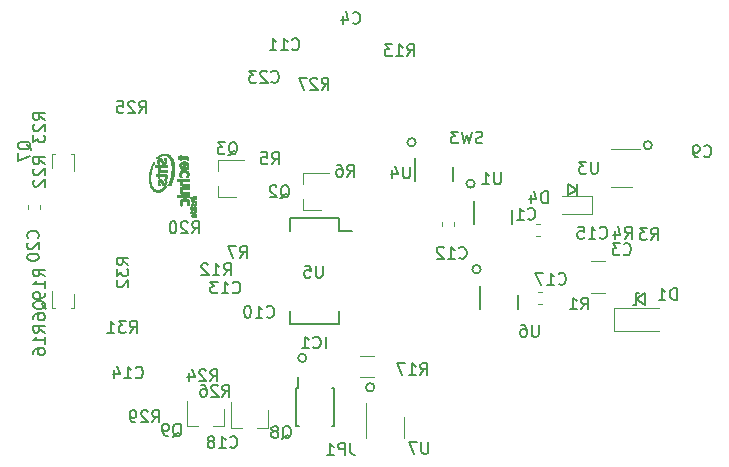
<source format=gbo>
G04 #@! TF.GenerationSoftware,KiCad,Pcbnew,(5.0.2)-1*
G04 #@! TF.CreationDate,2020-06-29T20:54:18+09:00*
G04 #@! TF.ProjectId,schematic,73636865-6d61-4746-9963-2e6b69636164,rev?*
G04 #@! TF.SameCoordinates,Original*
G04 #@! TF.FileFunction,Legend,Bot*
G04 #@! TF.FilePolarity,Positive*
%FSLAX46Y46*%
G04 Gerber Fmt 4.6, Leading zero omitted, Abs format (unit mm)*
G04 Created by KiCad (PCBNEW (5.0.2)-1) date 2020/06/29 20:54:18*
%MOMM*%
%LPD*%
G01*
G04 APERTURE LIST*
%ADD10C,0.150000*%
%ADD11C,0.120000*%
%ADD12C,0.010000*%
G04 APERTURE END LIST*
D10*
X82853553Y-93250000D02*
G75*
G03X82853553Y-93250000I-353553J0D01*
G01*
X82353553Y-86000000D02*
G75*
G03X82353553Y-86000000I-353553J0D01*
G01*
X77353553Y-82500000D02*
G75*
G03X77353553Y-82500000I-353553J0D01*
G01*
X97353553Y-82750000D02*
G75*
G03X97353553Y-82750000I-353553J0D01*
G01*
X90250000Y-87000000D02*
X91000000Y-86500000D01*
X90250000Y-86000000D02*
X90250000Y-87000000D01*
X91000000Y-86500000D02*
X90250000Y-86000000D01*
X91000000Y-87000000D02*
X91000000Y-86000000D01*
X96000000Y-96250000D02*
X95750000Y-96250000D01*
X96000000Y-95250000D02*
X96250000Y-95250000D01*
X96750000Y-96250000D02*
X96000000Y-95750000D01*
X96750000Y-95250000D02*
X96750000Y-96250000D01*
X96000000Y-95750000D02*
X96750000Y-95250000D01*
X96000000Y-96250000D02*
X96000000Y-95250000D01*
X73853553Y-103250000D02*
G75*
G03X73853553Y-103250000I-353553J0D01*
G01*
X68103553Y-100750000D02*
G75*
G03X68103553Y-100750000I-353553J0D01*
G01*
D11*
G04 #@! TO.C,R17*
X72647936Y-100590000D02*
X73852064Y-100590000D01*
X72647936Y-102410000D02*
X73852064Y-102410000D01*
G04 #@! TO.C,C1*
X87528733Y-89390000D02*
X87871267Y-89390000D01*
X87528733Y-90410000D02*
X87871267Y-90410000D01*
G04 #@! TO.C,C3*
X93402064Y-95260000D02*
X92197936Y-95260000D01*
X93402064Y-92540000D02*
X92197936Y-92540000D01*
G04 #@! TO.C,C12*
X80610000Y-89228733D02*
X80610000Y-89571267D01*
X79590000Y-89228733D02*
X79590000Y-89571267D01*
G04 #@! TO.C,C17*
X87728733Y-95190000D02*
X88071267Y-95190000D01*
X87728733Y-96210000D02*
X88071267Y-96210000D01*
G04 #@! TO.C,C20*
X44490000Y-88171267D02*
X44490000Y-87828733D01*
X45510000Y-88171267D02*
X45510000Y-87828733D01*
G04 #@! TO.C,D1*
X94100000Y-98500000D02*
X97950000Y-98500000D01*
X94100000Y-96500000D02*
X97950000Y-96500000D01*
X94100000Y-98500000D02*
X94100000Y-96500000D01*
G04 #@! TO.C,D4*
X92240000Y-88545000D02*
X89780000Y-88545000D01*
X92240000Y-87075000D02*
X92240000Y-88545000D01*
X89780000Y-87075000D02*
X92240000Y-87075000D01*
D10*
G04 #@! TO.C,IC1*
X67375000Y-103275000D02*
X67375000Y-102350000D01*
X70475000Y-103275000D02*
X70475000Y-106525000D01*
X67225000Y-103275000D02*
X67225000Y-106525000D01*
X70475000Y-103275000D02*
X70227500Y-103275000D01*
X70475000Y-106525000D02*
X70227500Y-106525000D01*
X67225000Y-106525000D02*
X67472500Y-106525000D01*
X67225000Y-103275000D02*
X67375000Y-103275000D01*
D11*
G04 #@! TO.C,Q2*
X67840000Y-88230000D02*
X69300000Y-88230000D01*
X67840000Y-85070000D02*
X70000000Y-85070000D01*
X67840000Y-85070000D02*
X67840000Y-86000000D01*
X67840000Y-88230000D02*
X67840000Y-87300000D01*
G04 #@! TO.C,Q3*
X60640000Y-87130000D02*
X62100000Y-87130000D01*
X60640000Y-83970000D02*
X62800000Y-83970000D01*
X60640000Y-83970000D02*
X60640000Y-84900000D01*
X60640000Y-87130000D02*
X60640000Y-86200000D01*
G04 #@! TO.C,Q6*
X48460000Y-96510000D02*
X48460000Y-95350000D01*
X46540000Y-96510000D02*
X46540000Y-95100000D01*
X46540000Y-96510000D02*
X46850000Y-96510000D01*
X48460000Y-96510000D02*
X48150000Y-96510000D01*
G04 #@! TO.C,Q7*
X46540000Y-83490000D02*
X46540000Y-84650000D01*
X48460000Y-83490000D02*
X48460000Y-84900000D01*
X48460000Y-83490000D02*
X48150000Y-83490000D01*
X46540000Y-83490000D02*
X46850000Y-83490000D01*
G04 #@! TO.C,Q8*
X64855000Y-106660000D02*
X64855000Y-105200000D01*
X61695000Y-106660000D02*
X61695000Y-104500000D01*
X61695000Y-106660000D02*
X62625000Y-106660000D01*
X64855000Y-106660000D02*
X63925000Y-106660000D01*
G04 #@! TO.C,Q9*
X61130000Y-106560000D02*
X61130000Y-105100000D01*
X57970000Y-106560000D02*
X57970000Y-104400000D01*
X57970000Y-106560000D02*
X58900000Y-106560000D01*
X61130000Y-106560000D02*
X60200000Y-106560000D01*
D10*
G04 #@! TO.C,U1*
X82275000Y-87450000D02*
X82275000Y-89375000D01*
X85525000Y-88225000D02*
X85525000Y-89375000D01*
D11*
G04 #@! TO.C,U3*
X93900000Y-83090000D02*
X96350000Y-83090000D01*
X95700000Y-86310000D02*
X93900000Y-86310000D01*
D10*
G04 #@! TO.C,U4*
X77275000Y-83850000D02*
X77275000Y-85775000D01*
X80525000Y-84625000D02*
X80525000Y-85775000D01*
G04 #@! TO.C,U5*
X70875000Y-90035000D02*
X72000000Y-90035000D01*
X70875000Y-97875000D02*
X66725000Y-97875000D01*
X70875000Y-88925000D02*
X66725000Y-88925000D01*
X70875000Y-97875000D02*
X70875000Y-96765000D01*
X66725000Y-97875000D02*
X66725000Y-96765000D01*
X66725000Y-88925000D02*
X66725000Y-90035000D01*
X70875000Y-90035000D02*
X70875000Y-88925000D01*
G04 #@! TO.C,U6*
X82775000Y-94650000D02*
X82775000Y-96575000D01*
X86025000Y-95425000D02*
X86025000Y-96575000D01*
D11*
G04 #@! TO.C,U7*
X73140000Y-107560000D02*
X73140000Y-104610000D01*
X76360000Y-105760000D02*
X76360000Y-107560000D01*
D12*
G04 #@! TO.C,G\002A\002A\002A*
G36*
X54764753Y-85693634D02*
X54775263Y-85816367D01*
X54792715Y-85934002D01*
X54817193Y-86045628D01*
X54827283Y-86082580D01*
X54854022Y-86167317D01*
X54883233Y-86243717D01*
X54915658Y-86313453D01*
X54952037Y-86378201D01*
X54971873Y-86409126D01*
X55022708Y-86476957D01*
X55078650Y-86536132D01*
X55139545Y-86586548D01*
X55205238Y-86628103D01*
X55275574Y-86660694D01*
X55350397Y-86684218D01*
X55404080Y-86695034D01*
X55458880Y-86700859D01*
X55518098Y-86702161D01*
X55578150Y-86699103D01*
X55635455Y-86691849D01*
X55679457Y-86682471D01*
X55763163Y-86655246D01*
X55842163Y-86619068D01*
X55916192Y-86574122D01*
X55984986Y-86520594D01*
X56048281Y-86458668D01*
X56105812Y-86388529D01*
X56112296Y-86379598D01*
X56124914Y-86360679D01*
X56138889Y-86337593D01*
X56153238Y-86312227D01*
X56166977Y-86286471D01*
X56179122Y-86262212D01*
X56188691Y-86241338D01*
X56194698Y-86225739D01*
X56196280Y-86218383D01*
X56195549Y-86215068D01*
X56192415Y-86212677D01*
X56185468Y-86211062D01*
X56173295Y-86210072D01*
X56154485Y-86209560D01*
X56127627Y-86209375D01*
X56110890Y-86209360D01*
X56075154Y-86209641D01*
X56048718Y-86210526D01*
X56030734Y-86212070D01*
X56020358Y-86214332D01*
X56017806Y-86215710D01*
X56011728Y-86222414D01*
X56001532Y-86235379D01*
X55988847Y-86252484D01*
X55980005Y-86264868D01*
X55963241Y-86287042D01*
X55942224Y-86312440D01*
X55920112Y-86337337D01*
X55906524Y-86351612D01*
X55849000Y-86403677D01*
X55788095Y-86447137D01*
X55724498Y-86481849D01*
X55658895Y-86507672D01*
X55591974Y-86524463D01*
X55524424Y-86532080D01*
X55456931Y-86530380D01*
X55390182Y-86519222D01*
X55324867Y-86498464D01*
X55284420Y-86480219D01*
X55235416Y-86452562D01*
X55191463Y-86421207D01*
X55149233Y-86383666D01*
X55131447Y-86365702D01*
X55080880Y-86305897D01*
X55035738Y-86237660D01*
X54996102Y-86161202D01*
X54962049Y-86076728D01*
X54933659Y-85984448D01*
X54911010Y-85884570D01*
X54894180Y-85777300D01*
X54888085Y-85722134D01*
X54883314Y-85656080D01*
X54880784Y-85582545D01*
X54880428Y-85503942D01*
X54882180Y-85422686D01*
X54885975Y-85341190D01*
X54891747Y-85261867D01*
X54899429Y-85187132D01*
X54903545Y-85155260D01*
X54929041Y-84999567D01*
X54962046Y-84845220D01*
X55002143Y-84693630D01*
X55048917Y-84546211D01*
X55101951Y-84404374D01*
X55160829Y-84269533D01*
X55170591Y-84249061D01*
X55183416Y-84222254D01*
X55194547Y-84198546D01*
X55203282Y-84179471D01*
X55208917Y-84166562D01*
X55210760Y-84161431D01*
X55206127Y-84159190D01*
X55194012Y-84157607D01*
X55177906Y-84157039D01*
X55145052Y-84157039D01*
X55117420Y-84204029D01*
X55100858Y-84233529D01*
X55081468Y-84270256D01*
X55060298Y-84312047D01*
X55038398Y-84356738D01*
X55016819Y-84402167D01*
X54996608Y-84446170D01*
X54978817Y-84486583D01*
X54969078Y-84509825D01*
X54920790Y-84637478D01*
X54878707Y-84768225D01*
X54842911Y-84901156D01*
X54813484Y-85035361D01*
X54790508Y-85169929D01*
X54774065Y-85303951D01*
X54764236Y-85436516D01*
X54761105Y-85566713D01*
X54764753Y-85693634D01*
X54764753Y-85693634D01*
G37*
X54764753Y-85693634D02*
X54775263Y-85816367D01*
X54792715Y-85934002D01*
X54817193Y-86045628D01*
X54827283Y-86082580D01*
X54854022Y-86167317D01*
X54883233Y-86243717D01*
X54915658Y-86313453D01*
X54952037Y-86378201D01*
X54971873Y-86409126D01*
X55022708Y-86476957D01*
X55078650Y-86536132D01*
X55139545Y-86586548D01*
X55205238Y-86628103D01*
X55275574Y-86660694D01*
X55350397Y-86684218D01*
X55404080Y-86695034D01*
X55458880Y-86700859D01*
X55518098Y-86702161D01*
X55578150Y-86699103D01*
X55635455Y-86691849D01*
X55679457Y-86682471D01*
X55763163Y-86655246D01*
X55842163Y-86619068D01*
X55916192Y-86574122D01*
X55984986Y-86520594D01*
X56048281Y-86458668D01*
X56105812Y-86388529D01*
X56112296Y-86379598D01*
X56124914Y-86360679D01*
X56138889Y-86337593D01*
X56153238Y-86312227D01*
X56166977Y-86286471D01*
X56179122Y-86262212D01*
X56188691Y-86241338D01*
X56194698Y-86225739D01*
X56196280Y-86218383D01*
X56195549Y-86215068D01*
X56192415Y-86212677D01*
X56185468Y-86211062D01*
X56173295Y-86210072D01*
X56154485Y-86209560D01*
X56127627Y-86209375D01*
X56110890Y-86209360D01*
X56075154Y-86209641D01*
X56048718Y-86210526D01*
X56030734Y-86212070D01*
X56020358Y-86214332D01*
X56017806Y-86215710D01*
X56011728Y-86222414D01*
X56001532Y-86235379D01*
X55988847Y-86252484D01*
X55980005Y-86264868D01*
X55963241Y-86287042D01*
X55942224Y-86312440D01*
X55920112Y-86337337D01*
X55906524Y-86351612D01*
X55849000Y-86403677D01*
X55788095Y-86447137D01*
X55724498Y-86481849D01*
X55658895Y-86507672D01*
X55591974Y-86524463D01*
X55524424Y-86532080D01*
X55456931Y-86530380D01*
X55390182Y-86519222D01*
X55324867Y-86498464D01*
X55284420Y-86480219D01*
X55235416Y-86452562D01*
X55191463Y-86421207D01*
X55149233Y-86383666D01*
X55131447Y-86365702D01*
X55080880Y-86305897D01*
X55035738Y-86237660D01*
X54996102Y-86161202D01*
X54962049Y-86076728D01*
X54933659Y-85984448D01*
X54911010Y-85884570D01*
X54894180Y-85777300D01*
X54888085Y-85722134D01*
X54883314Y-85656080D01*
X54880784Y-85582545D01*
X54880428Y-85503942D01*
X54882180Y-85422686D01*
X54885975Y-85341190D01*
X54891747Y-85261867D01*
X54899429Y-85187132D01*
X54903545Y-85155260D01*
X54929041Y-84999567D01*
X54962046Y-84845220D01*
X55002143Y-84693630D01*
X55048917Y-84546211D01*
X55101951Y-84404374D01*
X55160829Y-84269533D01*
X55170591Y-84249061D01*
X55183416Y-84222254D01*
X55194547Y-84198546D01*
X55203282Y-84179471D01*
X55208917Y-84166562D01*
X55210760Y-84161431D01*
X55206127Y-84159190D01*
X55194012Y-84157607D01*
X55177906Y-84157039D01*
X55145052Y-84157039D01*
X55117420Y-84204029D01*
X55100858Y-84233529D01*
X55081468Y-84270256D01*
X55060298Y-84312047D01*
X55038398Y-84356738D01*
X55016819Y-84402167D01*
X54996608Y-84446170D01*
X54978817Y-84486583D01*
X54969078Y-84509825D01*
X54920790Y-84637478D01*
X54878707Y-84768225D01*
X54842911Y-84901156D01*
X54813484Y-85035361D01*
X54790508Y-85169929D01*
X54774065Y-85303951D01*
X54764236Y-85436516D01*
X54761105Y-85566713D01*
X54764753Y-85693634D01*
G36*
X55475472Y-84122689D02*
X55478039Y-84161557D01*
X55482279Y-84197002D01*
X55485238Y-84213696D01*
X55492726Y-84246286D01*
X55501269Y-84276625D01*
X55510237Y-84302926D01*
X55519000Y-84323405D01*
X55526926Y-84336275D01*
X55529383Y-84338650D01*
X55539705Y-84342051D01*
X55559703Y-84344179D01*
X55588967Y-84344992D01*
X55592552Y-84345000D01*
X55618812Y-84344818D01*
X55637112Y-84343313D01*
X55648394Y-84339040D01*
X55653596Y-84330556D01*
X55653660Y-84316419D01*
X55649526Y-84295186D01*
X55642771Y-84267937D01*
X55632120Y-84220267D01*
X55624717Y-84175185D01*
X55620552Y-84133728D01*
X55619614Y-84096936D01*
X55621892Y-84065846D01*
X55627376Y-84041496D01*
X55636055Y-84024926D01*
X55645327Y-84017955D01*
X55665884Y-84014822D01*
X55685144Y-84020399D01*
X55694289Y-84027275D01*
X55700240Y-84034893D01*
X55710576Y-84049925D01*
X55724454Y-84071070D01*
X55741034Y-84097030D01*
X55759475Y-84126505D01*
X55777322Y-84155545D01*
X55805790Y-84201533D01*
X55830372Y-84239410D01*
X55851870Y-84270081D01*
X55871081Y-84294449D01*
X55888807Y-84313419D01*
X55905846Y-84327897D01*
X55922998Y-84338785D01*
X55941063Y-84346989D01*
X55949103Y-84349847D01*
X55987438Y-84358360D01*
X56028921Y-84360385D01*
X56070002Y-84356077D01*
X56107131Y-84345585D01*
X56113650Y-84342813D01*
X56147885Y-84321822D01*
X56177547Y-84292451D01*
X56201858Y-84255743D01*
X56220044Y-84212742D01*
X56225963Y-84191859D01*
X56228948Y-84174501D01*
X56231522Y-84150284D01*
X56233499Y-84122507D01*
X56234693Y-84094469D01*
X56234918Y-84069468D01*
X56233988Y-84050803D01*
X56233938Y-84050360D01*
X56227853Y-84006289D01*
X56220153Y-83965069D01*
X56211228Y-83928056D01*
X56201466Y-83896605D01*
X56191256Y-83872071D01*
X56180985Y-83855811D01*
X56177112Y-83852056D01*
X56169708Y-83847402D01*
X56160239Y-83844434D01*
X56146405Y-83842800D01*
X56125908Y-83842147D01*
X56111953Y-83842080D01*
X56086423Y-83842282D01*
X56068801Y-83843869D01*
X56058143Y-83848306D01*
X56053508Y-83857062D01*
X56053952Y-83871603D01*
X56058533Y-83893398D01*
X56064324Y-83916198D01*
X56074469Y-83961181D01*
X56082068Y-84006508D01*
X56086826Y-84049621D01*
X56088447Y-84087956D01*
X56087189Y-84114404D01*
X56084421Y-84134310D01*
X56080360Y-84147732D01*
X56073540Y-84158347D01*
X56066734Y-84165681D01*
X56048103Y-84178932D01*
X56028934Y-84182091D01*
X56009377Y-84175204D01*
X55989583Y-84158315D01*
X55973883Y-84137939D01*
X55965187Y-84124527D01*
X55952415Y-84104282D01*
X55936730Y-84079078D01*
X55919296Y-84050784D01*
X55901279Y-84021275D01*
X55898889Y-84017340D01*
X55869595Y-83970717D01*
X55843168Y-83932669D01*
X55818611Y-83902376D01*
X55794929Y-83879014D01*
X55771126Y-83861762D01*
X55746205Y-83849799D01*
X55719171Y-83842302D01*
X55689028Y-83838450D01*
X55681513Y-83837991D01*
X55633976Y-83839203D01*
X55592963Y-83848130D01*
X55558206Y-83864975D01*
X55529437Y-83889937D01*
X55506387Y-83923216D01*
X55488788Y-83965015D01*
X55482575Y-83986657D01*
X55478131Y-84012383D01*
X55475487Y-84045419D01*
X55474611Y-84083082D01*
X55475472Y-84122689D01*
X55475472Y-84122689D01*
G37*
X55475472Y-84122689D02*
X55478039Y-84161557D01*
X55482279Y-84197002D01*
X55485238Y-84213696D01*
X55492726Y-84246286D01*
X55501269Y-84276625D01*
X55510237Y-84302926D01*
X55519000Y-84323405D01*
X55526926Y-84336275D01*
X55529383Y-84338650D01*
X55539705Y-84342051D01*
X55559703Y-84344179D01*
X55588967Y-84344992D01*
X55592552Y-84345000D01*
X55618812Y-84344818D01*
X55637112Y-84343313D01*
X55648394Y-84339040D01*
X55653596Y-84330556D01*
X55653660Y-84316419D01*
X55649526Y-84295186D01*
X55642771Y-84267937D01*
X55632120Y-84220267D01*
X55624717Y-84175185D01*
X55620552Y-84133728D01*
X55619614Y-84096936D01*
X55621892Y-84065846D01*
X55627376Y-84041496D01*
X55636055Y-84024926D01*
X55645327Y-84017955D01*
X55665884Y-84014822D01*
X55685144Y-84020399D01*
X55694289Y-84027275D01*
X55700240Y-84034893D01*
X55710576Y-84049925D01*
X55724454Y-84071070D01*
X55741034Y-84097030D01*
X55759475Y-84126505D01*
X55777322Y-84155545D01*
X55805790Y-84201533D01*
X55830372Y-84239410D01*
X55851870Y-84270081D01*
X55871081Y-84294449D01*
X55888807Y-84313419D01*
X55905846Y-84327897D01*
X55922998Y-84338785D01*
X55941063Y-84346989D01*
X55949103Y-84349847D01*
X55987438Y-84358360D01*
X56028921Y-84360385D01*
X56070002Y-84356077D01*
X56107131Y-84345585D01*
X56113650Y-84342813D01*
X56147885Y-84321822D01*
X56177547Y-84292451D01*
X56201858Y-84255743D01*
X56220044Y-84212742D01*
X56225963Y-84191859D01*
X56228948Y-84174501D01*
X56231522Y-84150284D01*
X56233499Y-84122507D01*
X56234693Y-84094469D01*
X56234918Y-84069468D01*
X56233988Y-84050803D01*
X56233938Y-84050360D01*
X56227853Y-84006289D01*
X56220153Y-83965069D01*
X56211228Y-83928056D01*
X56201466Y-83896605D01*
X56191256Y-83872071D01*
X56180985Y-83855811D01*
X56177112Y-83852056D01*
X56169708Y-83847402D01*
X56160239Y-83844434D01*
X56146405Y-83842800D01*
X56125908Y-83842147D01*
X56111953Y-83842080D01*
X56086423Y-83842282D01*
X56068801Y-83843869D01*
X56058143Y-83848306D01*
X56053508Y-83857062D01*
X56053952Y-83871603D01*
X56058533Y-83893398D01*
X56064324Y-83916198D01*
X56074469Y-83961181D01*
X56082068Y-84006508D01*
X56086826Y-84049621D01*
X56088447Y-84087956D01*
X56087189Y-84114404D01*
X56084421Y-84134310D01*
X56080360Y-84147732D01*
X56073540Y-84158347D01*
X56066734Y-84165681D01*
X56048103Y-84178932D01*
X56028934Y-84182091D01*
X56009377Y-84175204D01*
X55989583Y-84158315D01*
X55973883Y-84137939D01*
X55965187Y-84124527D01*
X55952415Y-84104282D01*
X55936730Y-84079078D01*
X55919296Y-84050784D01*
X55901279Y-84021275D01*
X55898889Y-84017340D01*
X55869595Y-83970717D01*
X55843168Y-83932669D01*
X55818611Y-83902376D01*
X55794929Y-83879014D01*
X55771126Y-83861762D01*
X55746205Y-83849799D01*
X55719171Y-83842302D01*
X55689028Y-83838450D01*
X55681513Y-83837991D01*
X55633976Y-83839203D01*
X55592963Y-83848130D01*
X55558206Y-83864975D01*
X55529437Y-83889937D01*
X55506387Y-83923216D01*
X55488788Y-83965015D01*
X55482575Y-83986657D01*
X55478131Y-84012383D01*
X55475487Y-84045419D01*
X55474611Y-84083082D01*
X55475472Y-84122689D01*
G36*
X55495792Y-85890529D02*
X55498359Y-85929397D01*
X55502599Y-85964842D01*
X55505558Y-85981536D01*
X55513046Y-86014126D01*
X55521589Y-86044465D01*
X55530557Y-86070766D01*
X55539320Y-86091245D01*
X55547246Y-86104115D01*
X55549703Y-86106490D01*
X55560025Y-86109891D01*
X55580023Y-86112019D01*
X55609287Y-86112832D01*
X55612872Y-86112840D01*
X55639132Y-86112658D01*
X55657432Y-86111153D01*
X55668714Y-86106880D01*
X55673916Y-86098396D01*
X55673980Y-86084259D01*
X55669846Y-86063026D01*
X55663091Y-86035777D01*
X55652440Y-85988107D01*
X55645037Y-85943025D01*
X55640872Y-85901568D01*
X55639934Y-85864776D01*
X55642212Y-85833686D01*
X55647696Y-85809336D01*
X55656375Y-85792766D01*
X55665647Y-85785795D01*
X55686204Y-85782662D01*
X55705464Y-85788239D01*
X55714609Y-85795115D01*
X55720560Y-85802733D01*
X55730896Y-85817765D01*
X55744774Y-85838910D01*
X55761354Y-85864870D01*
X55779795Y-85894345D01*
X55797642Y-85923385D01*
X55826110Y-85969373D01*
X55850692Y-86007250D01*
X55872190Y-86037921D01*
X55891401Y-86062289D01*
X55909127Y-86081259D01*
X55926166Y-86095737D01*
X55943318Y-86106625D01*
X55961383Y-86114829D01*
X55969423Y-86117687D01*
X56007758Y-86126200D01*
X56049241Y-86128225D01*
X56090322Y-86123917D01*
X56127451Y-86113425D01*
X56133970Y-86110653D01*
X56168205Y-86089662D01*
X56197867Y-86060291D01*
X56222178Y-86023583D01*
X56240364Y-85980582D01*
X56246283Y-85959699D01*
X56249268Y-85942341D01*
X56251842Y-85918124D01*
X56253819Y-85890347D01*
X56255013Y-85862309D01*
X56255238Y-85837308D01*
X56254308Y-85818643D01*
X56254258Y-85818200D01*
X56248173Y-85774129D01*
X56240473Y-85732909D01*
X56231548Y-85695896D01*
X56221786Y-85664445D01*
X56211576Y-85639911D01*
X56201305Y-85623651D01*
X56197432Y-85619896D01*
X56190028Y-85615242D01*
X56180559Y-85612274D01*
X56166725Y-85610640D01*
X56146228Y-85609987D01*
X56132273Y-85609920D01*
X56106743Y-85610122D01*
X56089121Y-85611709D01*
X56078463Y-85616146D01*
X56073828Y-85624902D01*
X56074272Y-85639443D01*
X56078853Y-85661238D01*
X56084644Y-85684038D01*
X56094789Y-85729021D01*
X56102388Y-85774348D01*
X56107146Y-85817461D01*
X56108767Y-85855796D01*
X56107509Y-85882244D01*
X56104741Y-85902150D01*
X56100680Y-85915572D01*
X56093860Y-85926187D01*
X56087054Y-85933521D01*
X56068423Y-85946772D01*
X56049254Y-85949931D01*
X56029697Y-85943044D01*
X56009903Y-85926155D01*
X55994203Y-85905779D01*
X55985507Y-85892367D01*
X55972735Y-85872122D01*
X55957050Y-85846918D01*
X55939616Y-85818624D01*
X55921599Y-85789115D01*
X55919209Y-85785180D01*
X55889915Y-85738557D01*
X55863488Y-85700509D01*
X55838931Y-85670216D01*
X55815249Y-85646854D01*
X55791446Y-85629602D01*
X55766525Y-85617639D01*
X55739491Y-85610142D01*
X55709348Y-85606290D01*
X55701833Y-85605831D01*
X55654296Y-85607043D01*
X55613283Y-85615970D01*
X55578526Y-85632815D01*
X55549757Y-85657777D01*
X55526707Y-85691056D01*
X55509108Y-85732855D01*
X55502895Y-85754497D01*
X55498451Y-85780223D01*
X55495807Y-85813259D01*
X55494931Y-85850922D01*
X55495792Y-85890529D01*
X55495792Y-85890529D01*
G37*
X55495792Y-85890529D02*
X55498359Y-85929397D01*
X55502599Y-85964842D01*
X55505558Y-85981536D01*
X55513046Y-86014126D01*
X55521589Y-86044465D01*
X55530557Y-86070766D01*
X55539320Y-86091245D01*
X55547246Y-86104115D01*
X55549703Y-86106490D01*
X55560025Y-86109891D01*
X55580023Y-86112019D01*
X55609287Y-86112832D01*
X55612872Y-86112840D01*
X55639132Y-86112658D01*
X55657432Y-86111153D01*
X55668714Y-86106880D01*
X55673916Y-86098396D01*
X55673980Y-86084259D01*
X55669846Y-86063026D01*
X55663091Y-86035777D01*
X55652440Y-85988107D01*
X55645037Y-85943025D01*
X55640872Y-85901568D01*
X55639934Y-85864776D01*
X55642212Y-85833686D01*
X55647696Y-85809336D01*
X55656375Y-85792766D01*
X55665647Y-85785795D01*
X55686204Y-85782662D01*
X55705464Y-85788239D01*
X55714609Y-85795115D01*
X55720560Y-85802733D01*
X55730896Y-85817765D01*
X55744774Y-85838910D01*
X55761354Y-85864870D01*
X55779795Y-85894345D01*
X55797642Y-85923385D01*
X55826110Y-85969373D01*
X55850692Y-86007250D01*
X55872190Y-86037921D01*
X55891401Y-86062289D01*
X55909127Y-86081259D01*
X55926166Y-86095737D01*
X55943318Y-86106625D01*
X55961383Y-86114829D01*
X55969423Y-86117687D01*
X56007758Y-86126200D01*
X56049241Y-86128225D01*
X56090322Y-86123917D01*
X56127451Y-86113425D01*
X56133970Y-86110653D01*
X56168205Y-86089662D01*
X56197867Y-86060291D01*
X56222178Y-86023583D01*
X56240364Y-85980582D01*
X56246283Y-85959699D01*
X56249268Y-85942341D01*
X56251842Y-85918124D01*
X56253819Y-85890347D01*
X56255013Y-85862309D01*
X56255238Y-85837308D01*
X56254308Y-85818643D01*
X56254258Y-85818200D01*
X56248173Y-85774129D01*
X56240473Y-85732909D01*
X56231548Y-85695896D01*
X56221786Y-85664445D01*
X56211576Y-85639911D01*
X56201305Y-85623651D01*
X56197432Y-85619896D01*
X56190028Y-85615242D01*
X56180559Y-85612274D01*
X56166725Y-85610640D01*
X56146228Y-85609987D01*
X56132273Y-85609920D01*
X56106743Y-85610122D01*
X56089121Y-85611709D01*
X56078463Y-85616146D01*
X56073828Y-85624902D01*
X56074272Y-85639443D01*
X56078853Y-85661238D01*
X56084644Y-85684038D01*
X56094789Y-85729021D01*
X56102388Y-85774348D01*
X56107146Y-85817461D01*
X56108767Y-85855796D01*
X56107509Y-85882244D01*
X56104741Y-85902150D01*
X56100680Y-85915572D01*
X56093860Y-85926187D01*
X56087054Y-85933521D01*
X56068423Y-85946772D01*
X56049254Y-85949931D01*
X56029697Y-85943044D01*
X56009903Y-85926155D01*
X55994203Y-85905779D01*
X55985507Y-85892367D01*
X55972735Y-85872122D01*
X55957050Y-85846918D01*
X55939616Y-85818624D01*
X55921599Y-85789115D01*
X55919209Y-85785180D01*
X55889915Y-85738557D01*
X55863488Y-85700509D01*
X55838931Y-85670216D01*
X55815249Y-85646854D01*
X55791446Y-85629602D01*
X55766525Y-85617639D01*
X55739491Y-85610142D01*
X55709348Y-85606290D01*
X55701833Y-85605831D01*
X55654296Y-85607043D01*
X55613283Y-85615970D01*
X55578526Y-85632815D01*
X55549757Y-85657777D01*
X55526707Y-85691056D01*
X55509108Y-85732855D01*
X55502895Y-85754497D01*
X55498451Y-85780223D01*
X55495807Y-85813259D01*
X55494931Y-85850922D01*
X55495792Y-85890529D01*
G36*
X55359504Y-85334697D02*
X55362444Y-85341230D01*
X55367432Y-85345322D01*
X55367906Y-85345581D01*
X55376531Y-85347563D01*
X55393045Y-85349203D01*
X55415175Y-85350345D01*
X55440652Y-85350832D01*
X55444106Y-85350840D01*
X55510480Y-85350840D01*
X55510480Y-85419420D01*
X55510657Y-85451381D01*
X55511933Y-85474585D01*
X55515426Y-85490434D01*
X55522253Y-85500329D01*
X55533530Y-85505673D01*
X55550376Y-85507868D01*
X55573907Y-85508316D01*
X55581311Y-85508320D01*
X55605030Y-85508121D01*
X55622290Y-85506597D01*
X55634117Y-85502353D01*
X55641539Y-85493998D01*
X55645582Y-85480136D01*
X55647272Y-85459376D01*
X55647636Y-85430324D01*
X55647640Y-85418289D01*
X55647640Y-85350840D01*
X55871493Y-85350840D01*
X55927075Y-85350877D01*
X55973391Y-85351032D01*
X56011340Y-85351367D01*
X56041815Y-85351942D01*
X56065714Y-85352820D01*
X56083931Y-85354062D01*
X56097362Y-85355732D01*
X56106903Y-85357890D01*
X56113450Y-85360599D01*
X56117897Y-85363921D01*
X56121142Y-85367917D01*
X56121272Y-85368110D01*
X56122743Y-85375151D01*
X56123955Y-85390120D01*
X56124778Y-85410785D01*
X56125082Y-85433723D01*
X56125544Y-85458269D01*
X56126740Y-85479763D01*
X56128486Y-85495775D01*
X56130418Y-85503573D01*
X56133957Y-85508148D01*
X56140019Y-85511049D01*
X56150664Y-85512643D01*
X56167950Y-85513300D01*
X56185327Y-85513400D01*
X56212538Y-85512858D01*
X56231406Y-85510641D01*
X56243719Y-85505858D01*
X56251265Y-85497622D01*
X56255831Y-85485044D01*
X56257425Y-85477538D01*
X56260673Y-85453873D01*
X56263028Y-85423986D01*
X56264387Y-85391323D01*
X56264648Y-85359331D01*
X56263709Y-85331454D01*
X56262216Y-85315741D01*
X56254357Y-85275799D01*
X56242625Y-85244243D01*
X56226146Y-85219749D01*
X56204048Y-85200997D01*
X56177542Y-85187491D01*
X56170616Y-85184765D01*
X56163907Y-85182483D01*
X56156469Y-85180602D01*
X56147358Y-85179074D01*
X56135629Y-85177854D01*
X56120337Y-85176896D01*
X56100539Y-85176154D01*
X56075288Y-85175582D01*
X56043641Y-85175133D01*
X56004652Y-85174763D01*
X55957378Y-85174425D01*
X55901882Y-85174079D01*
X55845573Y-85173636D01*
X55795021Y-85173037D01*
X55750897Y-85172301D01*
X55713874Y-85171443D01*
X55684624Y-85170481D01*
X55663820Y-85169432D01*
X55652133Y-85168313D01*
X55649835Y-85167673D01*
X55645672Y-85160012D01*
X55641909Y-85146237D01*
X55640628Y-85138694D01*
X55634871Y-85100510D01*
X55629383Y-85072134D01*
X55624084Y-85053221D01*
X55618896Y-85043424D01*
X55618782Y-85043307D01*
X55609164Y-85038936D01*
X55592851Y-85036281D01*
X55572940Y-85035311D01*
X55552527Y-85035997D01*
X55534708Y-85038310D01*
X55522579Y-85042220D01*
X55519992Y-85044252D01*
X55516034Y-85054583D01*
X55512956Y-85074998D01*
X55510761Y-85105456D01*
X55510480Y-85111562D01*
X55507940Y-85170500D01*
X55448066Y-85171932D01*
X55423784Y-85172407D01*
X55406253Y-85173438D01*
X55394087Y-85176455D01*
X55385902Y-85182887D01*
X55380312Y-85194162D01*
X55375933Y-85211711D01*
X55371379Y-85236960D01*
X55368388Y-85254139D01*
X55363054Y-85285443D01*
X55359801Y-85308304D01*
X55358620Y-85324222D01*
X55359504Y-85334697D01*
X55359504Y-85334697D01*
G37*
X55359504Y-85334697D02*
X55362444Y-85341230D01*
X55367432Y-85345322D01*
X55367906Y-85345581D01*
X55376531Y-85347563D01*
X55393045Y-85349203D01*
X55415175Y-85350345D01*
X55440652Y-85350832D01*
X55444106Y-85350840D01*
X55510480Y-85350840D01*
X55510480Y-85419420D01*
X55510657Y-85451381D01*
X55511933Y-85474585D01*
X55515426Y-85490434D01*
X55522253Y-85500329D01*
X55533530Y-85505673D01*
X55550376Y-85507868D01*
X55573907Y-85508316D01*
X55581311Y-85508320D01*
X55605030Y-85508121D01*
X55622290Y-85506597D01*
X55634117Y-85502353D01*
X55641539Y-85493998D01*
X55645582Y-85480136D01*
X55647272Y-85459376D01*
X55647636Y-85430324D01*
X55647640Y-85418289D01*
X55647640Y-85350840D01*
X55871493Y-85350840D01*
X55927075Y-85350877D01*
X55973391Y-85351032D01*
X56011340Y-85351367D01*
X56041815Y-85351942D01*
X56065714Y-85352820D01*
X56083931Y-85354062D01*
X56097362Y-85355732D01*
X56106903Y-85357890D01*
X56113450Y-85360599D01*
X56117897Y-85363921D01*
X56121142Y-85367917D01*
X56121272Y-85368110D01*
X56122743Y-85375151D01*
X56123955Y-85390120D01*
X56124778Y-85410785D01*
X56125082Y-85433723D01*
X56125544Y-85458269D01*
X56126740Y-85479763D01*
X56128486Y-85495775D01*
X56130418Y-85503573D01*
X56133957Y-85508148D01*
X56140019Y-85511049D01*
X56150664Y-85512643D01*
X56167950Y-85513300D01*
X56185327Y-85513400D01*
X56212538Y-85512858D01*
X56231406Y-85510641D01*
X56243719Y-85505858D01*
X56251265Y-85497622D01*
X56255831Y-85485044D01*
X56257425Y-85477538D01*
X56260673Y-85453873D01*
X56263028Y-85423986D01*
X56264387Y-85391323D01*
X56264648Y-85359331D01*
X56263709Y-85331454D01*
X56262216Y-85315741D01*
X56254357Y-85275799D01*
X56242625Y-85244243D01*
X56226146Y-85219749D01*
X56204048Y-85200997D01*
X56177542Y-85187491D01*
X56170616Y-85184765D01*
X56163907Y-85182483D01*
X56156469Y-85180602D01*
X56147358Y-85179074D01*
X56135629Y-85177854D01*
X56120337Y-85176896D01*
X56100539Y-85176154D01*
X56075288Y-85175582D01*
X56043641Y-85175133D01*
X56004652Y-85174763D01*
X55957378Y-85174425D01*
X55901882Y-85174079D01*
X55845573Y-85173636D01*
X55795021Y-85173037D01*
X55750897Y-85172301D01*
X55713874Y-85171443D01*
X55684624Y-85170481D01*
X55663820Y-85169432D01*
X55652133Y-85168313D01*
X55649835Y-85167673D01*
X55645672Y-85160012D01*
X55641909Y-85146237D01*
X55640628Y-85138694D01*
X55634871Y-85100510D01*
X55629383Y-85072134D01*
X55624084Y-85053221D01*
X55618896Y-85043424D01*
X55618782Y-85043307D01*
X55609164Y-85038936D01*
X55592851Y-85036281D01*
X55572940Y-85035311D01*
X55552527Y-85035997D01*
X55534708Y-85038310D01*
X55522579Y-85042220D01*
X55519992Y-85044252D01*
X55516034Y-85054583D01*
X55512956Y-85074998D01*
X55510761Y-85105456D01*
X55510480Y-85111562D01*
X55507940Y-85170500D01*
X55448066Y-85171932D01*
X55423784Y-85172407D01*
X55406253Y-85173438D01*
X55394087Y-85176455D01*
X55385902Y-85182887D01*
X55380312Y-85194162D01*
X55375933Y-85211711D01*
X55371379Y-85236960D01*
X55368388Y-85254139D01*
X55363054Y-85285443D01*
X55359801Y-85308304D01*
X55358620Y-85324222D01*
X55359504Y-85334697D01*
G36*
X55274370Y-84530099D02*
X55274840Y-84550605D01*
X55275877Y-84564341D01*
X55277689Y-84573002D01*
X55280483Y-84578283D01*
X55284120Y-84581629D01*
X55289038Y-84583881D01*
X55297634Y-84585635D01*
X55311003Y-84586946D01*
X55330243Y-84587867D01*
X55356450Y-84588454D01*
X55390722Y-84588759D01*
X55429815Y-84588840D01*
X55565648Y-84588840D01*
X55552786Y-84620494D01*
X55537807Y-84665844D01*
X55528823Y-84714404D01*
X55525393Y-84768735D01*
X55525334Y-84780237D01*
X55527843Y-84827430D01*
X55535309Y-84867295D01*
X55548135Y-84901582D01*
X55556909Y-84917548D01*
X55574809Y-84940058D01*
X55599467Y-84962075D01*
X55627689Y-84981054D01*
X55650843Y-84992404D01*
X55684712Y-85005962D01*
X55977104Y-85005554D01*
X56042318Y-85005415D01*
X56097986Y-85005182D01*
X56144725Y-85004842D01*
X56183148Y-85004383D01*
X56213872Y-85003788D01*
X56237509Y-85003046D01*
X56254676Y-85002143D01*
X56265988Y-85001063D01*
X56272058Y-84999795D01*
X56273450Y-84998923D01*
X56274961Y-84991692D01*
X56276219Y-84976469D01*
X56277099Y-84955423D01*
X56277477Y-84930721D01*
X56277482Y-84928492D01*
X56277302Y-84900730D01*
X56276536Y-84881234D01*
X56274962Y-84868117D01*
X56272356Y-84859493D01*
X56268670Y-84853677D01*
X56266476Y-84851305D01*
X56263644Y-84849310D01*
X56259323Y-84847655D01*
X56252663Y-84846301D01*
X56242814Y-84845210D01*
X56228926Y-84844344D01*
X56210150Y-84843666D01*
X56185634Y-84843137D01*
X56154531Y-84842719D01*
X56115989Y-84842374D01*
X56069158Y-84842064D01*
X56013189Y-84841751D01*
X56000700Y-84841685D01*
X55941755Y-84841338D01*
X55892112Y-84840961D01*
X55850913Y-84840524D01*
X55817298Y-84839996D01*
X55790410Y-84839349D01*
X55769389Y-84838553D01*
X55753378Y-84837577D01*
X55741519Y-84836391D01*
X55732952Y-84834967D01*
X55726819Y-84833273D01*
X55723840Y-84832064D01*
X55702515Y-84818888D01*
X55688268Y-84801381D01*
X55679461Y-84777267D01*
X55677507Y-84767685D01*
X55675592Y-84735517D01*
X55679625Y-84698428D01*
X55689089Y-84659337D01*
X55703463Y-84621171D01*
X55718005Y-84589099D01*
X55989911Y-84587699D01*
X56052051Y-84587331D01*
X56104726Y-84586906D01*
X56148631Y-84586402D01*
X56184462Y-84585801D01*
X56212913Y-84585083D01*
X56234679Y-84584226D01*
X56250456Y-84583212D01*
X56260938Y-84582021D01*
X56266822Y-84580632D01*
X56268418Y-84579710D01*
X56271531Y-84571606D01*
X56273974Y-84555716D01*
X56275705Y-84534396D01*
X56276682Y-84510001D01*
X56276862Y-84484887D01*
X56276202Y-84461409D01*
X56274660Y-84441923D01*
X56272194Y-84428783D01*
X56271190Y-84426280D01*
X56264560Y-84413580D01*
X55776403Y-84412284D01*
X55694750Y-84412078D01*
X55622657Y-84411923D01*
X55559522Y-84411829D01*
X55504746Y-84411805D01*
X55457727Y-84411859D01*
X55417866Y-84412000D01*
X55384561Y-84412236D01*
X55357213Y-84412577D01*
X55335220Y-84413030D01*
X55317982Y-84413604D01*
X55304899Y-84414309D01*
X55295369Y-84415152D01*
X55288793Y-84416143D01*
X55284570Y-84417289D01*
X55282099Y-84418600D01*
X55281253Y-84419415D01*
X55278257Y-84425977D01*
X55276179Y-84438121D01*
X55274906Y-84457155D01*
X55274325Y-84484387D01*
X55274260Y-84501130D01*
X55274370Y-84530099D01*
X55274370Y-84530099D01*
G37*
X55274370Y-84530099D02*
X55274840Y-84550605D01*
X55275877Y-84564341D01*
X55277689Y-84573002D01*
X55280483Y-84578283D01*
X55284120Y-84581629D01*
X55289038Y-84583881D01*
X55297634Y-84585635D01*
X55311003Y-84586946D01*
X55330243Y-84587867D01*
X55356450Y-84588454D01*
X55390722Y-84588759D01*
X55429815Y-84588840D01*
X55565648Y-84588840D01*
X55552786Y-84620494D01*
X55537807Y-84665844D01*
X55528823Y-84714404D01*
X55525393Y-84768735D01*
X55525334Y-84780237D01*
X55527843Y-84827430D01*
X55535309Y-84867295D01*
X55548135Y-84901582D01*
X55556909Y-84917548D01*
X55574809Y-84940058D01*
X55599467Y-84962075D01*
X55627689Y-84981054D01*
X55650843Y-84992404D01*
X55684712Y-85005962D01*
X55977104Y-85005554D01*
X56042318Y-85005415D01*
X56097986Y-85005182D01*
X56144725Y-85004842D01*
X56183148Y-85004383D01*
X56213872Y-85003788D01*
X56237509Y-85003046D01*
X56254676Y-85002143D01*
X56265988Y-85001063D01*
X56272058Y-84999795D01*
X56273450Y-84998923D01*
X56274961Y-84991692D01*
X56276219Y-84976469D01*
X56277099Y-84955423D01*
X56277477Y-84930721D01*
X56277482Y-84928492D01*
X56277302Y-84900730D01*
X56276536Y-84881234D01*
X56274962Y-84868117D01*
X56272356Y-84859493D01*
X56268670Y-84853677D01*
X56266476Y-84851305D01*
X56263644Y-84849310D01*
X56259323Y-84847655D01*
X56252663Y-84846301D01*
X56242814Y-84845210D01*
X56228926Y-84844344D01*
X56210150Y-84843666D01*
X56185634Y-84843137D01*
X56154531Y-84842719D01*
X56115989Y-84842374D01*
X56069158Y-84842064D01*
X56013189Y-84841751D01*
X56000700Y-84841685D01*
X55941755Y-84841338D01*
X55892112Y-84840961D01*
X55850913Y-84840524D01*
X55817298Y-84839996D01*
X55790410Y-84839349D01*
X55769389Y-84838553D01*
X55753378Y-84837577D01*
X55741519Y-84836391D01*
X55732952Y-84834967D01*
X55726819Y-84833273D01*
X55723840Y-84832064D01*
X55702515Y-84818888D01*
X55688268Y-84801381D01*
X55679461Y-84777267D01*
X55677507Y-84767685D01*
X55675592Y-84735517D01*
X55679625Y-84698428D01*
X55689089Y-84659337D01*
X55703463Y-84621171D01*
X55718005Y-84589099D01*
X55989911Y-84587699D01*
X56052051Y-84587331D01*
X56104726Y-84586906D01*
X56148631Y-84586402D01*
X56184462Y-84585801D01*
X56212913Y-84585083D01*
X56234679Y-84584226D01*
X56250456Y-84583212D01*
X56260938Y-84582021D01*
X56266822Y-84580632D01*
X56268418Y-84579710D01*
X56271531Y-84571606D01*
X56273974Y-84555716D01*
X56275705Y-84534396D01*
X56276682Y-84510001D01*
X56276862Y-84484887D01*
X56276202Y-84461409D01*
X56274660Y-84441923D01*
X56272194Y-84428783D01*
X56271190Y-84426280D01*
X56264560Y-84413580D01*
X55776403Y-84412284D01*
X55694750Y-84412078D01*
X55622657Y-84411923D01*
X55559522Y-84411829D01*
X55504746Y-84411805D01*
X55457727Y-84411859D01*
X55417866Y-84412000D01*
X55384561Y-84412236D01*
X55357213Y-84412577D01*
X55335220Y-84413030D01*
X55317982Y-84413604D01*
X55304899Y-84414309D01*
X55295369Y-84415152D01*
X55288793Y-84416143D01*
X55284570Y-84417289D01*
X55282099Y-84418600D01*
X55281253Y-84419415D01*
X55278257Y-84425977D01*
X55276179Y-84438121D01*
X55274906Y-84457155D01*
X55274325Y-84484387D01*
X55274260Y-84501130D01*
X55274370Y-84530099D01*
G36*
X55391789Y-83799009D02*
X55392134Y-83799275D01*
X55404291Y-83803914D01*
X55422494Y-83805930D01*
X55442996Y-83805413D01*
X55462052Y-83802454D01*
X55475736Y-83797258D01*
X55485861Y-83790335D01*
X55501287Y-83779165D01*
X55519292Y-83765735D01*
X55526536Y-83760228D01*
X55603723Y-83707266D01*
X55685225Y-83662926D01*
X55770113Y-83627608D01*
X55857459Y-83601712D01*
X55925473Y-83588494D01*
X55957824Y-83585126D01*
X55996351Y-83583444D01*
X56037496Y-83583411D01*
X56077700Y-83584991D01*
X56113407Y-83588147D01*
X56130096Y-83590587D01*
X56202673Y-83608237D01*
X56270382Y-83634714D01*
X56333173Y-83669899D01*
X56391000Y-83713677D01*
X56443815Y-83765931D01*
X56491571Y-83826544D01*
X56534220Y-83895399D01*
X56571714Y-83972379D01*
X56604006Y-84057368D01*
X56631048Y-84150248D01*
X56652793Y-84250904D01*
X56669194Y-84359217D01*
X56680202Y-84475072D01*
X56685770Y-84598351D01*
X56685851Y-84728939D01*
X56680398Y-84866717D01*
X56676051Y-84932033D01*
X56663647Y-85059001D01*
X56645440Y-85187847D01*
X56621803Y-85317232D01*
X56593110Y-85445816D01*
X56559737Y-85572259D01*
X56522057Y-85695222D01*
X56480446Y-85813365D01*
X56435277Y-85925347D01*
X56386926Y-86029830D01*
X56348954Y-86102184D01*
X56338328Y-86121550D01*
X56329845Y-86137443D01*
X56324544Y-86147892D01*
X56323280Y-86150952D01*
X56328132Y-86151645D01*
X56341780Y-86152265D01*
X56362858Y-86152786D01*
X56390002Y-86153179D01*
X56421847Y-86153418D01*
X56449444Y-86153480D01*
X56575609Y-86153480D01*
X56603962Y-86096330D01*
X56656195Y-85982762D01*
X56704490Y-85860971D01*
X56748523Y-85732229D01*
X56787971Y-85597810D01*
X56822506Y-85458986D01*
X56851807Y-85317030D01*
X56875546Y-85173215D01*
X56893401Y-85028813D01*
X56902325Y-84926660D01*
X56903423Y-84905877D01*
X56904370Y-84877214D01*
X56905159Y-84842336D01*
X56905782Y-84802906D01*
X56906232Y-84760591D01*
X56906502Y-84717054D01*
X56906584Y-84673960D01*
X56906472Y-84632973D01*
X56906156Y-84595759D01*
X56905632Y-84563982D01*
X56904890Y-84539306D01*
X56904098Y-84525340D01*
X56890304Y-84394916D01*
X56871097Y-84273026D01*
X56846445Y-84159583D01*
X56816316Y-84054502D01*
X56780678Y-83957698D01*
X56739500Y-83869086D01*
X56692749Y-83788580D01*
X56640393Y-83716096D01*
X56582401Y-83651548D01*
X56574175Y-83643472D01*
X56515784Y-83591974D01*
X56455942Y-83549503D01*
X56393050Y-83515245D01*
X56325507Y-83488388D01*
X56251713Y-83468119D01*
X56213933Y-83460552D01*
X56169311Y-83454376D01*
X56119643Y-83450587D01*
X56068086Y-83449216D01*
X56017797Y-83450293D01*
X55971935Y-83453848D01*
X55943622Y-83457925D01*
X55853282Y-83479291D01*
X55766142Y-83510035D01*
X55682017Y-83550262D01*
X55600720Y-83600073D01*
X55522065Y-83659573D01*
X55445863Y-83728864D01*
X55435314Y-83739420D01*
X55415054Y-83760081D01*
X55401164Y-83774833D01*
X55392768Y-83784888D01*
X55388990Y-83791460D01*
X55388956Y-83795763D01*
X55391789Y-83799009D01*
X55391789Y-83799009D01*
G37*
X55391789Y-83799009D02*
X55392134Y-83799275D01*
X55404291Y-83803914D01*
X55422494Y-83805930D01*
X55442996Y-83805413D01*
X55462052Y-83802454D01*
X55475736Y-83797258D01*
X55485861Y-83790335D01*
X55501287Y-83779165D01*
X55519292Y-83765735D01*
X55526536Y-83760228D01*
X55603723Y-83707266D01*
X55685225Y-83662926D01*
X55770113Y-83627608D01*
X55857459Y-83601712D01*
X55925473Y-83588494D01*
X55957824Y-83585126D01*
X55996351Y-83583444D01*
X56037496Y-83583411D01*
X56077700Y-83584991D01*
X56113407Y-83588147D01*
X56130096Y-83590587D01*
X56202673Y-83608237D01*
X56270382Y-83634714D01*
X56333173Y-83669899D01*
X56391000Y-83713677D01*
X56443815Y-83765931D01*
X56491571Y-83826544D01*
X56534220Y-83895399D01*
X56571714Y-83972379D01*
X56604006Y-84057368D01*
X56631048Y-84150248D01*
X56652793Y-84250904D01*
X56669194Y-84359217D01*
X56680202Y-84475072D01*
X56685770Y-84598351D01*
X56685851Y-84728939D01*
X56680398Y-84866717D01*
X56676051Y-84932033D01*
X56663647Y-85059001D01*
X56645440Y-85187847D01*
X56621803Y-85317232D01*
X56593110Y-85445816D01*
X56559737Y-85572259D01*
X56522057Y-85695222D01*
X56480446Y-85813365D01*
X56435277Y-85925347D01*
X56386926Y-86029830D01*
X56348954Y-86102184D01*
X56338328Y-86121550D01*
X56329845Y-86137443D01*
X56324544Y-86147892D01*
X56323280Y-86150952D01*
X56328132Y-86151645D01*
X56341780Y-86152265D01*
X56362858Y-86152786D01*
X56390002Y-86153179D01*
X56421847Y-86153418D01*
X56449444Y-86153480D01*
X56575609Y-86153480D01*
X56603962Y-86096330D01*
X56656195Y-85982762D01*
X56704490Y-85860971D01*
X56748523Y-85732229D01*
X56787971Y-85597810D01*
X56822506Y-85458986D01*
X56851807Y-85317030D01*
X56875546Y-85173215D01*
X56893401Y-85028813D01*
X56902325Y-84926660D01*
X56903423Y-84905877D01*
X56904370Y-84877214D01*
X56905159Y-84842336D01*
X56905782Y-84802906D01*
X56906232Y-84760591D01*
X56906502Y-84717054D01*
X56906584Y-84673960D01*
X56906472Y-84632973D01*
X56906156Y-84595759D01*
X56905632Y-84563982D01*
X56904890Y-84539306D01*
X56904098Y-84525340D01*
X56890304Y-84394916D01*
X56871097Y-84273026D01*
X56846445Y-84159583D01*
X56816316Y-84054502D01*
X56780678Y-83957698D01*
X56739500Y-83869086D01*
X56692749Y-83788580D01*
X56640393Y-83716096D01*
X56582401Y-83651548D01*
X56574175Y-83643472D01*
X56515784Y-83591974D01*
X56455942Y-83549503D01*
X56393050Y-83515245D01*
X56325507Y-83488388D01*
X56251713Y-83468119D01*
X56213933Y-83460552D01*
X56169311Y-83454376D01*
X56119643Y-83450587D01*
X56068086Y-83449216D01*
X56017797Y-83450293D01*
X55971935Y-83453848D01*
X55943622Y-83457925D01*
X55853282Y-83479291D01*
X55766142Y-83510035D01*
X55682017Y-83550262D01*
X55600720Y-83600073D01*
X55522065Y-83659573D01*
X55445863Y-83728864D01*
X55435314Y-83739420D01*
X55415054Y-83760081D01*
X55401164Y-83774833D01*
X55392768Y-83784888D01*
X55388990Y-83791460D01*
X55388956Y-83795763D01*
X55391789Y-83799009D01*
G36*
X57141160Y-87077503D02*
X57141519Y-87104664D01*
X57142509Y-87128557D01*
X57143995Y-87147086D01*
X57145842Y-87158154D01*
X57146418Y-87159653D01*
X57149194Y-87163460D01*
X57153850Y-87166137D01*
X57162007Y-87167881D01*
X57175283Y-87168889D01*
X57195295Y-87169356D01*
X57223663Y-87169479D01*
X57227520Y-87169480D01*
X57256948Y-87169384D01*
X57277835Y-87168966D01*
X57291801Y-87168030D01*
X57300462Y-87166380D01*
X57305438Y-87163820D01*
X57308347Y-87160153D01*
X57308621Y-87159653D01*
X57310554Y-87151112D01*
X57312166Y-87134585D01*
X57313314Y-87112245D01*
X57313856Y-87086266D01*
X57313880Y-87079504D01*
X57313630Y-87049280D01*
X57312772Y-87027540D01*
X57311146Y-87012614D01*
X57308589Y-87002837D01*
X57305971Y-86997890D01*
X57302273Y-86993382D01*
X57297408Y-86990265D01*
X57289610Y-86988285D01*
X57277113Y-86987184D01*
X57258151Y-86986708D01*
X57230956Y-86986600D01*
X57228019Y-86986600D01*
X57197060Y-86986596D01*
X57174480Y-86987507D01*
X57158962Y-86990711D01*
X57149186Y-86997589D01*
X57143834Y-87009521D01*
X57141587Y-87027887D01*
X57141126Y-87054068D01*
X57141160Y-87077503D01*
X57141160Y-87077503D01*
G37*
X57141160Y-87077503D02*
X57141519Y-87104664D01*
X57142509Y-87128557D01*
X57143995Y-87147086D01*
X57145842Y-87158154D01*
X57146418Y-87159653D01*
X57149194Y-87163460D01*
X57153850Y-87166137D01*
X57162007Y-87167881D01*
X57175283Y-87168889D01*
X57195295Y-87169356D01*
X57223663Y-87169479D01*
X57227520Y-87169480D01*
X57256948Y-87169384D01*
X57277835Y-87168966D01*
X57291801Y-87168030D01*
X57300462Y-87166380D01*
X57305438Y-87163820D01*
X57308347Y-87160153D01*
X57308621Y-87159653D01*
X57310554Y-87151112D01*
X57312166Y-87134585D01*
X57313314Y-87112245D01*
X57313856Y-87086266D01*
X57313880Y-87079504D01*
X57313630Y-87049280D01*
X57312772Y-87027540D01*
X57311146Y-87012614D01*
X57308589Y-87002837D01*
X57305971Y-86997890D01*
X57302273Y-86993382D01*
X57297408Y-86990265D01*
X57289610Y-86988285D01*
X57277113Y-86987184D01*
X57258151Y-86986708D01*
X57230956Y-86986600D01*
X57228019Y-86986600D01*
X57197060Y-86986596D01*
X57174480Y-86987507D01*
X57158962Y-86990711D01*
X57149186Y-86997589D01*
X57143834Y-87009521D01*
X57141587Y-87027887D01*
X57141126Y-87054068D01*
X57141160Y-87077503D01*
G36*
X57350890Y-84475979D02*
X57353772Y-84507530D01*
X57357267Y-84527431D01*
X57374102Y-84578780D01*
X57398927Y-84623864D01*
X57431752Y-84662695D01*
X57472586Y-84695282D01*
X57521441Y-84721636D01*
X57560260Y-84736330D01*
X57575525Y-84740780D01*
X57591170Y-84744086D01*
X57609298Y-84746480D01*
X57632012Y-84748195D01*
X57661417Y-84749465D01*
X57685079Y-84750160D01*
X57717729Y-84750914D01*
X57741742Y-84751151D01*
X57758634Y-84750776D01*
X57769920Y-84749693D01*
X57777115Y-84747804D01*
X57781734Y-84745016D01*
X57782869Y-84743964D01*
X57784945Y-84741146D01*
X57786657Y-84736616D01*
X57788040Y-84729459D01*
X57789129Y-84718756D01*
X57789957Y-84703591D01*
X57790559Y-84683046D01*
X57790970Y-84656204D01*
X57791224Y-84622148D01*
X57791355Y-84579960D01*
X57791398Y-84528723D01*
X57791400Y-84516657D01*
X57791400Y-84297881D01*
X57819933Y-84301234D01*
X57858930Y-84310038D01*
X57892606Y-84326321D01*
X57917611Y-84347272D01*
X57929615Y-84361463D01*
X57938438Y-84375467D01*
X57944543Y-84391181D01*
X57948396Y-84410503D01*
X57950460Y-84435329D01*
X57951198Y-84467556D01*
X57951223Y-84484700D01*
X57950936Y-84515018D01*
X57950018Y-84540189D01*
X57948121Y-84562857D01*
X57944897Y-84585668D01*
X57939998Y-84611270D01*
X57933077Y-84642308D01*
X57927257Y-84666947D01*
X57922272Y-84688269D01*
X57919653Y-84701909D01*
X57919351Y-84710056D01*
X57921313Y-84714896D01*
X57925488Y-84718617D01*
X57926033Y-84719017D01*
X57935375Y-84722128D01*
X57951915Y-84724425D01*
X57972717Y-84725805D01*
X57994844Y-84726166D01*
X58015359Y-84725404D01*
X58031325Y-84723418D01*
X58033996Y-84722791D01*
X58043445Y-84715715D01*
X58054018Y-84700163D01*
X58065099Y-84677669D01*
X58076074Y-84649767D01*
X58086325Y-84617990D01*
X58095238Y-84583873D01*
X58101003Y-84555858D01*
X58105076Y-84526282D01*
X58107769Y-84492497D01*
X58108967Y-84457971D01*
X58108559Y-84426169D01*
X58106431Y-84400557D01*
X58106130Y-84398537D01*
X58092583Y-84337958D01*
X58072096Y-84284788D01*
X58044625Y-84238975D01*
X58010128Y-84200465D01*
X57968560Y-84169208D01*
X57919879Y-84145151D01*
X57885380Y-84133624D01*
X57870290Y-84130267D01*
X57850793Y-84127629D01*
X57825476Y-84125598D01*
X57792931Y-84124064D01*
X57751747Y-84122917D01*
X57748220Y-84122842D01*
X57696280Y-84122401D01*
X57655510Y-84123539D01*
X57655510Y-84299318D01*
X57656511Y-84304170D01*
X57657414Y-84317877D01*
X57658182Y-84339133D01*
X57658780Y-84366635D01*
X57659171Y-84399076D01*
X57659319Y-84435152D01*
X57659320Y-84437150D01*
X57659320Y-84575021D01*
X57632070Y-84572209D01*
X57595908Y-84564403D01*
X57563614Y-84549512D01*
X57536742Y-84528684D01*
X57516848Y-84503073D01*
X57506906Y-84479573D01*
X57502350Y-84449485D01*
X57503829Y-84417149D01*
X57510887Y-84386667D01*
X57519319Y-84367914D01*
X57539817Y-84342511D01*
X57567615Y-84322309D01*
X57600614Y-84308642D01*
X57618680Y-84304634D01*
X57636134Y-84301925D01*
X57649457Y-84300008D01*
X57655510Y-84299318D01*
X57655510Y-84123539D01*
X57652579Y-84123621D01*
X57615290Y-84126785D01*
X57582585Y-84132179D01*
X57552637Y-84140087D01*
X57523618Y-84150794D01*
X57500010Y-84161486D01*
X57457213Y-84187716D01*
X57420563Y-84221660D01*
X57390695Y-84262493D01*
X57368245Y-84309395D01*
X57357012Y-84346543D01*
X57352824Y-84372502D01*
X57350411Y-84405023D01*
X57349768Y-84440662D01*
X57350890Y-84475979D01*
X57350890Y-84475979D01*
G37*
X57350890Y-84475979D02*
X57353772Y-84507530D01*
X57357267Y-84527431D01*
X57374102Y-84578780D01*
X57398927Y-84623864D01*
X57431752Y-84662695D01*
X57472586Y-84695282D01*
X57521441Y-84721636D01*
X57560260Y-84736330D01*
X57575525Y-84740780D01*
X57591170Y-84744086D01*
X57609298Y-84746480D01*
X57632012Y-84748195D01*
X57661417Y-84749465D01*
X57685079Y-84750160D01*
X57717729Y-84750914D01*
X57741742Y-84751151D01*
X57758634Y-84750776D01*
X57769920Y-84749693D01*
X57777115Y-84747804D01*
X57781734Y-84745016D01*
X57782869Y-84743964D01*
X57784945Y-84741146D01*
X57786657Y-84736616D01*
X57788040Y-84729459D01*
X57789129Y-84718756D01*
X57789957Y-84703591D01*
X57790559Y-84683046D01*
X57790970Y-84656204D01*
X57791224Y-84622148D01*
X57791355Y-84579960D01*
X57791398Y-84528723D01*
X57791400Y-84516657D01*
X57791400Y-84297881D01*
X57819933Y-84301234D01*
X57858930Y-84310038D01*
X57892606Y-84326321D01*
X57917611Y-84347272D01*
X57929615Y-84361463D01*
X57938438Y-84375467D01*
X57944543Y-84391181D01*
X57948396Y-84410503D01*
X57950460Y-84435329D01*
X57951198Y-84467556D01*
X57951223Y-84484700D01*
X57950936Y-84515018D01*
X57950018Y-84540189D01*
X57948121Y-84562857D01*
X57944897Y-84585668D01*
X57939998Y-84611270D01*
X57933077Y-84642308D01*
X57927257Y-84666947D01*
X57922272Y-84688269D01*
X57919653Y-84701909D01*
X57919351Y-84710056D01*
X57921313Y-84714896D01*
X57925488Y-84718617D01*
X57926033Y-84719017D01*
X57935375Y-84722128D01*
X57951915Y-84724425D01*
X57972717Y-84725805D01*
X57994844Y-84726166D01*
X58015359Y-84725404D01*
X58031325Y-84723418D01*
X58033996Y-84722791D01*
X58043445Y-84715715D01*
X58054018Y-84700163D01*
X58065099Y-84677669D01*
X58076074Y-84649767D01*
X58086325Y-84617990D01*
X58095238Y-84583873D01*
X58101003Y-84555858D01*
X58105076Y-84526282D01*
X58107769Y-84492497D01*
X58108967Y-84457971D01*
X58108559Y-84426169D01*
X58106431Y-84400557D01*
X58106130Y-84398537D01*
X58092583Y-84337958D01*
X58072096Y-84284788D01*
X58044625Y-84238975D01*
X58010128Y-84200465D01*
X57968560Y-84169208D01*
X57919879Y-84145151D01*
X57885380Y-84133624D01*
X57870290Y-84130267D01*
X57850793Y-84127629D01*
X57825476Y-84125598D01*
X57792931Y-84124064D01*
X57751747Y-84122917D01*
X57748220Y-84122842D01*
X57696280Y-84122401D01*
X57655510Y-84123539D01*
X57655510Y-84299318D01*
X57656511Y-84304170D01*
X57657414Y-84317877D01*
X57658182Y-84339133D01*
X57658780Y-84366635D01*
X57659171Y-84399076D01*
X57659319Y-84435152D01*
X57659320Y-84437150D01*
X57659320Y-84575021D01*
X57632070Y-84572209D01*
X57595908Y-84564403D01*
X57563614Y-84549512D01*
X57536742Y-84528684D01*
X57516848Y-84503073D01*
X57506906Y-84479573D01*
X57502350Y-84449485D01*
X57503829Y-84417149D01*
X57510887Y-84386667D01*
X57519319Y-84367914D01*
X57539817Y-84342511D01*
X57567615Y-84322309D01*
X57600614Y-84308642D01*
X57618680Y-84304634D01*
X57636134Y-84301925D01*
X57649457Y-84300008D01*
X57655510Y-84299318D01*
X57655510Y-84123539D01*
X57652579Y-84123621D01*
X57615290Y-84126785D01*
X57582585Y-84132179D01*
X57552637Y-84140087D01*
X57523618Y-84150794D01*
X57500010Y-84161486D01*
X57457213Y-84187716D01*
X57420563Y-84221660D01*
X57390695Y-84262493D01*
X57368245Y-84309395D01*
X57357012Y-84346543D01*
X57352824Y-84372502D01*
X57350411Y-84405023D01*
X57349768Y-84440662D01*
X57350890Y-84475979D01*
G36*
X57203544Y-83856417D02*
X57206484Y-83862950D01*
X57211472Y-83867042D01*
X57211946Y-83867301D01*
X57220571Y-83869283D01*
X57237085Y-83870923D01*
X57259215Y-83872065D01*
X57284692Y-83872552D01*
X57288146Y-83872560D01*
X57354520Y-83872560D01*
X57354520Y-83941140D01*
X57354697Y-83973101D01*
X57355973Y-83996305D01*
X57359466Y-84012154D01*
X57366293Y-84022049D01*
X57377570Y-84027393D01*
X57394416Y-84029588D01*
X57417947Y-84030036D01*
X57425351Y-84030040D01*
X57449070Y-84029841D01*
X57466330Y-84028317D01*
X57478157Y-84024073D01*
X57485579Y-84015718D01*
X57489622Y-84001856D01*
X57491312Y-83981096D01*
X57491676Y-83952044D01*
X57491680Y-83940009D01*
X57491680Y-83872560D01*
X57715533Y-83872560D01*
X57771115Y-83872597D01*
X57817431Y-83872752D01*
X57855380Y-83873087D01*
X57885855Y-83873662D01*
X57909754Y-83874540D01*
X57927971Y-83875782D01*
X57941402Y-83877452D01*
X57950943Y-83879610D01*
X57957490Y-83882319D01*
X57961937Y-83885641D01*
X57965182Y-83889637D01*
X57965312Y-83889830D01*
X57966783Y-83896871D01*
X57967995Y-83911840D01*
X57968818Y-83932505D01*
X57969122Y-83955443D01*
X57969584Y-83979989D01*
X57970780Y-84001483D01*
X57972526Y-84017495D01*
X57974458Y-84025293D01*
X57977997Y-84029868D01*
X57984059Y-84032769D01*
X57994704Y-84034363D01*
X58011990Y-84035020D01*
X58029367Y-84035120D01*
X58056578Y-84034578D01*
X58075446Y-84032361D01*
X58087759Y-84027578D01*
X58095305Y-84019342D01*
X58099871Y-84006764D01*
X58101465Y-83999258D01*
X58104713Y-83975593D01*
X58107068Y-83945706D01*
X58108427Y-83913043D01*
X58108688Y-83881051D01*
X58107749Y-83853174D01*
X58106256Y-83837461D01*
X58098397Y-83797519D01*
X58086665Y-83765963D01*
X58070186Y-83741469D01*
X58048088Y-83722717D01*
X58021582Y-83709211D01*
X58014656Y-83706485D01*
X58007947Y-83704203D01*
X58000509Y-83702322D01*
X57991398Y-83700794D01*
X57979669Y-83699574D01*
X57964377Y-83698616D01*
X57944579Y-83697874D01*
X57919328Y-83697302D01*
X57887681Y-83696853D01*
X57848692Y-83696483D01*
X57801418Y-83696145D01*
X57745922Y-83695799D01*
X57689613Y-83695356D01*
X57639061Y-83694757D01*
X57594937Y-83694021D01*
X57557914Y-83693163D01*
X57528664Y-83692201D01*
X57507860Y-83691152D01*
X57496173Y-83690033D01*
X57493875Y-83689393D01*
X57489712Y-83681732D01*
X57485949Y-83667957D01*
X57484668Y-83660414D01*
X57478911Y-83622230D01*
X57473423Y-83593854D01*
X57468124Y-83574941D01*
X57462936Y-83565144D01*
X57462822Y-83565027D01*
X57453204Y-83560656D01*
X57436891Y-83558001D01*
X57416980Y-83557031D01*
X57396567Y-83557717D01*
X57378748Y-83560030D01*
X57366619Y-83563940D01*
X57364032Y-83565972D01*
X57360074Y-83576303D01*
X57356996Y-83596718D01*
X57354801Y-83627176D01*
X57354520Y-83633282D01*
X57351980Y-83692220D01*
X57292106Y-83693652D01*
X57267824Y-83694127D01*
X57250293Y-83695158D01*
X57238127Y-83698175D01*
X57229942Y-83704607D01*
X57224352Y-83715882D01*
X57219973Y-83733431D01*
X57215419Y-83758680D01*
X57212428Y-83775859D01*
X57207094Y-83807163D01*
X57203841Y-83830024D01*
X57202660Y-83845942D01*
X57203544Y-83856417D01*
X57203544Y-83856417D01*
G37*
X57203544Y-83856417D02*
X57206484Y-83862950D01*
X57211472Y-83867042D01*
X57211946Y-83867301D01*
X57220571Y-83869283D01*
X57237085Y-83870923D01*
X57259215Y-83872065D01*
X57284692Y-83872552D01*
X57288146Y-83872560D01*
X57354520Y-83872560D01*
X57354520Y-83941140D01*
X57354697Y-83973101D01*
X57355973Y-83996305D01*
X57359466Y-84012154D01*
X57366293Y-84022049D01*
X57377570Y-84027393D01*
X57394416Y-84029588D01*
X57417947Y-84030036D01*
X57425351Y-84030040D01*
X57449070Y-84029841D01*
X57466330Y-84028317D01*
X57478157Y-84024073D01*
X57485579Y-84015718D01*
X57489622Y-84001856D01*
X57491312Y-83981096D01*
X57491676Y-83952044D01*
X57491680Y-83940009D01*
X57491680Y-83872560D01*
X57715533Y-83872560D01*
X57771115Y-83872597D01*
X57817431Y-83872752D01*
X57855380Y-83873087D01*
X57885855Y-83873662D01*
X57909754Y-83874540D01*
X57927971Y-83875782D01*
X57941402Y-83877452D01*
X57950943Y-83879610D01*
X57957490Y-83882319D01*
X57961937Y-83885641D01*
X57965182Y-83889637D01*
X57965312Y-83889830D01*
X57966783Y-83896871D01*
X57967995Y-83911840D01*
X57968818Y-83932505D01*
X57969122Y-83955443D01*
X57969584Y-83979989D01*
X57970780Y-84001483D01*
X57972526Y-84017495D01*
X57974458Y-84025293D01*
X57977997Y-84029868D01*
X57984059Y-84032769D01*
X57994704Y-84034363D01*
X58011990Y-84035020D01*
X58029367Y-84035120D01*
X58056578Y-84034578D01*
X58075446Y-84032361D01*
X58087759Y-84027578D01*
X58095305Y-84019342D01*
X58099871Y-84006764D01*
X58101465Y-83999258D01*
X58104713Y-83975593D01*
X58107068Y-83945706D01*
X58108427Y-83913043D01*
X58108688Y-83881051D01*
X58107749Y-83853174D01*
X58106256Y-83837461D01*
X58098397Y-83797519D01*
X58086665Y-83765963D01*
X58070186Y-83741469D01*
X58048088Y-83722717D01*
X58021582Y-83709211D01*
X58014656Y-83706485D01*
X58007947Y-83704203D01*
X58000509Y-83702322D01*
X57991398Y-83700794D01*
X57979669Y-83699574D01*
X57964377Y-83698616D01*
X57944579Y-83697874D01*
X57919328Y-83697302D01*
X57887681Y-83696853D01*
X57848692Y-83696483D01*
X57801418Y-83696145D01*
X57745922Y-83695799D01*
X57689613Y-83695356D01*
X57639061Y-83694757D01*
X57594937Y-83694021D01*
X57557914Y-83693163D01*
X57528664Y-83692201D01*
X57507860Y-83691152D01*
X57496173Y-83690033D01*
X57493875Y-83689393D01*
X57489712Y-83681732D01*
X57485949Y-83667957D01*
X57484668Y-83660414D01*
X57478911Y-83622230D01*
X57473423Y-83593854D01*
X57468124Y-83574941D01*
X57462936Y-83565144D01*
X57462822Y-83565027D01*
X57453204Y-83560656D01*
X57436891Y-83558001D01*
X57416980Y-83557031D01*
X57396567Y-83557717D01*
X57378748Y-83560030D01*
X57366619Y-83563940D01*
X57364032Y-83565972D01*
X57360074Y-83576303D01*
X57356996Y-83596718D01*
X57354801Y-83627176D01*
X57354520Y-83633282D01*
X57351980Y-83692220D01*
X57292106Y-83693652D01*
X57267824Y-83694127D01*
X57250293Y-83695158D01*
X57238127Y-83698175D01*
X57229942Y-83704607D01*
X57224352Y-83715882D01*
X57219973Y-83733431D01*
X57215419Y-83758680D01*
X57212428Y-83775859D01*
X57207094Y-83807163D01*
X57203841Y-83830024D01*
X57202660Y-83845942D01*
X57203544Y-83856417D01*
G36*
X57327272Y-85231200D02*
X57336639Y-85292458D01*
X57352489Y-85350648D01*
X57361049Y-85374347D01*
X57370100Y-85396141D01*
X57378378Y-85413137D01*
X57383052Y-85420647D01*
X57395904Y-85437497D01*
X57460302Y-85436078D01*
X57524700Y-85434660D01*
X57524083Y-85419420D01*
X57522517Y-85408656D01*
X57518711Y-85390649D01*
X57513238Y-85367916D01*
X57506738Y-85343220D01*
X57499747Y-85316740D01*
X57494988Y-85295202D01*
X57492022Y-85275224D01*
X57490409Y-85253424D01*
X57489711Y-85226422D01*
X57489574Y-85211140D01*
X57489552Y-85181967D01*
X57490071Y-85160724D01*
X57491393Y-85145182D01*
X57493778Y-85133114D01*
X57497484Y-85122292D01*
X57500842Y-85114620D01*
X57517983Y-85085493D01*
X57540370Y-85062111D01*
X57568883Y-85044025D01*
X57604399Y-85030788D01*
X57647798Y-85021954D01*
X57691670Y-85017565D01*
X57737122Y-85016750D01*
X57782316Y-85019812D01*
X57824148Y-85026398D01*
X57859514Y-85036155D01*
X57861482Y-85036878D01*
X57891943Y-85052912D01*
X57919614Y-85076095D01*
X57941560Y-85103705D01*
X57949603Y-85118614D01*
X57954624Y-85130726D01*
X57957988Y-85142356D01*
X57959993Y-85155914D01*
X57960936Y-85173813D01*
X57961116Y-85198462D01*
X57961038Y-85211140D01*
X57960466Y-85241493D01*
X57958972Y-85265548D01*
X57956033Y-85287159D01*
X57951126Y-85310181D01*
X57943820Y-85338140D01*
X57937258Y-85363386D01*
X57931812Y-85386718D01*
X57928058Y-85405497D01*
X57926582Y-85416880D01*
X57926020Y-85434660D01*
X57988323Y-85436086D01*
X58014582Y-85436581D01*
X58032697Y-85436457D01*
X58044682Y-85435434D01*
X58052547Y-85433231D01*
X58058304Y-85429568D01*
X58062392Y-85425749D01*
X58071730Y-85412533D01*
X58082191Y-85391174D01*
X58093037Y-85363517D01*
X58103531Y-85331408D01*
X58111117Y-85303982D01*
X58119760Y-85257675D01*
X58123833Y-85207106D01*
X58123126Y-85156989D01*
X58119254Y-85122057D01*
X58105094Y-85061619D01*
X58083488Y-85008090D01*
X58054439Y-84961472D01*
X58017947Y-84921768D01*
X57981302Y-84893605D01*
X57934181Y-84868264D01*
X57880116Y-84848820D01*
X57820609Y-84835517D01*
X57757159Y-84828603D01*
X57691268Y-84828322D01*
X57624435Y-84834921D01*
X57623760Y-84835023D01*
X57570625Y-84845426D01*
X57525042Y-84859713D01*
X57484818Y-84878886D01*
X57447762Y-84903946D01*
X57419410Y-84928449D01*
X57387290Y-84965546D01*
X57361636Y-85009493D01*
X57342629Y-85059162D01*
X57330446Y-85113422D01*
X57325268Y-85171145D01*
X57327272Y-85231200D01*
X57327272Y-85231200D01*
G37*
X57327272Y-85231200D02*
X57336639Y-85292458D01*
X57352489Y-85350648D01*
X57361049Y-85374347D01*
X57370100Y-85396141D01*
X57378378Y-85413137D01*
X57383052Y-85420647D01*
X57395904Y-85437497D01*
X57460302Y-85436078D01*
X57524700Y-85434660D01*
X57524083Y-85419420D01*
X57522517Y-85408656D01*
X57518711Y-85390649D01*
X57513238Y-85367916D01*
X57506738Y-85343220D01*
X57499747Y-85316740D01*
X57494988Y-85295202D01*
X57492022Y-85275224D01*
X57490409Y-85253424D01*
X57489711Y-85226422D01*
X57489574Y-85211140D01*
X57489552Y-85181967D01*
X57490071Y-85160724D01*
X57491393Y-85145182D01*
X57493778Y-85133114D01*
X57497484Y-85122292D01*
X57500842Y-85114620D01*
X57517983Y-85085493D01*
X57540370Y-85062111D01*
X57568883Y-85044025D01*
X57604399Y-85030788D01*
X57647798Y-85021954D01*
X57691670Y-85017565D01*
X57737122Y-85016750D01*
X57782316Y-85019812D01*
X57824148Y-85026398D01*
X57859514Y-85036155D01*
X57861482Y-85036878D01*
X57891943Y-85052912D01*
X57919614Y-85076095D01*
X57941560Y-85103705D01*
X57949603Y-85118614D01*
X57954624Y-85130726D01*
X57957988Y-85142356D01*
X57959993Y-85155914D01*
X57960936Y-85173813D01*
X57961116Y-85198462D01*
X57961038Y-85211140D01*
X57960466Y-85241493D01*
X57958972Y-85265548D01*
X57956033Y-85287159D01*
X57951126Y-85310181D01*
X57943820Y-85338140D01*
X57937258Y-85363386D01*
X57931812Y-85386718D01*
X57928058Y-85405497D01*
X57926582Y-85416880D01*
X57926020Y-85434660D01*
X57988323Y-85436086D01*
X58014582Y-85436581D01*
X58032697Y-85436457D01*
X58044682Y-85435434D01*
X58052547Y-85433231D01*
X58058304Y-85429568D01*
X58062392Y-85425749D01*
X58071730Y-85412533D01*
X58082191Y-85391174D01*
X58093037Y-85363517D01*
X58103531Y-85331408D01*
X58111117Y-85303982D01*
X58119760Y-85257675D01*
X58123833Y-85207106D01*
X58123126Y-85156989D01*
X58119254Y-85122057D01*
X58105094Y-85061619D01*
X58083488Y-85008090D01*
X58054439Y-84961472D01*
X58017947Y-84921768D01*
X57981302Y-84893605D01*
X57934181Y-84868264D01*
X57880116Y-84848820D01*
X57820609Y-84835517D01*
X57757159Y-84828603D01*
X57691268Y-84828322D01*
X57624435Y-84834921D01*
X57623760Y-84835023D01*
X57570625Y-84845426D01*
X57525042Y-84859713D01*
X57484818Y-84878886D01*
X57447762Y-84903946D01*
X57419410Y-84928449D01*
X57387290Y-84965546D01*
X57361636Y-85009493D01*
X57342629Y-85059162D01*
X57330446Y-85113422D01*
X57325268Y-85171145D01*
X57327272Y-85231200D01*
G36*
X57128570Y-85683259D02*
X57129040Y-85703765D01*
X57130077Y-85717501D01*
X57131889Y-85726162D01*
X57134683Y-85731443D01*
X57138320Y-85734789D01*
X57143238Y-85737041D01*
X57151834Y-85738795D01*
X57165203Y-85740106D01*
X57184443Y-85741027D01*
X57210650Y-85741614D01*
X57244922Y-85741919D01*
X57284015Y-85742000D01*
X57419848Y-85742000D01*
X57406986Y-85773654D01*
X57392007Y-85819004D01*
X57383023Y-85867564D01*
X57379593Y-85921895D01*
X57379534Y-85933397D01*
X57381881Y-85980258D01*
X57389013Y-86019550D01*
X57401557Y-86052975D01*
X57420143Y-86082234D01*
X57443818Y-86107584D01*
X57475848Y-86130938D01*
X57516711Y-86150011D01*
X57557102Y-86162576D01*
X57565689Y-86164535D01*
X57575529Y-86166180D01*
X57587536Y-86167536D01*
X57602628Y-86168632D01*
X57621720Y-86169493D01*
X57645728Y-86170147D01*
X57675568Y-86170620D01*
X57712157Y-86170939D01*
X57756410Y-86171131D01*
X57809244Y-86171223D01*
X57853371Y-86171242D01*
X57914220Y-86171198D01*
X57965628Y-86171045D01*
X58008310Y-86170767D01*
X58042984Y-86170344D01*
X58070368Y-86169761D01*
X58091179Y-86168999D01*
X58106134Y-86168041D01*
X58115950Y-86166869D01*
X58121345Y-86165466D01*
X58122611Y-86164670D01*
X58125804Y-86157178D01*
X58128225Y-86141439D01*
X58129946Y-86116781D01*
X58130888Y-86089457D01*
X58131379Y-86060119D01*
X58131098Y-86039120D01*
X58129906Y-86024656D01*
X58127661Y-86014926D01*
X58124589Y-86008673D01*
X58116621Y-85996511D01*
X57856220Y-85994985D01*
X57797107Y-85994608D01*
X57747298Y-85994204D01*
X57705938Y-85993746D01*
X57672172Y-85993202D01*
X57645143Y-85992543D01*
X57623996Y-85991738D01*
X57607875Y-85990758D01*
X57595926Y-85989573D01*
X57587292Y-85988153D01*
X57581117Y-85986466D01*
X57578040Y-85985224D01*
X57556715Y-85972048D01*
X57542468Y-85954541D01*
X57533661Y-85930427D01*
X57531707Y-85920845D01*
X57529792Y-85888677D01*
X57533825Y-85851588D01*
X57543289Y-85812497D01*
X57557663Y-85774331D01*
X57572205Y-85742259D01*
X57844111Y-85740859D01*
X57906251Y-85740491D01*
X57958926Y-85740066D01*
X58002831Y-85739562D01*
X58038662Y-85738961D01*
X58067113Y-85738243D01*
X58088879Y-85737386D01*
X58104656Y-85736372D01*
X58115138Y-85735181D01*
X58121022Y-85733792D01*
X58122618Y-85732870D01*
X58125731Y-85724766D01*
X58128174Y-85708876D01*
X58129905Y-85687556D01*
X58130882Y-85663161D01*
X58131062Y-85638047D01*
X58130402Y-85614569D01*
X58128860Y-85595083D01*
X58126394Y-85581943D01*
X58125390Y-85579440D01*
X58118760Y-85566740D01*
X57630603Y-85565444D01*
X57548950Y-85565238D01*
X57476857Y-85565083D01*
X57413722Y-85564989D01*
X57358946Y-85564965D01*
X57311927Y-85565019D01*
X57272066Y-85565160D01*
X57238761Y-85565396D01*
X57211413Y-85565737D01*
X57189420Y-85566190D01*
X57172182Y-85566764D01*
X57159099Y-85567469D01*
X57149569Y-85568312D01*
X57142993Y-85569303D01*
X57138770Y-85570449D01*
X57136299Y-85571760D01*
X57135453Y-85572575D01*
X57132457Y-85579137D01*
X57130379Y-85591281D01*
X57129106Y-85610315D01*
X57128525Y-85637547D01*
X57128460Y-85654290D01*
X57128570Y-85683259D01*
X57128570Y-85683259D01*
G37*
X57128570Y-85683259D02*
X57129040Y-85703765D01*
X57130077Y-85717501D01*
X57131889Y-85726162D01*
X57134683Y-85731443D01*
X57138320Y-85734789D01*
X57143238Y-85737041D01*
X57151834Y-85738795D01*
X57165203Y-85740106D01*
X57184443Y-85741027D01*
X57210650Y-85741614D01*
X57244922Y-85741919D01*
X57284015Y-85742000D01*
X57419848Y-85742000D01*
X57406986Y-85773654D01*
X57392007Y-85819004D01*
X57383023Y-85867564D01*
X57379593Y-85921895D01*
X57379534Y-85933397D01*
X57381881Y-85980258D01*
X57389013Y-86019550D01*
X57401557Y-86052975D01*
X57420143Y-86082234D01*
X57443818Y-86107584D01*
X57475848Y-86130938D01*
X57516711Y-86150011D01*
X57557102Y-86162576D01*
X57565689Y-86164535D01*
X57575529Y-86166180D01*
X57587536Y-86167536D01*
X57602628Y-86168632D01*
X57621720Y-86169493D01*
X57645728Y-86170147D01*
X57675568Y-86170620D01*
X57712157Y-86170939D01*
X57756410Y-86171131D01*
X57809244Y-86171223D01*
X57853371Y-86171242D01*
X57914220Y-86171198D01*
X57965628Y-86171045D01*
X58008310Y-86170767D01*
X58042984Y-86170344D01*
X58070368Y-86169761D01*
X58091179Y-86168999D01*
X58106134Y-86168041D01*
X58115950Y-86166869D01*
X58121345Y-86165466D01*
X58122611Y-86164670D01*
X58125804Y-86157178D01*
X58128225Y-86141439D01*
X58129946Y-86116781D01*
X58130888Y-86089457D01*
X58131379Y-86060119D01*
X58131098Y-86039120D01*
X58129906Y-86024656D01*
X58127661Y-86014926D01*
X58124589Y-86008673D01*
X58116621Y-85996511D01*
X57856220Y-85994985D01*
X57797107Y-85994608D01*
X57747298Y-85994204D01*
X57705938Y-85993746D01*
X57672172Y-85993202D01*
X57645143Y-85992543D01*
X57623996Y-85991738D01*
X57607875Y-85990758D01*
X57595926Y-85989573D01*
X57587292Y-85988153D01*
X57581117Y-85986466D01*
X57578040Y-85985224D01*
X57556715Y-85972048D01*
X57542468Y-85954541D01*
X57533661Y-85930427D01*
X57531707Y-85920845D01*
X57529792Y-85888677D01*
X57533825Y-85851588D01*
X57543289Y-85812497D01*
X57557663Y-85774331D01*
X57572205Y-85742259D01*
X57844111Y-85740859D01*
X57906251Y-85740491D01*
X57958926Y-85740066D01*
X58002831Y-85739562D01*
X58038662Y-85738961D01*
X58067113Y-85738243D01*
X58088879Y-85737386D01*
X58104656Y-85736372D01*
X58115138Y-85735181D01*
X58121022Y-85733792D01*
X58122618Y-85732870D01*
X58125731Y-85724766D01*
X58128174Y-85708876D01*
X58129905Y-85687556D01*
X58130882Y-85663161D01*
X58131062Y-85638047D01*
X58130402Y-85614569D01*
X58128860Y-85595083D01*
X58126394Y-85581943D01*
X58125390Y-85579440D01*
X58118760Y-85566740D01*
X57630603Y-85565444D01*
X57548950Y-85565238D01*
X57476857Y-85565083D01*
X57413722Y-85564989D01*
X57358946Y-85564965D01*
X57311927Y-85565019D01*
X57272066Y-85565160D01*
X57238761Y-85565396D01*
X57211413Y-85565737D01*
X57189420Y-85566190D01*
X57172182Y-85566764D01*
X57159099Y-85567469D01*
X57149569Y-85568312D01*
X57142993Y-85569303D01*
X57138770Y-85570449D01*
X57136299Y-85571760D01*
X57135453Y-85572575D01*
X57132457Y-85579137D01*
X57130379Y-85591281D01*
X57129106Y-85610315D01*
X57128525Y-85637547D01*
X57128460Y-85654290D01*
X57128570Y-85683259D01*
G36*
X57392041Y-86701618D02*
X57399173Y-86740910D01*
X57411717Y-86774335D01*
X57430303Y-86803594D01*
X57453978Y-86828944D01*
X57486008Y-86852298D01*
X57526871Y-86871371D01*
X57567262Y-86883936D01*
X57575849Y-86885895D01*
X57585689Y-86887540D01*
X57597696Y-86888896D01*
X57612788Y-86889992D01*
X57631880Y-86890853D01*
X57655888Y-86891507D01*
X57685728Y-86891980D01*
X57722317Y-86892299D01*
X57766570Y-86892491D01*
X57819404Y-86892583D01*
X57863531Y-86892602D01*
X57924380Y-86892558D01*
X57975788Y-86892405D01*
X58018470Y-86892127D01*
X58053144Y-86891704D01*
X58080528Y-86891121D01*
X58101339Y-86890359D01*
X58116294Y-86889401D01*
X58126110Y-86888229D01*
X58131505Y-86886826D01*
X58132771Y-86886030D01*
X58135964Y-86878538D01*
X58138385Y-86862799D01*
X58140106Y-86838141D01*
X58141048Y-86810817D01*
X58141539Y-86781479D01*
X58141258Y-86760480D01*
X58140066Y-86746016D01*
X58137821Y-86736286D01*
X58134749Y-86730033D01*
X58126781Y-86717871D01*
X57866380Y-86716345D01*
X57807267Y-86715968D01*
X57757458Y-86715564D01*
X57716098Y-86715106D01*
X57682332Y-86714562D01*
X57655303Y-86713903D01*
X57634156Y-86713098D01*
X57618035Y-86712118D01*
X57606086Y-86710933D01*
X57597452Y-86709513D01*
X57591277Y-86707826D01*
X57588200Y-86706584D01*
X57566875Y-86693408D01*
X57552628Y-86675901D01*
X57543821Y-86651787D01*
X57541867Y-86642205D01*
X57539952Y-86610037D01*
X57543985Y-86572948D01*
X57553449Y-86533857D01*
X57567823Y-86495691D01*
X57582365Y-86463619D01*
X57854271Y-86462219D01*
X57916411Y-86461851D01*
X57969086Y-86461426D01*
X58012991Y-86460922D01*
X58048822Y-86460321D01*
X58077273Y-86459603D01*
X58099039Y-86458746D01*
X58114816Y-86457732D01*
X58125298Y-86456541D01*
X58131182Y-86455152D01*
X58132778Y-86454230D01*
X58135891Y-86446126D01*
X58138334Y-86430236D01*
X58140065Y-86408916D01*
X58141042Y-86384521D01*
X58141222Y-86359407D01*
X58140562Y-86335929D01*
X58139020Y-86316443D01*
X58136554Y-86303303D01*
X58135550Y-86300800D01*
X58128920Y-86288100D01*
X57766171Y-86286795D01*
X57693897Y-86286570D01*
X57631189Y-86286453D01*
X57577455Y-86286455D01*
X57532103Y-86286582D01*
X57494539Y-86286844D01*
X57464172Y-86287248D01*
X57440407Y-86287802D01*
X57422652Y-86288515D01*
X57410315Y-86289395D01*
X57402802Y-86290450D01*
X57399522Y-86291689D01*
X57399368Y-86291875D01*
X57397936Y-86299060D01*
X57396796Y-86314178D01*
X57395962Y-86335006D01*
X57395451Y-86359321D01*
X57395277Y-86384898D01*
X57395457Y-86409516D01*
X57396004Y-86430951D01*
X57396935Y-86446980D01*
X57398243Y-86455324D01*
X57405436Y-86461514D01*
X57415667Y-86463360D01*
X57430008Y-86463360D01*
X57417146Y-86495014D01*
X57402167Y-86540364D01*
X57393183Y-86588924D01*
X57389753Y-86643255D01*
X57389694Y-86654757D01*
X57392041Y-86701618D01*
X57392041Y-86701618D01*
G37*
X57392041Y-86701618D02*
X57399173Y-86740910D01*
X57411717Y-86774335D01*
X57430303Y-86803594D01*
X57453978Y-86828944D01*
X57486008Y-86852298D01*
X57526871Y-86871371D01*
X57567262Y-86883936D01*
X57575849Y-86885895D01*
X57585689Y-86887540D01*
X57597696Y-86888896D01*
X57612788Y-86889992D01*
X57631880Y-86890853D01*
X57655888Y-86891507D01*
X57685728Y-86891980D01*
X57722317Y-86892299D01*
X57766570Y-86892491D01*
X57819404Y-86892583D01*
X57863531Y-86892602D01*
X57924380Y-86892558D01*
X57975788Y-86892405D01*
X58018470Y-86892127D01*
X58053144Y-86891704D01*
X58080528Y-86891121D01*
X58101339Y-86890359D01*
X58116294Y-86889401D01*
X58126110Y-86888229D01*
X58131505Y-86886826D01*
X58132771Y-86886030D01*
X58135964Y-86878538D01*
X58138385Y-86862799D01*
X58140106Y-86838141D01*
X58141048Y-86810817D01*
X58141539Y-86781479D01*
X58141258Y-86760480D01*
X58140066Y-86746016D01*
X58137821Y-86736286D01*
X58134749Y-86730033D01*
X58126781Y-86717871D01*
X57866380Y-86716345D01*
X57807267Y-86715968D01*
X57757458Y-86715564D01*
X57716098Y-86715106D01*
X57682332Y-86714562D01*
X57655303Y-86713903D01*
X57634156Y-86713098D01*
X57618035Y-86712118D01*
X57606086Y-86710933D01*
X57597452Y-86709513D01*
X57591277Y-86707826D01*
X57588200Y-86706584D01*
X57566875Y-86693408D01*
X57552628Y-86675901D01*
X57543821Y-86651787D01*
X57541867Y-86642205D01*
X57539952Y-86610037D01*
X57543985Y-86572948D01*
X57553449Y-86533857D01*
X57567823Y-86495691D01*
X57582365Y-86463619D01*
X57854271Y-86462219D01*
X57916411Y-86461851D01*
X57969086Y-86461426D01*
X58012991Y-86460922D01*
X58048822Y-86460321D01*
X58077273Y-86459603D01*
X58099039Y-86458746D01*
X58114816Y-86457732D01*
X58125298Y-86456541D01*
X58131182Y-86455152D01*
X58132778Y-86454230D01*
X58135891Y-86446126D01*
X58138334Y-86430236D01*
X58140065Y-86408916D01*
X58141042Y-86384521D01*
X58141222Y-86359407D01*
X58140562Y-86335929D01*
X58139020Y-86316443D01*
X58136554Y-86303303D01*
X58135550Y-86300800D01*
X58128920Y-86288100D01*
X57766171Y-86286795D01*
X57693897Y-86286570D01*
X57631189Y-86286453D01*
X57577455Y-86286455D01*
X57532103Y-86286582D01*
X57494539Y-86286844D01*
X57464172Y-86287248D01*
X57440407Y-86287802D01*
X57422652Y-86288515D01*
X57410315Y-86289395D01*
X57402802Y-86290450D01*
X57399522Y-86291689D01*
X57399368Y-86291875D01*
X57397936Y-86299060D01*
X57396796Y-86314178D01*
X57395962Y-86335006D01*
X57395451Y-86359321D01*
X57395277Y-86384898D01*
X57395457Y-86409516D01*
X57396004Y-86430951D01*
X57396935Y-86446980D01*
X57398243Y-86455324D01*
X57405436Y-86461514D01*
X57415667Y-86463360D01*
X57430008Y-86463360D01*
X57417146Y-86495014D01*
X57402167Y-86540364D01*
X57393183Y-86588924D01*
X57389753Y-86643255D01*
X57389694Y-86654757D01*
X57392041Y-86701618D01*
G36*
X57406291Y-87116430D02*
X57407762Y-87137006D01*
X57410128Y-87151556D01*
X57412228Y-87156780D01*
X57413923Y-87158772D01*
X57416333Y-87160489D01*
X57420185Y-87161956D01*
X57426209Y-87163197D01*
X57435130Y-87164236D01*
X57447678Y-87165097D01*
X57464580Y-87165804D01*
X57486563Y-87166381D01*
X57514356Y-87166853D01*
X57548686Y-87167243D01*
X57590281Y-87167576D01*
X57639868Y-87167876D01*
X57698177Y-87168168D01*
X57764318Y-87168467D01*
X57844548Y-87168742D01*
X57914678Y-87168808D01*
X57974766Y-87168667D01*
X58024873Y-87168316D01*
X58065055Y-87167755D01*
X58095372Y-87166985D01*
X58115881Y-87166003D01*
X58126642Y-87164810D01*
X58127365Y-87164629D01*
X58136508Y-87161403D01*
X58143054Y-87156826D01*
X58147437Y-87149314D01*
X58150090Y-87137285D01*
X58151448Y-87119156D01*
X58151946Y-87093344D01*
X58152010Y-87074792D01*
X58151839Y-87047904D01*
X58151077Y-87029146D01*
X58149461Y-87016496D01*
X58146724Y-87007930D01*
X58142602Y-87001424D01*
X58142368Y-87001132D01*
X58132656Y-86989140D01*
X57776861Y-86989140D01*
X57705562Y-86989173D01*
X57643802Y-86989280D01*
X57590960Y-86989474D01*
X57546416Y-86989763D01*
X57509549Y-86990161D01*
X57479739Y-86990679D01*
X57456364Y-86991327D01*
X57438805Y-86992117D01*
X57426440Y-86993060D01*
X57418648Y-86994167D01*
X57414810Y-86995451D01*
X57414463Y-86995729D01*
X57411238Y-87003972D01*
X57408715Y-87020043D01*
X57406927Y-87041633D01*
X57405905Y-87066434D01*
X57405683Y-87092136D01*
X57406291Y-87116430D01*
X57406291Y-87116430D01*
G37*
X57406291Y-87116430D02*
X57407762Y-87137006D01*
X57410128Y-87151556D01*
X57412228Y-87156780D01*
X57413923Y-87158772D01*
X57416333Y-87160489D01*
X57420185Y-87161956D01*
X57426209Y-87163197D01*
X57435130Y-87164236D01*
X57447678Y-87165097D01*
X57464580Y-87165804D01*
X57486563Y-87166381D01*
X57514356Y-87166853D01*
X57548686Y-87167243D01*
X57590281Y-87167576D01*
X57639868Y-87167876D01*
X57698177Y-87168168D01*
X57764318Y-87168467D01*
X57844548Y-87168742D01*
X57914678Y-87168808D01*
X57974766Y-87168667D01*
X58024873Y-87168316D01*
X58065055Y-87167755D01*
X58095372Y-87166985D01*
X58115881Y-87166003D01*
X58126642Y-87164810D01*
X58127365Y-87164629D01*
X58136508Y-87161403D01*
X58143054Y-87156826D01*
X58147437Y-87149314D01*
X58150090Y-87137285D01*
X58151448Y-87119156D01*
X58151946Y-87093344D01*
X58152010Y-87074792D01*
X58151839Y-87047904D01*
X58151077Y-87029146D01*
X58149461Y-87016496D01*
X58146724Y-87007930D01*
X58142602Y-87001424D01*
X58142368Y-87001132D01*
X58132656Y-86989140D01*
X57776861Y-86989140D01*
X57705562Y-86989173D01*
X57643802Y-86989280D01*
X57590960Y-86989474D01*
X57546416Y-86989763D01*
X57509549Y-86990161D01*
X57479739Y-86990679D01*
X57456364Y-86991327D01*
X57438805Y-86992117D01*
X57426440Y-86993060D01*
X57418648Y-86994167D01*
X57414810Y-86995451D01*
X57414463Y-86995729D01*
X57411238Y-87003972D01*
X57408715Y-87020043D01*
X57406927Y-87041633D01*
X57405905Y-87066434D01*
X57405683Y-87092136D01*
X57406291Y-87116430D01*
G36*
X57393312Y-87644200D02*
X57402679Y-87705458D01*
X57418529Y-87763648D01*
X57427089Y-87787347D01*
X57436140Y-87809141D01*
X57444418Y-87826137D01*
X57449092Y-87833647D01*
X57461944Y-87850497D01*
X57526342Y-87849078D01*
X57590740Y-87847660D01*
X57590123Y-87832420D01*
X57588557Y-87821656D01*
X57584751Y-87803649D01*
X57579278Y-87780916D01*
X57572778Y-87756220D01*
X57565787Y-87729740D01*
X57561028Y-87708202D01*
X57558062Y-87688224D01*
X57556449Y-87666424D01*
X57555751Y-87639422D01*
X57555614Y-87624140D01*
X57555592Y-87594967D01*
X57556111Y-87573724D01*
X57557433Y-87558182D01*
X57559818Y-87546114D01*
X57563524Y-87535292D01*
X57566882Y-87527620D01*
X57584023Y-87498493D01*
X57606410Y-87475111D01*
X57634923Y-87457025D01*
X57670439Y-87443788D01*
X57713838Y-87434954D01*
X57757710Y-87430565D01*
X57803162Y-87429750D01*
X57848356Y-87432812D01*
X57890188Y-87439398D01*
X57925554Y-87449155D01*
X57927522Y-87449878D01*
X57957983Y-87465912D01*
X57985654Y-87489095D01*
X58007600Y-87516705D01*
X58015643Y-87531614D01*
X58020664Y-87543726D01*
X58024028Y-87555356D01*
X58026033Y-87568914D01*
X58026976Y-87586813D01*
X58027156Y-87611462D01*
X58027078Y-87624140D01*
X58026506Y-87654493D01*
X58025012Y-87678548D01*
X58022073Y-87700159D01*
X58017166Y-87723181D01*
X58009860Y-87751140D01*
X58003298Y-87776386D01*
X57997852Y-87799718D01*
X57994098Y-87818497D01*
X57992622Y-87829880D01*
X57992060Y-87847660D01*
X58054363Y-87849086D01*
X58080622Y-87849581D01*
X58098737Y-87849457D01*
X58110722Y-87848434D01*
X58118587Y-87846231D01*
X58124344Y-87842568D01*
X58128432Y-87838749D01*
X58137770Y-87825533D01*
X58148231Y-87804174D01*
X58159077Y-87776517D01*
X58169571Y-87744408D01*
X58177157Y-87716982D01*
X58185800Y-87670675D01*
X58189873Y-87620106D01*
X58189166Y-87569989D01*
X58185294Y-87535057D01*
X58171134Y-87474619D01*
X58149528Y-87421090D01*
X58120479Y-87374472D01*
X58083987Y-87334768D01*
X58047342Y-87306605D01*
X58000221Y-87281264D01*
X57946156Y-87261820D01*
X57886649Y-87248517D01*
X57823199Y-87241603D01*
X57757308Y-87241322D01*
X57690475Y-87247921D01*
X57689800Y-87248023D01*
X57636665Y-87258426D01*
X57591082Y-87272713D01*
X57550858Y-87291886D01*
X57513802Y-87316946D01*
X57485450Y-87341449D01*
X57453330Y-87378546D01*
X57427676Y-87422493D01*
X57408669Y-87472162D01*
X57396486Y-87526422D01*
X57391308Y-87584145D01*
X57393312Y-87644200D01*
X57393312Y-87644200D01*
G37*
X57393312Y-87644200D02*
X57402679Y-87705458D01*
X57418529Y-87763648D01*
X57427089Y-87787347D01*
X57436140Y-87809141D01*
X57444418Y-87826137D01*
X57449092Y-87833647D01*
X57461944Y-87850497D01*
X57526342Y-87849078D01*
X57590740Y-87847660D01*
X57590123Y-87832420D01*
X57588557Y-87821656D01*
X57584751Y-87803649D01*
X57579278Y-87780916D01*
X57572778Y-87756220D01*
X57565787Y-87729740D01*
X57561028Y-87708202D01*
X57558062Y-87688224D01*
X57556449Y-87666424D01*
X57555751Y-87639422D01*
X57555614Y-87624140D01*
X57555592Y-87594967D01*
X57556111Y-87573724D01*
X57557433Y-87558182D01*
X57559818Y-87546114D01*
X57563524Y-87535292D01*
X57566882Y-87527620D01*
X57584023Y-87498493D01*
X57606410Y-87475111D01*
X57634923Y-87457025D01*
X57670439Y-87443788D01*
X57713838Y-87434954D01*
X57757710Y-87430565D01*
X57803162Y-87429750D01*
X57848356Y-87432812D01*
X57890188Y-87439398D01*
X57925554Y-87449155D01*
X57927522Y-87449878D01*
X57957983Y-87465912D01*
X57985654Y-87489095D01*
X58007600Y-87516705D01*
X58015643Y-87531614D01*
X58020664Y-87543726D01*
X58024028Y-87555356D01*
X58026033Y-87568914D01*
X58026976Y-87586813D01*
X58027156Y-87611462D01*
X58027078Y-87624140D01*
X58026506Y-87654493D01*
X58025012Y-87678548D01*
X58022073Y-87700159D01*
X58017166Y-87723181D01*
X58009860Y-87751140D01*
X58003298Y-87776386D01*
X57997852Y-87799718D01*
X57994098Y-87818497D01*
X57992622Y-87829880D01*
X57992060Y-87847660D01*
X58054363Y-87849086D01*
X58080622Y-87849581D01*
X58098737Y-87849457D01*
X58110722Y-87848434D01*
X58118587Y-87846231D01*
X58124344Y-87842568D01*
X58128432Y-87838749D01*
X58137770Y-87825533D01*
X58148231Y-87804174D01*
X58159077Y-87776517D01*
X58169571Y-87744408D01*
X58177157Y-87716982D01*
X58185800Y-87670675D01*
X58189873Y-87620106D01*
X58189166Y-87569989D01*
X58185294Y-87535057D01*
X58171134Y-87474619D01*
X58149528Y-87421090D01*
X58120479Y-87374472D01*
X58083987Y-87334768D01*
X58047342Y-87306605D01*
X58000221Y-87281264D01*
X57946156Y-87261820D01*
X57886649Y-87248517D01*
X57823199Y-87241603D01*
X57757308Y-87241322D01*
X57690475Y-87247921D01*
X57689800Y-87248023D01*
X57636665Y-87258426D01*
X57591082Y-87272713D01*
X57550858Y-87291886D01*
X57513802Y-87316946D01*
X57485450Y-87341449D01*
X57453330Y-87378546D01*
X57427676Y-87422493D01*
X57408669Y-87472162D01*
X57396486Y-87526422D01*
X57391308Y-87584145D01*
X57393312Y-87644200D01*
G36*
X58258021Y-88117778D02*
X58276899Y-88115172D01*
X58293600Y-88111798D01*
X58301201Y-88109560D01*
X58307745Y-88106583D01*
X58311723Y-88102249D01*
X58313773Y-88094286D01*
X58314532Y-88080422D01*
X58314640Y-88061689D01*
X58314105Y-88038540D01*
X58312366Y-88024161D01*
X58309221Y-88017210D01*
X58307813Y-88016307D01*
X58299477Y-88015989D01*
X58284823Y-88017684D01*
X58267336Y-88020741D01*
X58250504Y-88024510D01*
X58237814Y-88028340D01*
X58234165Y-88030041D01*
X58230978Y-88037219D01*
X58228971Y-88053411D01*
X58228280Y-88077283D01*
X58228280Y-88120887D01*
X58258021Y-88117778D01*
X58258021Y-88117778D01*
G37*
X58258021Y-88117778D02*
X58276899Y-88115172D01*
X58293600Y-88111798D01*
X58301201Y-88109560D01*
X58307745Y-88106583D01*
X58311723Y-88102249D01*
X58313773Y-88094286D01*
X58314532Y-88080422D01*
X58314640Y-88061689D01*
X58314105Y-88038540D01*
X58312366Y-88024161D01*
X58309221Y-88017210D01*
X58307813Y-88016307D01*
X58299477Y-88015989D01*
X58284823Y-88017684D01*
X58267336Y-88020741D01*
X58250504Y-88024510D01*
X58237814Y-88028340D01*
X58234165Y-88030041D01*
X58230978Y-88037219D01*
X58228971Y-88053411D01*
X58228280Y-88077283D01*
X58228280Y-88120887D01*
X58258021Y-88117778D01*
G36*
X58237610Y-87211596D02*
X58237798Y-87217169D01*
X58239204Y-87222513D01*
X58244109Y-87224840D01*
X58254952Y-87224675D01*
X58266914Y-87223412D01*
X58288660Y-87220394D01*
X58302540Y-87216133D01*
X58310317Y-87208556D01*
X58313756Y-87195588D01*
X58314619Y-87175157D01*
X58314640Y-87167304D01*
X58313983Y-87143229D01*
X58311947Y-87128541D01*
X58308433Y-87122547D01*
X58308290Y-87122489D01*
X58300212Y-87122048D01*
X58285558Y-87123265D01*
X58270190Y-87125452D01*
X58251150Y-87129494D01*
X58240943Y-87133976D01*
X58238211Y-87138697D01*
X58237814Y-87157097D01*
X58237570Y-87177615D01*
X58237496Y-87196898D01*
X58237610Y-87211596D01*
X58237610Y-87211596D01*
G37*
X58237610Y-87211596D02*
X58237798Y-87217169D01*
X58239204Y-87222513D01*
X58244109Y-87224840D01*
X58254952Y-87224675D01*
X58266914Y-87223412D01*
X58288660Y-87220394D01*
X58302540Y-87216133D01*
X58310317Y-87208556D01*
X58313756Y-87195588D01*
X58314619Y-87175157D01*
X58314640Y-87167304D01*
X58313983Y-87143229D01*
X58311947Y-87128541D01*
X58308433Y-87122547D01*
X58308290Y-87122489D01*
X58300212Y-87122048D01*
X58285558Y-87123265D01*
X58270190Y-87125452D01*
X58251150Y-87129494D01*
X58240943Y-87133976D01*
X58238211Y-87138697D01*
X58237814Y-87157097D01*
X58237570Y-87177615D01*
X58237496Y-87196898D01*
X58237610Y-87211596D01*
G36*
X58361048Y-88070601D02*
X58363535Y-88084533D01*
X58368450Y-88091756D01*
X58376426Y-88093959D01*
X58377413Y-88093968D01*
X58384879Y-88093097D01*
X58401099Y-88090655D01*
X58424823Y-88086849D01*
X58454801Y-88081884D01*
X58489783Y-88075968D01*
X58528520Y-88069306D01*
X58558057Y-88064160D01*
X58605724Y-88055723D01*
X58644268Y-88048682D01*
X58674602Y-88042836D01*
X58697636Y-88037984D01*
X58714282Y-88033924D01*
X58725450Y-88030455D01*
X58732052Y-88027376D01*
X58734587Y-88025160D01*
X58738810Y-88013665D01*
X58740915Y-87996303D01*
X58740889Y-87977107D01*
X58738719Y-87960107D01*
X58734835Y-87949898D01*
X58732606Y-87947605D01*
X58729088Y-87946065D01*
X58723268Y-87945400D01*
X58714133Y-87945734D01*
X58700670Y-87947189D01*
X58681867Y-87949889D01*
X58656710Y-87953957D01*
X58624186Y-87959514D01*
X58583282Y-87966685D01*
X58554441Y-87971787D01*
X58513751Y-87978988D01*
X58476323Y-87985591D01*
X58443310Y-87991395D01*
X58415866Y-87996197D01*
X58395146Y-87999797D01*
X58382304Y-88001991D01*
X58378448Y-88002600D01*
X58373626Y-88005737D01*
X58368342Y-88010582D01*
X58362781Y-88021855D01*
X58360456Y-88041763D01*
X58360360Y-88048267D01*
X58361048Y-88070601D01*
X58361048Y-88070601D01*
G37*
X58361048Y-88070601D02*
X58363535Y-88084533D01*
X58368450Y-88091756D01*
X58376426Y-88093959D01*
X58377413Y-88093968D01*
X58384879Y-88093097D01*
X58401099Y-88090655D01*
X58424823Y-88086849D01*
X58454801Y-88081884D01*
X58489783Y-88075968D01*
X58528520Y-88069306D01*
X58558057Y-88064160D01*
X58605724Y-88055723D01*
X58644268Y-88048682D01*
X58674602Y-88042836D01*
X58697636Y-88037984D01*
X58714282Y-88033924D01*
X58725450Y-88030455D01*
X58732052Y-88027376D01*
X58734587Y-88025160D01*
X58738810Y-88013665D01*
X58740915Y-87996303D01*
X58740889Y-87977107D01*
X58738719Y-87960107D01*
X58734835Y-87949898D01*
X58732606Y-87947605D01*
X58729088Y-87946065D01*
X58723268Y-87945400D01*
X58714133Y-87945734D01*
X58700670Y-87947189D01*
X58681867Y-87949889D01*
X58656710Y-87953957D01*
X58624186Y-87959514D01*
X58583282Y-87966685D01*
X58554441Y-87971787D01*
X58513751Y-87978988D01*
X58476323Y-87985591D01*
X58443310Y-87991395D01*
X58415866Y-87996197D01*
X58395146Y-87999797D01*
X58382304Y-88001991D01*
X58378448Y-88002600D01*
X58373626Y-88005737D01*
X58368342Y-88010582D01*
X58362781Y-88021855D01*
X58360456Y-88041763D01*
X58360360Y-88048267D01*
X58361048Y-88070601D01*
G36*
X58359362Y-87468564D02*
X58362054Y-87493183D01*
X58364982Y-87506574D01*
X58377783Y-87534105D01*
X58398016Y-87554932D01*
X58425241Y-87568773D01*
X58459014Y-87575346D01*
X58473239Y-87575880D01*
X58484553Y-87575004D01*
X58504105Y-87572552D01*
X58530142Y-87568782D01*
X58560907Y-87563954D01*
X58594648Y-87558329D01*
X58611959Y-87555322D01*
X58653253Y-87547840D01*
X58685246Y-87541554D01*
X58708706Y-87536282D01*
X58724398Y-87531845D01*
X58733088Y-87528062D01*
X58735010Y-87526411D01*
X58738480Y-87516550D01*
X58740555Y-87500367D01*
X58741158Y-87481615D01*
X58740215Y-87464047D01*
X58737650Y-87451414D01*
X58736567Y-87449171D01*
X58733904Y-87447102D01*
X58728398Y-87446091D01*
X58718921Y-87446260D01*
X58704348Y-87447735D01*
X58683549Y-87450639D01*
X58655400Y-87455095D01*
X58618772Y-87461229D01*
X58604081Y-87463736D01*
X58562444Y-87470792D01*
X58529591Y-87476043D01*
X58504305Y-87479476D01*
X58485369Y-87481075D01*
X58471566Y-87480824D01*
X58461679Y-87478708D01*
X58454491Y-87474710D01*
X58448784Y-87468817D01*
X58443788Y-87461694D01*
X58439197Y-87452042D01*
X58437091Y-87439318D01*
X58437127Y-87420639D01*
X58437682Y-87410574D01*
X58439258Y-87391823D01*
X58441178Y-87377268D01*
X58443064Y-87369674D01*
X58443324Y-87369301D01*
X58448972Y-87367623D01*
X58463331Y-87364472D01*
X58485100Y-87360104D01*
X58512978Y-87354770D01*
X58545665Y-87348724D01*
X58581858Y-87342221D01*
X58587592Y-87341207D01*
X58632859Y-87333061D01*
X58668818Y-87326218D01*
X58696216Y-87320511D01*
X58715799Y-87315771D01*
X58728311Y-87311830D01*
X58734500Y-87308520D01*
X58735010Y-87307965D01*
X58738489Y-87298087D01*
X58740562Y-87281889D01*
X58741153Y-87263122D01*
X58740191Y-87245539D01*
X58737602Y-87232889D01*
X58736520Y-87230654D01*
X58734072Y-87228844D01*
X58728904Y-87227946D01*
X58720050Y-87228087D01*
X58706547Y-87229388D01*
X58687432Y-87231975D01*
X58661740Y-87235972D01*
X58628508Y-87241502D01*
X58586771Y-87248689D01*
X58560263Y-87253319D01*
X58508360Y-87262566D01*
X58466007Y-87270452D01*
X58432701Y-87277087D01*
X58407939Y-87282576D01*
X58391218Y-87287028D01*
X58382034Y-87290549D01*
X58380341Y-87291738D01*
X58374108Y-87303064D01*
X58368708Y-87322467D01*
X58364289Y-87347888D01*
X58360997Y-87377268D01*
X58358981Y-87408547D01*
X58358387Y-87439665D01*
X58359362Y-87468564D01*
X58359362Y-87468564D01*
G37*
X58359362Y-87468564D02*
X58362054Y-87493183D01*
X58364982Y-87506574D01*
X58377783Y-87534105D01*
X58398016Y-87554932D01*
X58425241Y-87568773D01*
X58459014Y-87575346D01*
X58473239Y-87575880D01*
X58484553Y-87575004D01*
X58504105Y-87572552D01*
X58530142Y-87568782D01*
X58560907Y-87563954D01*
X58594648Y-87558329D01*
X58611959Y-87555322D01*
X58653253Y-87547840D01*
X58685246Y-87541554D01*
X58708706Y-87536282D01*
X58724398Y-87531845D01*
X58733088Y-87528062D01*
X58735010Y-87526411D01*
X58738480Y-87516550D01*
X58740555Y-87500367D01*
X58741158Y-87481615D01*
X58740215Y-87464047D01*
X58737650Y-87451414D01*
X58736567Y-87449171D01*
X58733904Y-87447102D01*
X58728398Y-87446091D01*
X58718921Y-87446260D01*
X58704348Y-87447735D01*
X58683549Y-87450639D01*
X58655400Y-87455095D01*
X58618772Y-87461229D01*
X58604081Y-87463736D01*
X58562444Y-87470792D01*
X58529591Y-87476043D01*
X58504305Y-87479476D01*
X58485369Y-87481075D01*
X58471566Y-87480824D01*
X58461679Y-87478708D01*
X58454491Y-87474710D01*
X58448784Y-87468817D01*
X58443788Y-87461694D01*
X58439197Y-87452042D01*
X58437091Y-87439318D01*
X58437127Y-87420639D01*
X58437682Y-87410574D01*
X58439258Y-87391823D01*
X58441178Y-87377268D01*
X58443064Y-87369674D01*
X58443324Y-87369301D01*
X58448972Y-87367623D01*
X58463331Y-87364472D01*
X58485100Y-87360104D01*
X58512978Y-87354770D01*
X58545665Y-87348724D01*
X58581858Y-87342221D01*
X58587592Y-87341207D01*
X58632859Y-87333061D01*
X58668818Y-87326218D01*
X58696216Y-87320511D01*
X58715799Y-87315771D01*
X58728311Y-87311830D01*
X58734500Y-87308520D01*
X58735010Y-87307965D01*
X58738489Y-87298087D01*
X58740562Y-87281889D01*
X58741153Y-87263122D01*
X58740191Y-87245539D01*
X58737602Y-87232889D01*
X58736520Y-87230654D01*
X58734072Y-87228844D01*
X58728904Y-87227946D01*
X58720050Y-87228087D01*
X58706547Y-87229388D01*
X58687432Y-87231975D01*
X58661740Y-87235972D01*
X58628508Y-87241502D01*
X58586771Y-87248689D01*
X58560263Y-87253319D01*
X58508360Y-87262566D01*
X58466007Y-87270452D01*
X58432701Y-87277087D01*
X58407939Y-87282576D01*
X58391218Y-87287028D01*
X58382034Y-87290549D01*
X58380341Y-87291738D01*
X58374108Y-87303064D01*
X58368708Y-87322467D01*
X58364289Y-87347888D01*
X58360997Y-87377268D01*
X58358981Y-87408547D01*
X58358387Y-87439665D01*
X58359362Y-87468564D01*
G36*
X58361047Y-87147233D02*
X58361416Y-87158038D01*
X58362348Y-87177861D01*
X58363802Y-87189712D01*
X58366536Y-87195775D01*
X58371309Y-87198234D01*
X58375614Y-87198906D01*
X58383198Y-87198381D01*
X58399148Y-87196283D01*
X58422069Y-87192853D01*
X58450564Y-87188334D01*
X58483239Y-87182969D01*
X58518699Y-87177000D01*
X58555547Y-87170669D01*
X58592389Y-87164219D01*
X58627829Y-87157892D01*
X58660472Y-87151931D01*
X58688922Y-87146577D01*
X58711783Y-87142075D01*
X58727662Y-87138665D01*
X58735161Y-87136591D01*
X58735517Y-87136375D01*
X58738337Y-87128484D01*
X58739982Y-87113880D01*
X58740457Y-87095941D01*
X58739768Y-87078045D01*
X58737919Y-87063571D01*
X58735399Y-87056427D01*
X58733111Y-87054129D01*
X58729553Y-87052582D01*
X58723707Y-87051910D01*
X58714553Y-87052233D01*
X58701074Y-87053675D01*
X58682252Y-87056356D01*
X58657067Y-87060399D01*
X58624502Y-87065926D01*
X58583538Y-87073058D01*
X58555940Y-87077907D01*
X58514858Y-87085224D01*
X58476596Y-87092208D01*
X58442399Y-87098619D01*
X58413515Y-87104215D01*
X58391188Y-87108758D01*
X58376665Y-87112006D01*
X58371576Y-87113477D01*
X58365723Y-87116822D01*
X58362382Y-87121967D01*
X58361005Y-87131306D01*
X58361047Y-87147233D01*
X58361047Y-87147233D01*
G37*
X58361047Y-87147233D02*
X58361416Y-87158038D01*
X58362348Y-87177861D01*
X58363802Y-87189712D01*
X58366536Y-87195775D01*
X58371309Y-87198234D01*
X58375614Y-87198906D01*
X58383198Y-87198381D01*
X58399148Y-87196283D01*
X58422069Y-87192853D01*
X58450564Y-87188334D01*
X58483239Y-87182969D01*
X58518699Y-87177000D01*
X58555547Y-87170669D01*
X58592389Y-87164219D01*
X58627829Y-87157892D01*
X58660472Y-87151931D01*
X58688922Y-87146577D01*
X58711783Y-87142075D01*
X58727662Y-87138665D01*
X58735161Y-87136591D01*
X58735517Y-87136375D01*
X58738337Y-87128484D01*
X58739982Y-87113880D01*
X58740457Y-87095941D01*
X58739768Y-87078045D01*
X58737919Y-87063571D01*
X58735399Y-87056427D01*
X58733111Y-87054129D01*
X58729553Y-87052582D01*
X58723707Y-87051910D01*
X58714553Y-87052233D01*
X58701074Y-87053675D01*
X58682252Y-87056356D01*
X58657067Y-87060399D01*
X58624502Y-87065926D01*
X58583538Y-87073058D01*
X58555940Y-87077907D01*
X58514858Y-87085224D01*
X58476596Y-87092208D01*
X58442399Y-87098619D01*
X58413515Y-87104215D01*
X58391188Y-87108758D01*
X58376665Y-87112006D01*
X58371576Y-87113477D01*
X58365723Y-87116822D01*
X58362382Y-87121967D01*
X58361005Y-87131306D01*
X58361047Y-87147233D01*
G36*
X58358959Y-88729116D02*
X58361790Y-88756313D01*
X58364370Y-88767610D01*
X58376695Y-88792442D01*
X58397360Y-88814252D01*
X58424635Y-88831375D01*
X58435117Y-88835836D01*
X58451681Y-88841409D01*
X58466932Y-88844418D01*
X58484585Y-88845280D01*
X58508358Y-88844416D01*
X58510220Y-88844309D01*
X58532536Y-88842508D01*
X58552474Y-88840009D01*
X58566747Y-88837255D01*
X58569910Y-88836269D01*
X58583880Y-88830891D01*
X58583880Y-88719549D01*
X58583959Y-88682658D01*
X58584255Y-88654685D01*
X58584856Y-88634385D01*
X58585848Y-88620517D01*
X58587319Y-88611837D01*
X58589356Y-88607104D01*
X58591915Y-88605123D01*
X58611779Y-88602502D01*
X58631668Y-88608154D01*
X58648505Y-88620675D01*
X58657940Y-88635234D01*
X58663611Y-88656624D01*
X58664576Y-88683366D01*
X58660822Y-88716901D01*
X58657003Y-88737483D01*
X58652731Y-88758538D01*
X58648948Y-88777531D01*
X58646385Y-88790791D01*
X58646152Y-88792050D01*
X58643457Y-88806801D01*
X58671656Y-88803487D01*
X58688632Y-88801163D01*
X58702035Y-88798745D01*
X58707043Y-88797414D01*
X58713096Y-88790728D01*
X58720092Y-88776236D01*
X58727284Y-88756155D01*
X58733927Y-88732697D01*
X58739273Y-88708077D01*
X58741227Y-88696020D01*
X58744194Y-88673298D01*
X58745447Y-88656798D01*
X58744967Y-88642721D01*
X58742737Y-88627271D01*
X58740859Y-88617324D01*
X58729715Y-88581801D01*
X58711586Y-88553650D01*
X58686372Y-88532772D01*
X58653975Y-88519068D01*
X58638365Y-88515458D01*
X58623329Y-88513324D01*
X58608002Y-88512852D01*
X58589715Y-88514190D01*
X58565798Y-88517487D01*
X58547403Y-88520505D01*
X58511380Y-88528237D01*
X58511380Y-88619926D01*
X58514799Y-88621012D01*
X58515957Y-88627089D01*
X58516710Y-88641266D01*
X58516999Y-88661490D01*
X58516765Y-88685708D01*
X58516714Y-88688121D01*
X58515300Y-88751900D01*
X58496555Y-88753458D01*
X58472637Y-88751292D01*
X58454226Y-88741140D01*
X58442272Y-88724096D01*
X58437723Y-88701253D01*
X58438702Y-88686743D01*
X58446087Y-88664296D01*
X58458339Y-88648830D01*
X58471550Y-88638098D01*
X58486622Y-88628802D01*
X58500813Y-88622294D01*
X58511380Y-88619926D01*
X58511380Y-88528237D01*
X58497302Y-88531259D01*
X58456217Y-88545232D01*
X58423371Y-88562951D01*
X58397983Y-88584942D01*
X58379274Y-88611729D01*
X58366921Y-88642289D01*
X58361607Y-88668045D01*
X58358925Y-88698340D01*
X58358959Y-88729116D01*
X58358959Y-88729116D01*
G37*
X58358959Y-88729116D02*
X58361790Y-88756313D01*
X58364370Y-88767610D01*
X58376695Y-88792442D01*
X58397360Y-88814252D01*
X58424635Y-88831375D01*
X58435117Y-88835836D01*
X58451681Y-88841409D01*
X58466932Y-88844418D01*
X58484585Y-88845280D01*
X58508358Y-88844416D01*
X58510220Y-88844309D01*
X58532536Y-88842508D01*
X58552474Y-88840009D01*
X58566747Y-88837255D01*
X58569910Y-88836269D01*
X58583880Y-88830891D01*
X58583880Y-88719549D01*
X58583959Y-88682658D01*
X58584255Y-88654685D01*
X58584856Y-88634385D01*
X58585848Y-88620517D01*
X58587319Y-88611837D01*
X58589356Y-88607104D01*
X58591915Y-88605123D01*
X58611779Y-88602502D01*
X58631668Y-88608154D01*
X58648505Y-88620675D01*
X58657940Y-88635234D01*
X58663611Y-88656624D01*
X58664576Y-88683366D01*
X58660822Y-88716901D01*
X58657003Y-88737483D01*
X58652731Y-88758538D01*
X58648948Y-88777531D01*
X58646385Y-88790791D01*
X58646152Y-88792050D01*
X58643457Y-88806801D01*
X58671656Y-88803487D01*
X58688632Y-88801163D01*
X58702035Y-88798745D01*
X58707043Y-88797414D01*
X58713096Y-88790728D01*
X58720092Y-88776236D01*
X58727284Y-88756155D01*
X58733927Y-88732697D01*
X58739273Y-88708077D01*
X58741227Y-88696020D01*
X58744194Y-88673298D01*
X58745447Y-88656798D01*
X58744967Y-88642721D01*
X58742737Y-88627271D01*
X58740859Y-88617324D01*
X58729715Y-88581801D01*
X58711586Y-88553650D01*
X58686372Y-88532772D01*
X58653975Y-88519068D01*
X58638365Y-88515458D01*
X58623329Y-88513324D01*
X58608002Y-88512852D01*
X58589715Y-88514190D01*
X58565798Y-88517487D01*
X58547403Y-88520505D01*
X58511380Y-88528237D01*
X58511380Y-88619926D01*
X58514799Y-88621012D01*
X58515957Y-88627089D01*
X58516710Y-88641266D01*
X58516999Y-88661490D01*
X58516765Y-88685708D01*
X58516714Y-88688121D01*
X58515300Y-88751900D01*
X58496555Y-88753458D01*
X58472637Y-88751292D01*
X58454226Y-88741140D01*
X58442272Y-88724096D01*
X58437723Y-88701253D01*
X58438702Y-88686743D01*
X58446087Y-88664296D01*
X58458339Y-88648830D01*
X58471550Y-88638098D01*
X58486622Y-88628802D01*
X58500813Y-88622294D01*
X58511380Y-88619926D01*
X58511380Y-88528237D01*
X58497302Y-88531259D01*
X58456217Y-88545232D01*
X58423371Y-88562951D01*
X58397983Y-88584942D01*
X58379274Y-88611729D01*
X58366921Y-88642289D01*
X58361607Y-88668045D01*
X58358925Y-88698340D01*
X58358959Y-88729116D01*
G36*
X58229384Y-88478351D02*
X58232798Y-88491969D01*
X58239318Y-88498786D01*
X58248240Y-88500440D01*
X58258415Y-88499544D01*
X58276789Y-88497006D01*
X58302160Y-88493046D01*
X58333326Y-88487887D01*
X58369084Y-88481752D01*
X58408231Y-88474861D01*
X58449564Y-88467437D01*
X58491881Y-88459701D01*
X58533979Y-88451877D01*
X58574656Y-88444185D01*
X58612708Y-88436847D01*
X58646933Y-88430086D01*
X58676129Y-88424124D01*
X58699092Y-88419182D01*
X58714620Y-88415483D01*
X58721511Y-88413248D01*
X58721721Y-88413059D01*
X58726099Y-88401733D01*
X58730834Y-88381948D01*
X58735598Y-88355380D01*
X58740063Y-88323707D01*
X58741408Y-88312480D01*
X58744061Y-88287752D01*
X58745347Y-88270050D01*
X58745329Y-88256336D01*
X58744065Y-88243577D01*
X58742930Y-88236280D01*
X58732902Y-88199796D01*
X58716432Y-88170499D01*
X58693894Y-88148881D01*
X58665879Y-88135495D01*
X58639777Y-88130899D01*
X58632722Y-88130716D01*
X58632722Y-88221533D01*
X58641729Y-88223081D01*
X58647963Y-88226616D01*
X58653284Y-88231883D01*
X58661957Y-88244618D01*
X58666453Y-88256600D01*
X58667293Y-88268674D01*
X58667010Y-88285449D01*
X58665850Y-88303642D01*
X58664058Y-88319968D01*
X58661881Y-88331144D01*
X58660665Y-88333846D01*
X58655098Y-88335603D01*
X58641315Y-88338722D01*
X58621116Y-88342872D01*
X58596303Y-88347720D01*
X58568677Y-88352936D01*
X58540040Y-88358188D01*
X58512192Y-88363144D01*
X58486935Y-88367473D01*
X58466071Y-88370844D01*
X58451400Y-88372925D01*
X58445506Y-88373440D01*
X58440643Y-88370506D01*
X58437129Y-88360643D01*
X58434404Y-88342257D01*
X58434339Y-88341651D01*
X58433661Y-88311583D01*
X58439052Y-88286678D01*
X58451110Y-88266497D01*
X58470434Y-88250601D01*
X58497624Y-88238553D01*
X58533277Y-88229913D01*
X58577993Y-88224243D01*
X58596580Y-88222835D01*
X58618489Y-88221582D01*
X58632722Y-88221533D01*
X58632722Y-88130716D01*
X58606641Y-88130036D01*
X58568798Y-88132695D01*
X58528575Y-88138664D01*
X58488302Y-88147731D01*
X58468532Y-88153467D01*
X58433271Y-88169573D01*
X58404093Y-88193323D01*
X58381448Y-88223907D01*
X58365784Y-88260515D01*
X58357548Y-88302335D01*
X58357191Y-88348559D01*
X58357640Y-88353752D01*
X58358926Y-88373298D01*
X58358049Y-88384671D01*
X58354844Y-88389662D01*
X58354254Y-88389933D01*
X58346773Y-88391779D01*
X58331625Y-88394818D01*
X58311168Y-88398595D01*
X58292497Y-88401854D01*
X58266081Y-88406687D01*
X58248111Y-88411486D01*
X58236969Y-88417623D01*
X58231041Y-88426471D01*
X58228708Y-88439402D01*
X58228349Y-88456320D01*
X58229384Y-88478351D01*
X58229384Y-88478351D01*
G37*
X58229384Y-88478351D02*
X58232798Y-88491969D01*
X58239318Y-88498786D01*
X58248240Y-88500440D01*
X58258415Y-88499544D01*
X58276789Y-88497006D01*
X58302160Y-88493046D01*
X58333326Y-88487887D01*
X58369084Y-88481752D01*
X58408231Y-88474861D01*
X58449564Y-88467437D01*
X58491881Y-88459701D01*
X58533979Y-88451877D01*
X58574656Y-88444185D01*
X58612708Y-88436847D01*
X58646933Y-88430086D01*
X58676129Y-88424124D01*
X58699092Y-88419182D01*
X58714620Y-88415483D01*
X58721511Y-88413248D01*
X58721721Y-88413059D01*
X58726099Y-88401733D01*
X58730834Y-88381948D01*
X58735598Y-88355380D01*
X58740063Y-88323707D01*
X58741408Y-88312480D01*
X58744061Y-88287752D01*
X58745347Y-88270050D01*
X58745329Y-88256336D01*
X58744065Y-88243577D01*
X58742930Y-88236280D01*
X58732902Y-88199796D01*
X58716432Y-88170499D01*
X58693894Y-88148881D01*
X58665879Y-88135495D01*
X58639777Y-88130899D01*
X58632722Y-88130716D01*
X58632722Y-88221533D01*
X58641729Y-88223081D01*
X58647963Y-88226616D01*
X58653284Y-88231883D01*
X58661957Y-88244618D01*
X58666453Y-88256600D01*
X58667293Y-88268674D01*
X58667010Y-88285449D01*
X58665850Y-88303642D01*
X58664058Y-88319968D01*
X58661881Y-88331144D01*
X58660665Y-88333846D01*
X58655098Y-88335603D01*
X58641315Y-88338722D01*
X58621116Y-88342872D01*
X58596303Y-88347720D01*
X58568677Y-88352936D01*
X58540040Y-88358188D01*
X58512192Y-88363144D01*
X58486935Y-88367473D01*
X58466071Y-88370844D01*
X58451400Y-88372925D01*
X58445506Y-88373440D01*
X58440643Y-88370506D01*
X58437129Y-88360643D01*
X58434404Y-88342257D01*
X58434339Y-88341651D01*
X58433661Y-88311583D01*
X58439052Y-88286678D01*
X58451110Y-88266497D01*
X58470434Y-88250601D01*
X58497624Y-88238553D01*
X58533277Y-88229913D01*
X58577993Y-88224243D01*
X58596580Y-88222835D01*
X58618489Y-88221582D01*
X58632722Y-88221533D01*
X58632722Y-88130716D01*
X58606641Y-88130036D01*
X58568798Y-88132695D01*
X58528575Y-88138664D01*
X58488302Y-88147731D01*
X58468532Y-88153467D01*
X58433271Y-88169573D01*
X58404093Y-88193323D01*
X58381448Y-88223907D01*
X58365784Y-88260515D01*
X58357548Y-88302335D01*
X58357191Y-88348559D01*
X58357640Y-88353752D01*
X58358926Y-88373298D01*
X58358049Y-88384671D01*
X58354844Y-88389662D01*
X58354254Y-88389933D01*
X58346773Y-88391779D01*
X58331625Y-88394818D01*
X58311168Y-88398595D01*
X58292497Y-88401854D01*
X58266081Y-88406687D01*
X58248111Y-88411486D01*
X58236969Y-88417623D01*
X58231041Y-88426471D01*
X58228708Y-88439402D01*
X58228349Y-88456320D01*
X58229384Y-88478351D01*
G36*
X58359339Y-87826567D02*
X58365609Y-87860459D01*
X58372513Y-87887293D01*
X58379746Y-87906153D01*
X58387001Y-87916122D01*
X58389661Y-87917380D01*
X58400484Y-87917541D01*
X58415950Y-87915547D01*
X58431971Y-87912194D01*
X58444462Y-87908274D01*
X58448629Y-87905921D01*
X58449713Y-87899156D01*
X58448219Y-87885166D01*
X58444429Y-87866473D01*
X58444080Y-87865031D01*
X58438808Y-87838252D01*
X58435728Y-87811309D01*
X58434897Y-87786575D01*
X58436368Y-87766419D01*
X58440198Y-87753212D01*
X58441422Y-87751402D01*
X58452052Y-87745242D01*
X58461399Y-87744533D01*
X58468365Y-87747134D01*
X58476806Y-87754173D01*
X58487783Y-87766820D01*
X58502357Y-87786245D01*
X58513479Y-87801940D01*
X58533737Y-87830190D01*
X58550180Y-87850967D01*
X58564254Y-87865491D01*
X58577407Y-87874979D01*
X58591086Y-87880650D01*
X58606740Y-87883722D01*
X58611263Y-87884240D01*
X58646984Y-87883714D01*
X58677973Y-87874632D01*
X58703488Y-87857449D01*
X58722791Y-87832624D01*
X58732732Y-87809304D01*
X58741524Y-87768379D01*
X58744040Y-87724877D01*
X58741354Y-87692555D01*
X58736795Y-87670642D01*
X58730408Y-87647799D01*
X58727454Y-87639215D01*
X58717987Y-87613980D01*
X58688674Y-87614592D01*
X58671813Y-87615783D01*
X58658956Y-87618215D01*
X58654121Y-87620446D01*
X58652047Y-87628153D01*
X58653587Y-87644025D01*
X58657443Y-87663013D01*
X58662406Y-87689863D01*
X58665320Y-87716797D01*
X58666133Y-87741474D01*
X58664794Y-87761552D01*
X58661252Y-87774689D01*
X58659935Y-87776714D01*
X58645547Y-87789101D01*
X58631366Y-87791334D01*
X58622656Y-87787610D01*
X58615450Y-87780670D01*
X58604124Y-87767203D01*
X58590210Y-87749126D01*
X58575239Y-87728356D01*
X58574683Y-87727559D01*
X58559592Y-87706561D01*
X58545397Y-87688025D01*
X58533669Y-87673926D01*
X58525982Y-87666243D01*
X58525853Y-87666150D01*
X58501110Y-87654018D01*
X58472111Y-87648618D01*
X58442266Y-87650017D01*
X58414988Y-87658281D01*
X58405182Y-87663772D01*
X58387465Y-87681066D01*
X58373237Y-87706072D01*
X58363067Y-87736772D01*
X58357523Y-87771146D01*
X58357174Y-87807175D01*
X58359339Y-87826567D01*
X58359339Y-87826567D01*
G37*
X58359339Y-87826567D02*
X58365609Y-87860459D01*
X58372513Y-87887293D01*
X58379746Y-87906153D01*
X58387001Y-87916122D01*
X58389661Y-87917380D01*
X58400484Y-87917541D01*
X58415950Y-87915547D01*
X58431971Y-87912194D01*
X58444462Y-87908274D01*
X58448629Y-87905921D01*
X58449713Y-87899156D01*
X58448219Y-87885166D01*
X58444429Y-87866473D01*
X58444080Y-87865031D01*
X58438808Y-87838252D01*
X58435728Y-87811309D01*
X58434897Y-87786575D01*
X58436368Y-87766419D01*
X58440198Y-87753212D01*
X58441422Y-87751402D01*
X58452052Y-87745242D01*
X58461399Y-87744533D01*
X58468365Y-87747134D01*
X58476806Y-87754173D01*
X58487783Y-87766820D01*
X58502357Y-87786245D01*
X58513479Y-87801940D01*
X58533737Y-87830190D01*
X58550180Y-87850967D01*
X58564254Y-87865491D01*
X58577407Y-87874979D01*
X58591086Y-87880650D01*
X58606740Y-87883722D01*
X58611263Y-87884240D01*
X58646984Y-87883714D01*
X58677973Y-87874632D01*
X58703488Y-87857449D01*
X58722791Y-87832624D01*
X58732732Y-87809304D01*
X58741524Y-87768379D01*
X58744040Y-87724877D01*
X58741354Y-87692555D01*
X58736795Y-87670642D01*
X58730408Y-87647799D01*
X58727454Y-87639215D01*
X58717987Y-87613980D01*
X58688674Y-87614592D01*
X58671813Y-87615783D01*
X58658956Y-87618215D01*
X58654121Y-87620446D01*
X58652047Y-87628153D01*
X58653587Y-87644025D01*
X58657443Y-87663013D01*
X58662406Y-87689863D01*
X58665320Y-87716797D01*
X58666133Y-87741474D01*
X58664794Y-87761552D01*
X58661252Y-87774689D01*
X58659935Y-87776714D01*
X58645547Y-87789101D01*
X58631366Y-87791334D01*
X58622656Y-87787610D01*
X58615450Y-87780670D01*
X58604124Y-87767203D01*
X58590210Y-87749126D01*
X58575239Y-87728356D01*
X58574683Y-87727559D01*
X58559592Y-87706561D01*
X58545397Y-87688025D01*
X58533669Y-87673926D01*
X58525982Y-87666243D01*
X58525853Y-87666150D01*
X58501110Y-87654018D01*
X58472111Y-87648618D01*
X58442266Y-87650017D01*
X58414988Y-87658281D01*
X58405182Y-87663772D01*
X58387465Y-87681066D01*
X58373237Y-87706072D01*
X58363067Y-87736772D01*
X58357523Y-87771146D01*
X58357174Y-87807175D01*
X58359339Y-87826567D01*
G04 #@! TO.C,JP1*
D10*
X71823333Y-107972380D02*
X71823333Y-108686666D01*
X71870952Y-108829523D01*
X71966190Y-108924761D01*
X72109047Y-108972380D01*
X72204285Y-108972380D01*
X71347142Y-108972380D02*
X71347142Y-107972380D01*
X70966190Y-107972380D01*
X70870952Y-108020000D01*
X70823333Y-108067619D01*
X70775714Y-108162857D01*
X70775714Y-108305714D01*
X70823333Y-108400952D01*
X70870952Y-108448571D01*
X70966190Y-108496190D01*
X71347142Y-108496190D01*
X69823333Y-108972380D02*
X70394761Y-108972380D01*
X70109047Y-108972380D02*
X70109047Y-107972380D01*
X70204285Y-108115238D01*
X70299523Y-108210476D01*
X70394761Y-108258095D01*
G04 #@! TO.C,R17*
X77742857Y-102202380D02*
X78076190Y-101726190D01*
X78314285Y-102202380D02*
X78314285Y-101202380D01*
X77933333Y-101202380D01*
X77838095Y-101250000D01*
X77790476Y-101297619D01*
X77742857Y-101392857D01*
X77742857Y-101535714D01*
X77790476Y-101630952D01*
X77838095Y-101678571D01*
X77933333Y-101726190D01*
X78314285Y-101726190D01*
X76790476Y-102202380D02*
X77361904Y-102202380D01*
X77076190Y-102202380D02*
X77076190Y-101202380D01*
X77171428Y-101345238D01*
X77266666Y-101440476D01*
X77361904Y-101488095D01*
X76457142Y-101202380D02*
X75790476Y-101202380D01*
X76219047Y-102202380D01*
G04 #@! TO.C,C1*
X86866666Y-88957142D02*
X86914285Y-89004761D01*
X87057142Y-89052380D01*
X87152380Y-89052380D01*
X87295238Y-89004761D01*
X87390476Y-88909523D01*
X87438095Y-88814285D01*
X87485714Y-88623809D01*
X87485714Y-88480952D01*
X87438095Y-88290476D01*
X87390476Y-88195238D01*
X87295238Y-88100000D01*
X87152380Y-88052380D01*
X87057142Y-88052380D01*
X86914285Y-88100000D01*
X86866666Y-88147619D01*
X85914285Y-89052380D02*
X86485714Y-89052380D01*
X86200000Y-89052380D02*
X86200000Y-88052380D01*
X86295238Y-88195238D01*
X86390476Y-88290476D01*
X86485714Y-88338095D01*
G04 #@! TO.C,C3*
X94966666Y-91957142D02*
X95014285Y-92004761D01*
X95157142Y-92052380D01*
X95252380Y-92052380D01*
X95395238Y-92004761D01*
X95490476Y-91909523D01*
X95538095Y-91814285D01*
X95585714Y-91623809D01*
X95585714Y-91480952D01*
X95538095Y-91290476D01*
X95490476Y-91195238D01*
X95395238Y-91100000D01*
X95252380Y-91052380D01*
X95157142Y-91052380D01*
X95014285Y-91100000D01*
X94966666Y-91147619D01*
X94633333Y-91052380D02*
X94014285Y-91052380D01*
X94347619Y-91433333D01*
X94204761Y-91433333D01*
X94109523Y-91480952D01*
X94061904Y-91528571D01*
X94014285Y-91623809D01*
X94014285Y-91861904D01*
X94061904Y-91957142D01*
X94109523Y-92004761D01*
X94204761Y-92052380D01*
X94490476Y-92052380D01*
X94585714Y-92004761D01*
X94633333Y-91957142D01*
G04 #@! TO.C,C4*
X72036666Y-72377142D02*
X72084285Y-72424761D01*
X72227142Y-72472380D01*
X72322380Y-72472380D01*
X72465238Y-72424761D01*
X72560476Y-72329523D01*
X72608095Y-72234285D01*
X72655714Y-72043809D01*
X72655714Y-71900952D01*
X72608095Y-71710476D01*
X72560476Y-71615238D01*
X72465238Y-71520000D01*
X72322380Y-71472380D01*
X72227142Y-71472380D01*
X72084285Y-71520000D01*
X72036666Y-71567619D01*
X71179523Y-71805714D02*
X71179523Y-72472380D01*
X71417619Y-71424761D02*
X71655714Y-72139047D01*
X71036666Y-72139047D01*
G04 #@! TO.C,C9*
X101766666Y-83657142D02*
X101814285Y-83704761D01*
X101957142Y-83752380D01*
X102052380Y-83752380D01*
X102195238Y-83704761D01*
X102290476Y-83609523D01*
X102338095Y-83514285D01*
X102385714Y-83323809D01*
X102385714Y-83180952D01*
X102338095Y-82990476D01*
X102290476Y-82895238D01*
X102195238Y-82800000D01*
X102052380Y-82752380D01*
X101957142Y-82752380D01*
X101814285Y-82800000D01*
X101766666Y-82847619D01*
X101290476Y-83752380D02*
X101100000Y-83752380D01*
X101004761Y-83704761D01*
X100957142Y-83657142D01*
X100861904Y-83514285D01*
X100814285Y-83323809D01*
X100814285Y-82942857D01*
X100861904Y-82847619D01*
X100909523Y-82800000D01*
X101004761Y-82752380D01*
X101195238Y-82752380D01*
X101290476Y-82800000D01*
X101338095Y-82847619D01*
X101385714Y-82942857D01*
X101385714Y-83180952D01*
X101338095Y-83276190D01*
X101290476Y-83323809D01*
X101195238Y-83371428D01*
X101004761Y-83371428D01*
X100909523Y-83323809D01*
X100861904Y-83276190D01*
X100814285Y-83180952D01*
G04 #@! TO.C,C10*
X64742857Y-97257142D02*
X64790476Y-97304761D01*
X64933333Y-97352380D01*
X65028571Y-97352380D01*
X65171428Y-97304761D01*
X65266666Y-97209523D01*
X65314285Y-97114285D01*
X65361904Y-96923809D01*
X65361904Y-96780952D01*
X65314285Y-96590476D01*
X65266666Y-96495238D01*
X65171428Y-96400000D01*
X65028571Y-96352380D01*
X64933333Y-96352380D01*
X64790476Y-96400000D01*
X64742857Y-96447619D01*
X63790476Y-97352380D02*
X64361904Y-97352380D01*
X64076190Y-97352380D02*
X64076190Y-96352380D01*
X64171428Y-96495238D01*
X64266666Y-96590476D01*
X64361904Y-96638095D01*
X63171428Y-96352380D02*
X63076190Y-96352380D01*
X62980952Y-96400000D01*
X62933333Y-96447619D01*
X62885714Y-96542857D01*
X62838095Y-96733333D01*
X62838095Y-96971428D01*
X62885714Y-97161904D01*
X62933333Y-97257142D01*
X62980952Y-97304761D01*
X63076190Y-97352380D01*
X63171428Y-97352380D01*
X63266666Y-97304761D01*
X63314285Y-97257142D01*
X63361904Y-97161904D01*
X63409523Y-96971428D01*
X63409523Y-96733333D01*
X63361904Y-96542857D01*
X63314285Y-96447619D01*
X63266666Y-96400000D01*
X63171428Y-96352380D01*
G04 #@! TO.C,C11*
X66892857Y-74607142D02*
X66940476Y-74654761D01*
X67083333Y-74702380D01*
X67178571Y-74702380D01*
X67321428Y-74654761D01*
X67416666Y-74559523D01*
X67464285Y-74464285D01*
X67511904Y-74273809D01*
X67511904Y-74130952D01*
X67464285Y-73940476D01*
X67416666Y-73845238D01*
X67321428Y-73750000D01*
X67178571Y-73702380D01*
X67083333Y-73702380D01*
X66940476Y-73750000D01*
X66892857Y-73797619D01*
X65940476Y-74702380D02*
X66511904Y-74702380D01*
X66226190Y-74702380D02*
X66226190Y-73702380D01*
X66321428Y-73845238D01*
X66416666Y-73940476D01*
X66511904Y-73988095D01*
X64988095Y-74702380D02*
X65559523Y-74702380D01*
X65273809Y-74702380D02*
X65273809Y-73702380D01*
X65369047Y-73845238D01*
X65464285Y-73940476D01*
X65559523Y-73988095D01*
G04 #@! TO.C,C12*
X81042857Y-92257142D02*
X81090476Y-92304761D01*
X81233333Y-92352380D01*
X81328571Y-92352380D01*
X81471428Y-92304761D01*
X81566666Y-92209523D01*
X81614285Y-92114285D01*
X81661904Y-91923809D01*
X81661904Y-91780952D01*
X81614285Y-91590476D01*
X81566666Y-91495238D01*
X81471428Y-91400000D01*
X81328571Y-91352380D01*
X81233333Y-91352380D01*
X81090476Y-91400000D01*
X81042857Y-91447619D01*
X80090476Y-92352380D02*
X80661904Y-92352380D01*
X80376190Y-92352380D02*
X80376190Y-91352380D01*
X80471428Y-91495238D01*
X80566666Y-91590476D01*
X80661904Y-91638095D01*
X79709523Y-91447619D02*
X79661904Y-91400000D01*
X79566666Y-91352380D01*
X79328571Y-91352380D01*
X79233333Y-91400000D01*
X79185714Y-91447619D01*
X79138095Y-91542857D01*
X79138095Y-91638095D01*
X79185714Y-91780952D01*
X79757142Y-92352380D01*
X79138095Y-92352380D01*
G04 #@! TO.C,C13*
X61877857Y-95192142D02*
X61925476Y-95239761D01*
X62068333Y-95287380D01*
X62163571Y-95287380D01*
X62306428Y-95239761D01*
X62401666Y-95144523D01*
X62449285Y-95049285D01*
X62496904Y-94858809D01*
X62496904Y-94715952D01*
X62449285Y-94525476D01*
X62401666Y-94430238D01*
X62306428Y-94335000D01*
X62163571Y-94287380D01*
X62068333Y-94287380D01*
X61925476Y-94335000D01*
X61877857Y-94382619D01*
X60925476Y-95287380D02*
X61496904Y-95287380D01*
X61211190Y-95287380D02*
X61211190Y-94287380D01*
X61306428Y-94430238D01*
X61401666Y-94525476D01*
X61496904Y-94573095D01*
X60592142Y-94287380D02*
X59973095Y-94287380D01*
X60306428Y-94668333D01*
X60163571Y-94668333D01*
X60068333Y-94715952D01*
X60020714Y-94763571D01*
X59973095Y-94858809D01*
X59973095Y-95096904D01*
X60020714Y-95192142D01*
X60068333Y-95239761D01*
X60163571Y-95287380D01*
X60449285Y-95287380D01*
X60544523Y-95239761D01*
X60592142Y-95192142D01*
G04 #@! TO.C,C14*
X53642857Y-102387142D02*
X53690476Y-102434761D01*
X53833333Y-102482380D01*
X53928571Y-102482380D01*
X54071428Y-102434761D01*
X54166666Y-102339523D01*
X54214285Y-102244285D01*
X54261904Y-102053809D01*
X54261904Y-101910952D01*
X54214285Y-101720476D01*
X54166666Y-101625238D01*
X54071428Y-101530000D01*
X53928571Y-101482380D01*
X53833333Y-101482380D01*
X53690476Y-101530000D01*
X53642857Y-101577619D01*
X52690476Y-102482380D02*
X53261904Y-102482380D01*
X52976190Y-102482380D02*
X52976190Y-101482380D01*
X53071428Y-101625238D01*
X53166666Y-101720476D01*
X53261904Y-101768095D01*
X51833333Y-101815714D02*
X51833333Y-102482380D01*
X52071428Y-101434761D02*
X52309523Y-102149047D01*
X51690476Y-102149047D01*
G04 #@! TO.C,C15*
X92942857Y-90557142D02*
X92990476Y-90604761D01*
X93133333Y-90652380D01*
X93228571Y-90652380D01*
X93371428Y-90604761D01*
X93466666Y-90509523D01*
X93514285Y-90414285D01*
X93561904Y-90223809D01*
X93561904Y-90080952D01*
X93514285Y-89890476D01*
X93466666Y-89795238D01*
X93371428Y-89700000D01*
X93228571Y-89652380D01*
X93133333Y-89652380D01*
X92990476Y-89700000D01*
X92942857Y-89747619D01*
X91990476Y-90652380D02*
X92561904Y-90652380D01*
X92276190Y-90652380D02*
X92276190Y-89652380D01*
X92371428Y-89795238D01*
X92466666Y-89890476D01*
X92561904Y-89938095D01*
X91085714Y-89652380D02*
X91561904Y-89652380D01*
X91609523Y-90128571D01*
X91561904Y-90080952D01*
X91466666Y-90033333D01*
X91228571Y-90033333D01*
X91133333Y-90080952D01*
X91085714Y-90128571D01*
X91038095Y-90223809D01*
X91038095Y-90461904D01*
X91085714Y-90557142D01*
X91133333Y-90604761D01*
X91228571Y-90652380D01*
X91466666Y-90652380D01*
X91561904Y-90604761D01*
X91609523Y-90557142D01*
G04 #@! TO.C,C17*
X89442857Y-94457142D02*
X89490476Y-94504761D01*
X89633333Y-94552380D01*
X89728571Y-94552380D01*
X89871428Y-94504761D01*
X89966666Y-94409523D01*
X90014285Y-94314285D01*
X90061904Y-94123809D01*
X90061904Y-93980952D01*
X90014285Y-93790476D01*
X89966666Y-93695238D01*
X89871428Y-93600000D01*
X89728571Y-93552380D01*
X89633333Y-93552380D01*
X89490476Y-93600000D01*
X89442857Y-93647619D01*
X88490476Y-94552380D02*
X89061904Y-94552380D01*
X88776190Y-94552380D02*
X88776190Y-93552380D01*
X88871428Y-93695238D01*
X88966666Y-93790476D01*
X89061904Y-93838095D01*
X88157142Y-93552380D02*
X87490476Y-93552380D01*
X87919047Y-94552380D01*
G04 #@! TO.C,C18*
X61642857Y-108287142D02*
X61690476Y-108334761D01*
X61833333Y-108382380D01*
X61928571Y-108382380D01*
X62071428Y-108334761D01*
X62166666Y-108239523D01*
X62214285Y-108144285D01*
X62261904Y-107953809D01*
X62261904Y-107810952D01*
X62214285Y-107620476D01*
X62166666Y-107525238D01*
X62071428Y-107430000D01*
X61928571Y-107382380D01*
X61833333Y-107382380D01*
X61690476Y-107430000D01*
X61642857Y-107477619D01*
X60690476Y-108382380D02*
X61261904Y-108382380D01*
X60976190Y-108382380D02*
X60976190Y-107382380D01*
X61071428Y-107525238D01*
X61166666Y-107620476D01*
X61261904Y-107668095D01*
X60119047Y-107810952D02*
X60214285Y-107763333D01*
X60261904Y-107715714D01*
X60309523Y-107620476D01*
X60309523Y-107572857D01*
X60261904Y-107477619D01*
X60214285Y-107430000D01*
X60119047Y-107382380D01*
X59928571Y-107382380D01*
X59833333Y-107430000D01*
X59785714Y-107477619D01*
X59738095Y-107572857D01*
X59738095Y-107620476D01*
X59785714Y-107715714D01*
X59833333Y-107763333D01*
X59928571Y-107810952D01*
X60119047Y-107810952D01*
X60214285Y-107858571D01*
X60261904Y-107906190D01*
X60309523Y-108001428D01*
X60309523Y-108191904D01*
X60261904Y-108287142D01*
X60214285Y-108334761D01*
X60119047Y-108382380D01*
X59928571Y-108382380D01*
X59833333Y-108334761D01*
X59785714Y-108287142D01*
X59738095Y-108191904D01*
X59738095Y-108001428D01*
X59785714Y-107906190D01*
X59833333Y-107858571D01*
X59928571Y-107810952D01*
G04 #@! TO.C,C20*
X45357142Y-90607142D02*
X45404761Y-90559523D01*
X45452380Y-90416666D01*
X45452380Y-90321428D01*
X45404761Y-90178571D01*
X45309523Y-90083333D01*
X45214285Y-90035714D01*
X45023809Y-89988095D01*
X44880952Y-89988095D01*
X44690476Y-90035714D01*
X44595238Y-90083333D01*
X44500000Y-90178571D01*
X44452380Y-90321428D01*
X44452380Y-90416666D01*
X44500000Y-90559523D01*
X44547619Y-90607142D01*
X44547619Y-90988095D02*
X44500000Y-91035714D01*
X44452380Y-91130952D01*
X44452380Y-91369047D01*
X44500000Y-91464285D01*
X44547619Y-91511904D01*
X44642857Y-91559523D01*
X44738095Y-91559523D01*
X44880952Y-91511904D01*
X45452380Y-90940476D01*
X45452380Y-91559523D01*
X44452380Y-92178571D02*
X44452380Y-92273809D01*
X44500000Y-92369047D01*
X44547619Y-92416666D01*
X44642857Y-92464285D01*
X44833333Y-92511904D01*
X45071428Y-92511904D01*
X45261904Y-92464285D01*
X45357142Y-92416666D01*
X45404761Y-92369047D01*
X45452380Y-92273809D01*
X45452380Y-92178571D01*
X45404761Y-92083333D01*
X45357142Y-92035714D01*
X45261904Y-91988095D01*
X45071428Y-91940476D01*
X44833333Y-91940476D01*
X44642857Y-91988095D01*
X44547619Y-92035714D01*
X44500000Y-92083333D01*
X44452380Y-92178571D01*
G04 #@! TO.C,C23*
X65142857Y-77357142D02*
X65190476Y-77404761D01*
X65333333Y-77452380D01*
X65428571Y-77452380D01*
X65571428Y-77404761D01*
X65666666Y-77309523D01*
X65714285Y-77214285D01*
X65761904Y-77023809D01*
X65761904Y-76880952D01*
X65714285Y-76690476D01*
X65666666Y-76595238D01*
X65571428Y-76500000D01*
X65428571Y-76452380D01*
X65333333Y-76452380D01*
X65190476Y-76500000D01*
X65142857Y-76547619D01*
X64761904Y-76547619D02*
X64714285Y-76500000D01*
X64619047Y-76452380D01*
X64380952Y-76452380D01*
X64285714Y-76500000D01*
X64238095Y-76547619D01*
X64190476Y-76642857D01*
X64190476Y-76738095D01*
X64238095Y-76880952D01*
X64809523Y-77452380D01*
X64190476Y-77452380D01*
X63857142Y-76452380D02*
X63238095Y-76452380D01*
X63571428Y-76833333D01*
X63428571Y-76833333D01*
X63333333Y-76880952D01*
X63285714Y-76928571D01*
X63238095Y-77023809D01*
X63238095Y-77261904D01*
X63285714Y-77357142D01*
X63333333Y-77404761D01*
X63428571Y-77452380D01*
X63714285Y-77452380D01*
X63809523Y-77404761D01*
X63857142Y-77357142D01*
G04 #@! TO.C,D1*
X99438095Y-95852380D02*
X99438095Y-94852380D01*
X99200000Y-94852380D01*
X99057142Y-94900000D01*
X98961904Y-94995238D01*
X98914285Y-95090476D01*
X98866666Y-95280952D01*
X98866666Y-95423809D01*
X98914285Y-95614285D01*
X98961904Y-95709523D01*
X99057142Y-95804761D01*
X99200000Y-95852380D01*
X99438095Y-95852380D01*
X97914285Y-95852380D02*
X98485714Y-95852380D01*
X98200000Y-95852380D02*
X98200000Y-94852380D01*
X98295238Y-94995238D01*
X98390476Y-95090476D01*
X98485714Y-95138095D01*
G04 #@! TO.C,D4*
X88518095Y-87662380D02*
X88518095Y-86662380D01*
X88280000Y-86662380D01*
X88137142Y-86710000D01*
X88041904Y-86805238D01*
X87994285Y-86900476D01*
X87946666Y-87090952D01*
X87946666Y-87233809D01*
X87994285Y-87424285D01*
X88041904Y-87519523D01*
X88137142Y-87614761D01*
X88280000Y-87662380D01*
X88518095Y-87662380D01*
X87089523Y-86995714D02*
X87089523Y-87662380D01*
X87327619Y-86614761D02*
X87565714Y-87329047D01*
X86946666Y-87329047D01*
G04 #@! TO.C,IC1*
X69726190Y-99952380D02*
X69726190Y-98952380D01*
X68678571Y-99857142D02*
X68726190Y-99904761D01*
X68869047Y-99952380D01*
X68964285Y-99952380D01*
X69107142Y-99904761D01*
X69202380Y-99809523D01*
X69250000Y-99714285D01*
X69297619Y-99523809D01*
X69297619Y-99380952D01*
X69250000Y-99190476D01*
X69202380Y-99095238D01*
X69107142Y-99000000D01*
X68964285Y-98952380D01*
X68869047Y-98952380D01*
X68726190Y-99000000D01*
X68678571Y-99047619D01*
X67726190Y-99952380D02*
X68297619Y-99952380D01*
X68011904Y-99952380D02*
X68011904Y-98952380D01*
X68107142Y-99095238D01*
X68202380Y-99190476D01*
X68297619Y-99238095D01*
G04 #@! TO.C,Q2*
X65895238Y-87247619D02*
X65990476Y-87200000D01*
X66085714Y-87104761D01*
X66228571Y-86961904D01*
X66323809Y-86914285D01*
X66419047Y-86914285D01*
X66371428Y-87152380D02*
X66466666Y-87104761D01*
X66561904Y-87009523D01*
X66609523Y-86819047D01*
X66609523Y-86485714D01*
X66561904Y-86295238D01*
X66466666Y-86200000D01*
X66371428Y-86152380D01*
X66180952Y-86152380D01*
X66085714Y-86200000D01*
X65990476Y-86295238D01*
X65942857Y-86485714D01*
X65942857Y-86819047D01*
X65990476Y-87009523D01*
X66085714Y-87104761D01*
X66180952Y-87152380D01*
X66371428Y-87152380D01*
X65561904Y-86247619D02*
X65514285Y-86200000D01*
X65419047Y-86152380D01*
X65180952Y-86152380D01*
X65085714Y-86200000D01*
X65038095Y-86247619D01*
X64990476Y-86342857D01*
X64990476Y-86438095D01*
X65038095Y-86580952D01*
X65609523Y-87152380D01*
X64990476Y-87152380D01*
G04 #@! TO.C,Q3*
X61495238Y-83597619D02*
X61590476Y-83550000D01*
X61685714Y-83454761D01*
X61828571Y-83311904D01*
X61923809Y-83264285D01*
X62019047Y-83264285D01*
X61971428Y-83502380D02*
X62066666Y-83454761D01*
X62161904Y-83359523D01*
X62209523Y-83169047D01*
X62209523Y-82835714D01*
X62161904Y-82645238D01*
X62066666Y-82550000D01*
X61971428Y-82502380D01*
X61780952Y-82502380D01*
X61685714Y-82550000D01*
X61590476Y-82645238D01*
X61542857Y-82835714D01*
X61542857Y-83169047D01*
X61590476Y-83359523D01*
X61685714Y-83454761D01*
X61780952Y-83502380D01*
X61971428Y-83502380D01*
X61209523Y-82502380D02*
X60590476Y-82502380D01*
X60923809Y-82883333D01*
X60780952Y-82883333D01*
X60685714Y-82930952D01*
X60638095Y-82978571D01*
X60590476Y-83073809D01*
X60590476Y-83311904D01*
X60638095Y-83407142D01*
X60685714Y-83454761D01*
X60780952Y-83502380D01*
X61066666Y-83502380D01*
X61161904Y-83454761D01*
X61209523Y-83407142D01*
G04 #@! TO.C,Q6*
X46047619Y-96654761D02*
X46000000Y-96559523D01*
X45904761Y-96464285D01*
X45761904Y-96321428D01*
X45714285Y-96226190D01*
X45714285Y-96130952D01*
X45952380Y-96178571D02*
X45904761Y-96083333D01*
X45809523Y-95988095D01*
X45619047Y-95940476D01*
X45285714Y-95940476D01*
X45095238Y-95988095D01*
X45000000Y-96083333D01*
X44952380Y-96178571D01*
X44952380Y-96369047D01*
X45000000Y-96464285D01*
X45095238Y-96559523D01*
X45285714Y-96607142D01*
X45619047Y-96607142D01*
X45809523Y-96559523D01*
X45904761Y-96464285D01*
X45952380Y-96369047D01*
X45952380Y-96178571D01*
X44952380Y-97464285D02*
X44952380Y-97273809D01*
X45000000Y-97178571D01*
X45047619Y-97130952D01*
X45190476Y-97035714D01*
X45380952Y-96988095D01*
X45761904Y-96988095D01*
X45857142Y-97035714D01*
X45904761Y-97083333D01*
X45952380Y-97178571D01*
X45952380Y-97369047D01*
X45904761Y-97464285D01*
X45857142Y-97511904D01*
X45761904Y-97559523D01*
X45523809Y-97559523D01*
X45428571Y-97511904D01*
X45380952Y-97464285D01*
X45333333Y-97369047D01*
X45333333Y-97178571D01*
X45380952Y-97083333D01*
X45428571Y-97035714D01*
X45523809Y-96988095D01*
G04 #@! TO.C,Q7*
X44797619Y-83154761D02*
X44750000Y-83059523D01*
X44654761Y-82964285D01*
X44511904Y-82821428D01*
X44464285Y-82726190D01*
X44464285Y-82630952D01*
X44702380Y-82678571D02*
X44654761Y-82583333D01*
X44559523Y-82488095D01*
X44369047Y-82440476D01*
X44035714Y-82440476D01*
X43845238Y-82488095D01*
X43750000Y-82583333D01*
X43702380Y-82678571D01*
X43702380Y-82869047D01*
X43750000Y-82964285D01*
X43845238Y-83059523D01*
X44035714Y-83107142D01*
X44369047Y-83107142D01*
X44559523Y-83059523D01*
X44654761Y-82964285D01*
X44702380Y-82869047D01*
X44702380Y-82678571D01*
X43702380Y-83440476D02*
X43702380Y-84107142D01*
X44702380Y-83678571D01*
G04 #@! TO.C,Q8*
X66045238Y-107622619D02*
X66140476Y-107575000D01*
X66235714Y-107479761D01*
X66378571Y-107336904D01*
X66473809Y-107289285D01*
X66569047Y-107289285D01*
X66521428Y-107527380D02*
X66616666Y-107479761D01*
X66711904Y-107384523D01*
X66759523Y-107194047D01*
X66759523Y-106860714D01*
X66711904Y-106670238D01*
X66616666Y-106575000D01*
X66521428Y-106527380D01*
X66330952Y-106527380D01*
X66235714Y-106575000D01*
X66140476Y-106670238D01*
X66092857Y-106860714D01*
X66092857Y-107194047D01*
X66140476Y-107384523D01*
X66235714Y-107479761D01*
X66330952Y-107527380D01*
X66521428Y-107527380D01*
X65521428Y-106955952D02*
X65616666Y-106908333D01*
X65664285Y-106860714D01*
X65711904Y-106765476D01*
X65711904Y-106717857D01*
X65664285Y-106622619D01*
X65616666Y-106575000D01*
X65521428Y-106527380D01*
X65330952Y-106527380D01*
X65235714Y-106575000D01*
X65188095Y-106622619D01*
X65140476Y-106717857D01*
X65140476Y-106765476D01*
X65188095Y-106860714D01*
X65235714Y-106908333D01*
X65330952Y-106955952D01*
X65521428Y-106955952D01*
X65616666Y-107003571D01*
X65664285Y-107051190D01*
X65711904Y-107146428D01*
X65711904Y-107336904D01*
X65664285Y-107432142D01*
X65616666Y-107479761D01*
X65521428Y-107527380D01*
X65330952Y-107527380D01*
X65235714Y-107479761D01*
X65188095Y-107432142D01*
X65140476Y-107336904D01*
X65140476Y-107146428D01*
X65188095Y-107051190D01*
X65235714Y-107003571D01*
X65330952Y-106955952D01*
G04 #@! TO.C,Q9*
X56795238Y-107422619D02*
X56890476Y-107375000D01*
X56985714Y-107279761D01*
X57128571Y-107136904D01*
X57223809Y-107089285D01*
X57319047Y-107089285D01*
X57271428Y-107327380D02*
X57366666Y-107279761D01*
X57461904Y-107184523D01*
X57509523Y-106994047D01*
X57509523Y-106660714D01*
X57461904Y-106470238D01*
X57366666Y-106375000D01*
X57271428Y-106327380D01*
X57080952Y-106327380D01*
X56985714Y-106375000D01*
X56890476Y-106470238D01*
X56842857Y-106660714D01*
X56842857Y-106994047D01*
X56890476Y-107184523D01*
X56985714Y-107279761D01*
X57080952Y-107327380D01*
X57271428Y-107327380D01*
X56366666Y-107327380D02*
X56176190Y-107327380D01*
X56080952Y-107279761D01*
X56033333Y-107232142D01*
X55938095Y-107089285D01*
X55890476Y-106898809D01*
X55890476Y-106517857D01*
X55938095Y-106422619D01*
X55985714Y-106375000D01*
X56080952Y-106327380D01*
X56271428Y-106327380D01*
X56366666Y-106375000D01*
X56414285Y-106422619D01*
X56461904Y-106517857D01*
X56461904Y-106755952D01*
X56414285Y-106851190D01*
X56366666Y-106898809D01*
X56271428Y-106946428D01*
X56080952Y-106946428D01*
X55985714Y-106898809D01*
X55938095Y-106851190D01*
X55890476Y-106755952D01*
G04 #@! TO.C,R1*
X91366666Y-96652380D02*
X91700000Y-96176190D01*
X91938095Y-96652380D02*
X91938095Y-95652380D01*
X91557142Y-95652380D01*
X91461904Y-95700000D01*
X91414285Y-95747619D01*
X91366666Y-95842857D01*
X91366666Y-95985714D01*
X91414285Y-96080952D01*
X91461904Y-96128571D01*
X91557142Y-96176190D01*
X91938095Y-96176190D01*
X90414285Y-96652380D02*
X90985714Y-96652380D01*
X90700000Y-96652380D02*
X90700000Y-95652380D01*
X90795238Y-95795238D01*
X90890476Y-95890476D01*
X90985714Y-95938095D01*
G04 #@! TO.C,R3*
X97266666Y-90752380D02*
X97600000Y-90276190D01*
X97838095Y-90752380D02*
X97838095Y-89752380D01*
X97457142Y-89752380D01*
X97361904Y-89800000D01*
X97314285Y-89847619D01*
X97266666Y-89942857D01*
X97266666Y-90085714D01*
X97314285Y-90180952D01*
X97361904Y-90228571D01*
X97457142Y-90276190D01*
X97838095Y-90276190D01*
X96933333Y-89752380D02*
X96314285Y-89752380D01*
X96647619Y-90133333D01*
X96504761Y-90133333D01*
X96409523Y-90180952D01*
X96361904Y-90228571D01*
X96314285Y-90323809D01*
X96314285Y-90561904D01*
X96361904Y-90657142D01*
X96409523Y-90704761D01*
X96504761Y-90752380D01*
X96790476Y-90752380D01*
X96885714Y-90704761D01*
X96933333Y-90657142D01*
G04 #@! TO.C,R4*
X95066666Y-90652380D02*
X95400000Y-90176190D01*
X95638095Y-90652380D02*
X95638095Y-89652380D01*
X95257142Y-89652380D01*
X95161904Y-89700000D01*
X95114285Y-89747619D01*
X95066666Y-89842857D01*
X95066666Y-89985714D01*
X95114285Y-90080952D01*
X95161904Y-90128571D01*
X95257142Y-90176190D01*
X95638095Y-90176190D01*
X94209523Y-89985714D02*
X94209523Y-90652380D01*
X94447619Y-89604761D02*
X94685714Y-90319047D01*
X94066666Y-90319047D01*
G04 #@! TO.C,R5*
X65166666Y-84352380D02*
X65500000Y-83876190D01*
X65738095Y-84352380D02*
X65738095Y-83352380D01*
X65357142Y-83352380D01*
X65261904Y-83400000D01*
X65214285Y-83447619D01*
X65166666Y-83542857D01*
X65166666Y-83685714D01*
X65214285Y-83780952D01*
X65261904Y-83828571D01*
X65357142Y-83876190D01*
X65738095Y-83876190D01*
X64261904Y-83352380D02*
X64738095Y-83352380D01*
X64785714Y-83828571D01*
X64738095Y-83780952D01*
X64642857Y-83733333D01*
X64404761Y-83733333D01*
X64309523Y-83780952D01*
X64261904Y-83828571D01*
X64214285Y-83923809D01*
X64214285Y-84161904D01*
X64261904Y-84257142D01*
X64309523Y-84304761D01*
X64404761Y-84352380D01*
X64642857Y-84352380D01*
X64738095Y-84304761D01*
X64785714Y-84257142D01*
G04 #@! TO.C,R6*
X71566666Y-85402380D02*
X71900000Y-84926190D01*
X72138095Y-85402380D02*
X72138095Y-84402380D01*
X71757142Y-84402380D01*
X71661904Y-84450000D01*
X71614285Y-84497619D01*
X71566666Y-84592857D01*
X71566666Y-84735714D01*
X71614285Y-84830952D01*
X71661904Y-84878571D01*
X71757142Y-84926190D01*
X72138095Y-84926190D01*
X70709523Y-84402380D02*
X70900000Y-84402380D01*
X70995238Y-84450000D01*
X71042857Y-84497619D01*
X71138095Y-84640476D01*
X71185714Y-84830952D01*
X71185714Y-85211904D01*
X71138095Y-85307142D01*
X71090476Y-85354761D01*
X70995238Y-85402380D01*
X70804761Y-85402380D01*
X70709523Y-85354761D01*
X70661904Y-85307142D01*
X70614285Y-85211904D01*
X70614285Y-84973809D01*
X70661904Y-84878571D01*
X70709523Y-84830952D01*
X70804761Y-84783333D01*
X70995238Y-84783333D01*
X71090476Y-84830952D01*
X71138095Y-84878571D01*
X71185714Y-84973809D01*
G04 #@! TO.C,R7*
X62466666Y-92302380D02*
X62800000Y-91826190D01*
X63038095Y-92302380D02*
X63038095Y-91302380D01*
X62657142Y-91302380D01*
X62561904Y-91350000D01*
X62514285Y-91397619D01*
X62466666Y-91492857D01*
X62466666Y-91635714D01*
X62514285Y-91730952D01*
X62561904Y-91778571D01*
X62657142Y-91826190D01*
X63038095Y-91826190D01*
X62133333Y-91302380D02*
X61466666Y-91302380D01*
X61895238Y-92302380D01*
G04 #@! TO.C,R12*
X61102857Y-93752380D02*
X61436190Y-93276190D01*
X61674285Y-93752380D02*
X61674285Y-92752380D01*
X61293333Y-92752380D01*
X61198095Y-92800000D01*
X61150476Y-92847619D01*
X61102857Y-92942857D01*
X61102857Y-93085714D01*
X61150476Y-93180952D01*
X61198095Y-93228571D01*
X61293333Y-93276190D01*
X61674285Y-93276190D01*
X60150476Y-93752380D02*
X60721904Y-93752380D01*
X60436190Y-93752380D02*
X60436190Y-92752380D01*
X60531428Y-92895238D01*
X60626666Y-92990476D01*
X60721904Y-93038095D01*
X59769523Y-92847619D02*
X59721904Y-92800000D01*
X59626666Y-92752380D01*
X59388571Y-92752380D01*
X59293333Y-92800000D01*
X59245714Y-92847619D01*
X59198095Y-92942857D01*
X59198095Y-93038095D01*
X59245714Y-93180952D01*
X59817142Y-93752380D01*
X59198095Y-93752380D01*
G04 #@! TO.C,R13*
X76642857Y-75202380D02*
X76976190Y-74726190D01*
X77214285Y-75202380D02*
X77214285Y-74202380D01*
X76833333Y-74202380D01*
X76738095Y-74250000D01*
X76690476Y-74297619D01*
X76642857Y-74392857D01*
X76642857Y-74535714D01*
X76690476Y-74630952D01*
X76738095Y-74678571D01*
X76833333Y-74726190D01*
X77214285Y-74726190D01*
X75690476Y-75202380D02*
X76261904Y-75202380D01*
X75976190Y-75202380D02*
X75976190Y-74202380D01*
X76071428Y-74345238D01*
X76166666Y-74440476D01*
X76261904Y-74488095D01*
X75357142Y-74202380D02*
X74738095Y-74202380D01*
X75071428Y-74583333D01*
X74928571Y-74583333D01*
X74833333Y-74630952D01*
X74785714Y-74678571D01*
X74738095Y-74773809D01*
X74738095Y-75011904D01*
X74785714Y-75107142D01*
X74833333Y-75154761D01*
X74928571Y-75202380D01*
X75214285Y-75202380D01*
X75309523Y-75154761D01*
X75357142Y-75107142D01*
G04 #@! TO.C,R16*
X45952380Y-98607142D02*
X45476190Y-98273809D01*
X45952380Y-98035714D02*
X44952380Y-98035714D01*
X44952380Y-98416666D01*
X45000000Y-98511904D01*
X45047619Y-98559523D01*
X45142857Y-98607142D01*
X45285714Y-98607142D01*
X45380952Y-98559523D01*
X45428571Y-98511904D01*
X45476190Y-98416666D01*
X45476190Y-98035714D01*
X45952380Y-99559523D02*
X45952380Y-98988095D01*
X45952380Y-99273809D02*
X44952380Y-99273809D01*
X45095238Y-99178571D01*
X45190476Y-99083333D01*
X45238095Y-98988095D01*
X44952380Y-100416666D02*
X44952380Y-100226190D01*
X45000000Y-100130952D01*
X45047619Y-100083333D01*
X45190476Y-99988095D01*
X45380952Y-99940476D01*
X45761904Y-99940476D01*
X45857142Y-99988095D01*
X45904761Y-100035714D01*
X45952380Y-100130952D01*
X45952380Y-100321428D01*
X45904761Y-100416666D01*
X45857142Y-100464285D01*
X45761904Y-100511904D01*
X45523809Y-100511904D01*
X45428571Y-100464285D01*
X45380952Y-100416666D01*
X45333333Y-100321428D01*
X45333333Y-100130952D01*
X45380952Y-100035714D01*
X45428571Y-99988095D01*
X45523809Y-99940476D01*
G04 #@! TO.C,R19*
X45952380Y-93857142D02*
X45476190Y-93523809D01*
X45952380Y-93285714D02*
X44952380Y-93285714D01*
X44952380Y-93666666D01*
X45000000Y-93761904D01*
X45047619Y-93809523D01*
X45142857Y-93857142D01*
X45285714Y-93857142D01*
X45380952Y-93809523D01*
X45428571Y-93761904D01*
X45476190Y-93666666D01*
X45476190Y-93285714D01*
X45952380Y-94809523D02*
X45952380Y-94238095D01*
X45952380Y-94523809D02*
X44952380Y-94523809D01*
X45095238Y-94428571D01*
X45190476Y-94333333D01*
X45238095Y-94238095D01*
X45952380Y-95285714D02*
X45952380Y-95476190D01*
X45904761Y-95571428D01*
X45857142Y-95619047D01*
X45714285Y-95714285D01*
X45523809Y-95761904D01*
X45142857Y-95761904D01*
X45047619Y-95714285D01*
X45000000Y-95666666D01*
X44952380Y-95571428D01*
X44952380Y-95380952D01*
X45000000Y-95285714D01*
X45047619Y-95238095D01*
X45142857Y-95190476D01*
X45380952Y-95190476D01*
X45476190Y-95238095D01*
X45523809Y-95285714D01*
X45571428Y-95380952D01*
X45571428Y-95571428D01*
X45523809Y-95666666D01*
X45476190Y-95714285D01*
X45380952Y-95761904D01*
G04 #@! TO.C,R20*
X58422857Y-90202380D02*
X58756190Y-89726190D01*
X58994285Y-90202380D02*
X58994285Y-89202380D01*
X58613333Y-89202380D01*
X58518095Y-89250000D01*
X58470476Y-89297619D01*
X58422857Y-89392857D01*
X58422857Y-89535714D01*
X58470476Y-89630952D01*
X58518095Y-89678571D01*
X58613333Y-89726190D01*
X58994285Y-89726190D01*
X58041904Y-89297619D02*
X57994285Y-89250000D01*
X57899047Y-89202380D01*
X57660952Y-89202380D01*
X57565714Y-89250000D01*
X57518095Y-89297619D01*
X57470476Y-89392857D01*
X57470476Y-89488095D01*
X57518095Y-89630952D01*
X58089523Y-90202380D01*
X57470476Y-90202380D01*
X56851428Y-89202380D02*
X56756190Y-89202380D01*
X56660952Y-89250000D01*
X56613333Y-89297619D01*
X56565714Y-89392857D01*
X56518095Y-89583333D01*
X56518095Y-89821428D01*
X56565714Y-90011904D01*
X56613333Y-90107142D01*
X56660952Y-90154761D01*
X56756190Y-90202380D01*
X56851428Y-90202380D01*
X56946666Y-90154761D01*
X56994285Y-90107142D01*
X57041904Y-90011904D01*
X57089523Y-89821428D01*
X57089523Y-89583333D01*
X57041904Y-89392857D01*
X56994285Y-89297619D01*
X56946666Y-89250000D01*
X56851428Y-89202380D01*
G04 #@! TO.C,R22*
X45952380Y-84357142D02*
X45476190Y-84023809D01*
X45952380Y-83785714D02*
X44952380Y-83785714D01*
X44952380Y-84166666D01*
X45000000Y-84261904D01*
X45047619Y-84309523D01*
X45142857Y-84357142D01*
X45285714Y-84357142D01*
X45380952Y-84309523D01*
X45428571Y-84261904D01*
X45476190Y-84166666D01*
X45476190Y-83785714D01*
X45047619Y-84738095D02*
X45000000Y-84785714D01*
X44952380Y-84880952D01*
X44952380Y-85119047D01*
X45000000Y-85214285D01*
X45047619Y-85261904D01*
X45142857Y-85309523D01*
X45238095Y-85309523D01*
X45380952Y-85261904D01*
X45952380Y-84690476D01*
X45952380Y-85309523D01*
X45047619Y-85690476D02*
X45000000Y-85738095D01*
X44952380Y-85833333D01*
X44952380Y-86071428D01*
X45000000Y-86166666D01*
X45047619Y-86214285D01*
X45142857Y-86261904D01*
X45238095Y-86261904D01*
X45380952Y-86214285D01*
X45952380Y-85642857D01*
X45952380Y-86261904D01*
G04 #@! TO.C,R23*
X45952380Y-80607142D02*
X45476190Y-80273809D01*
X45952380Y-80035714D02*
X44952380Y-80035714D01*
X44952380Y-80416666D01*
X45000000Y-80511904D01*
X45047619Y-80559523D01*
X45142857Y-80607142D01*
X45285714Y-80607142D01*
X45380952Y-80559523D01*
X45428571Y-80511904D01*
X45476190Y-80416666D01*
X45476190Y-80035714D01*
X45047619Y-80988095D02*
X45000000Y-81035714D01*
X44952380Y-81130952D01*
X44952380Y-81369047D01*
X45000000Y-81464285D01*
X45047619Y-81511904D01*
X45142857Y-81559523D01*
X45238095Y-81559523D01*
X45380952Y-81511904D01*
X45952380Y-80940476D01*
X45952380Y-81559523D01*
X44952380Y-81892857D02*
X44952380Y-82511904D01*
X45333333Y-82178571D01*
X45333333Y-82321428D01*
X45380952Y-82416666D01*
X45428571Y-82464285D01*
X45523809Y-82511904D01*
X45761904Y-82511904D01*
X45857142Y-82464285D01*
X45904761Y-82416666D01*
X45952380Y-82321428D01*
X45952380Y-82035714D01*
X45904761Y-81940476D01*
X45857142Y-81892857D01*
G04 #@! TO.C,R24*
X59967857Y-102727380D02*
X60301190Y-102251190D01*
X60539285Y-102727380D02*
X60539285Y-101727380D01*
X60158333Y-101727380D01*
X60063095Y-101775000D01*
X60015476Y-101822619D01*
X59967857Y-101917857D01*
X59967857Y-102060714D01*
X60015476Y-102155952D01*
X60063095Y-102203571D01*
X60158333Y-102251190D01*
X60539285Y-102251190D01*
X59586904Y-101822619D02*
X59539285Y-101775000D01*
X59444047Y-101727380D01*
X59205952Y-101727380D01*
X59110714Y-101775000D01*
X59063095Y-101822619D01*
X59015476Y-101917857D01*
X59015476Y-102013095D01*
X59063095Y-102155952D01*
X59634523Y-102727380D01*
X59015476Y-102727380D01*
X58158333Y-102060714D02*
X58158333Y-102727380D01*
X58396428Y-101679761D02*
X58634523Y-102394047D01*
X58015476Y-102394047D01*
G04 #@! TO.C,R25*
X53942857Y-80022380D02*
X54276190Y-79546190D01*
X54514285Y-80022380D02*
X54514285Y-79022380D01*
X54133333Y-79022380D01*
X54038095Y-79070000D01*
X53990476Y-79117619D01*
X53942857Y-79212857D01*
X53942857Y-79355714D01*
X53990476Y-79450952D01*
X54038095Y-79498571D01*
X54133333Y-79546190D01*
X54514285Y-79546190D01*
X53561904Y-79117619D02*
X53514285Y-79070000D01*
X53419047Y-79022380D01*
X53180952Y-79022380D01*
X53085714Y-79070000D01*
X53038095Y-79117619D01*
X52990476Y-79212857D01*
X52990476Y-79308095D01*
X53038095Y-79450952D01*
X53609523Y-80022380D01*
X52990476Y-80022380D01*
X52085714Y-79022380D02*
X52561904Y-79022380D01*
X52609523Y-79498571D01*
X52561904Y-79450952D01*
X52466666Y-79403333D01*
X52228571Y-79403333D01*
X52133333Y-79450952D01*
X52085714Y-79498571D01*
X52038095Y-79593809D01*
X52038095Y-79831904D01*
X52085714Y-79927142D01*
X52133333Y-79974761D01*
X52228571Y-80022380D01*
X52466666Y-80022380D01*
X52561904Y-79974761D01*
X52609523Y-79927142D01*
G04 #@! TO.C,R26*
X60992857Y-104027380D02*
X61326190Y-103551190D01*
X61564285Y-104027380D02*
X61564285Y-103027380D01*
X61183333Y-103027380D01*
X61088095Y-103075000D01*
X61040476Y-103122619D01*
X60992857Y-103217857D01*
X60992857Y-103360714D01*
X61040476Y-103455952D01*
X61088095Y-103503571D01*
X61183333Y-103551190D01*
X61564285Y-103551190D01*
X60611904Y-103122619D02*
X60564285Y-103075000D01*
X60469047Y-103027380D01*
X60230952Y-103027380D01*
X60135714Y-103075000D01*
X60088095Y-103122619D01*
X60040476Y-103217857D01*
X60040476Y-103313095D01*
X60088095Y-103455952D01*
X60659523Y-104027380D01*
X60040476Y-104027380D01*
X59183333Y-103027380D02*
X59373809Y-103027380D01*
X59469047Y-103075000D01*
X59516666Y-103122619D01*
X59611904Y-103265476D01*
X59659523Y-103455952D01*
X59659523Y-103836904D01*
X59611904Y-103932142D01*
X59564285Y-103979761D01*
X59469047Y-104027380D01*
X59278571Y-104027380D01*
X59183333Y-103979761D01*
X59135714Y-103932142D01*
X59088095Y-103836904D01*
X59088095Y-103598809D01*
X59135714Y-103503571D01*
X59183333Y-103455952D01*
X59278571Y-103408333D01*
X59469047Y-103408333D01*
X59564285Y-103455952D01*
X59611904Y-103503571D01*
X59659523Y-103598809D01*
G04 #@! TO.C,R27*
X69392857Y-78032380D02*
X69726190Y-77556190D01*
X69964285Y-78032380D02*
X69964285Y-77032380D01*
X69583333Y-77032380D01*
X69488095Y-77080000D01*
X69440476Y-77127619D01*
X69392857Y-77222857D01*
X69392857Y-77365714D01*
X69440476Y-77460952D01*
X69488095Y-77508571D01*
X69583333Y-77556190D01*
X69964285Y-77556190D01*
X69011904Y-77127619D02*
X68964285Y-77080000D01*
X68869047Y-77032380D01*
X68630952Y-77032380D01*
X68535714Y-77080000D01*
X68488095Y-77127619D01*
X68440476Y-77222857D01*
X68440476Y-77318095D01*
X68488095Y-77460952D01*
X69059523Y-78032380D01*
X68440476Y-78032380D01*
X68107142Y-77032380D02*
X67440476Y-77032380D01*
X67869047Y-78032380D01*
G04 #@! TO.C,R29*
X55042857Y-106202380D02*
X55376190Y-105726190D01*
X55614285Y-106202380D02*
X55614285Y-105202380D01*
X55233333Y-105202380D01*
X55138095Y-105250000D01*
X55090476Y-105297619D01*
X55042857Y-105392857D01*
X55042857Y-105535714D01*
X55090476Y-105630952D01*
X55138095Y-105678571D01*
X55233333Y-105726190D01*
X55614285Y-105726190D01*
X54661904Y-105297619D02*
X54614285Y-105250000D01*
X54519047Y-105202380D01*
X54280952Y-105202380D01*
X54185714Y-105250000D01*
X54138095Y-105297619D01*
X54090476Y-105392857D01*
X54090476Y-105488095D01*
X54138095Y-105630952D01*
X54709523Y-106202380D01*
X54090476Y-106202380D01*
X53614285Y-106202380D02*
X53423809Y-106202380D01*
X53328571Y-106154761D01*
X53280952Y-106107142D01*
X53185714Y-105964285D01*
X53138095Y-105773809D01*
X53138095Y-105392857D01*
X53185714Y-105297619D01*
X53233333Y-105250000D01*
X53328571Y-105202380D01*
X53519047Y-105202380D01*
X53614285Y-105250000D01*
X53661904Y-105297619D01*
X53709523Y-105392857D01*
X53709523Y-105630952D01*
X53661904Y-105726190D01*
X53614285Y-105773809D01*
X53519047Y-105821428D01*
X53328571Y-105821428D01*
X53233333Y-105773809D01*
X53185714Y-105726190D01*
X53138095Y-105630952D01*
G04 #@! TO.C,R31*
X53142857Y-98622380D02*
X53476190Y-98146190D01*
X53714285Y-98622380D02*
X53714285Y-97622380D01*
X53333333Y-97622380D01*
X53238095Y-97670000D01*
X53190476Y-97717619D01*
X53142857Y-97812857D01*
X53142857Y-97955714D01*
X53190476Y-98050952D01*
X53238095Y-98098571D01*
X53333333Y-98146190D01*
X53714285Y-98146190D01*
X52809523Y-97622380D02*
X52190476Y-97622380D01*
X52523809Y-98003333D01*
X52380952Y-98003333D01*
X52285714Y-98050952D01*
X52238095Y-98098571D01*
X52190476Y-98193809D01*
X52190476Y-98431904D01*
X52238095Y-98527142D01*
X52285714Y-98574761D01*
X52380952Y-98622380D01*
X52666666Y-98622380D01*
X52761904Y-98574761D01*
X52809523Y-98527142D01*
X51238095Y-98622380D02*
X51809523Y-98622380D01*
X51523809Y-98622380D02*
X51523809Y-97622380D01*
X51619047Y-97765238D01*
X51714285Y-97860476D01*
X51809523Y-97908095D01*
G04 #@! TO.C,R32*
X53032380Y-92857142D02*
X52556190Y-92523809D01*
X53032380Y-92285714D02*
X52032380Y-92285714D01*
X52032380Y-92666666D01*
X52080000Y-92761904D01*
X52127619Y-92809523D01*
X52222857Y-92857142D01*
X52365714Y-92857142D01*
X52460952Y-92809523D01*
X52508571Y-92761904D01*
X52556190Y-92666666D01*
X52556190Y-92285714D01*
X52032380Y-93190476D02*
X52032380Y-93809523D01*
X52413333Y-93476190D01*
X52413333Y-93619047D01*
X52460952Y-93714285D01*
X52508571Y-93761904D01*
X52603809Y-93809523D01*
X52841904Y-93809523D01*
X52937142Y-93761904D01*
X52984761Y-93714285D01*
X53032380Y-93619047D01*
X53032380Y-93333333D01*
X52984761Y-93238095D01*
X52937142Y-93190476D01*
X52127619Y-94190476D02*
X52080000Y-94238095D01*
X52032380Y-94333333D01*
X52032380Y-94571428D01*
X52080000Y-94666666D01*
X52127619Y-94714285D01*
X52222857Y-94761904D01*
X52318095Y-94761904D01*
X52460952Y-94714285D01*
X53032380Y-94142857D01*
X53032380Y-94761904D01*
G04 #@! TO.C,SW3*
X82993333Y-82544761D02*
X82850476Y-82592380D01*
X82612380Y-82592380D01*
X82517142Y-82544761D01*
X82469523Y-82497142D01*
X82421904Y-82401904D01*
X82421904Y-82306666D01*
X82469523Y-82211428D01*
X82517142Y-82163809D01*
X82612380Y-82116190D01*
X82802857Y-82068571D01*
X82898095Y-82020952D01*
X82945714Y-81973333D01*
X82993333Y-81878095D01*
X82993333Y-81782857D01*
X82945714Y-81687619D01*
X82898095Y-81640000D01*
X82802857Y-81592380D01*
X82564761Y-81592380D01*
X82421904Y-81640000D01*
X82088571Y-81592380D02*
X81850476Y-82592380D01*
X81660000Y-81878095D01*
X81469523Y-82592380D01*
X81231428Y-81592380D01*
X80945714Y-81592380D02*
X80326666Y-81592380D01*
X80660000Y-81973333D01*
X80517142Y-81973333D01*
X80421904Y-82020952D01*
X80374285Y-82068571D01*
X80326666Y-82163809D01*
X80326666Y-82401904D01*
X80374285Y-82497142D01*
X80421904Y-82544761D01*
X80517142Y-82592380D01*
X80802857Y-82592380D01*
X80898095Y-82544761D01*
X80945714Y-82497142D01*
G04 #@! TO.C,U1*
X84561904Y-85052380D02*
X84561904Y-85861904D01*
X84514285Y-85957142D01*
X84466666Y-86004761D01*
X84371428Y-86052380D01*
X84180952Y-86052380D01*
X84085714Y-86004761D01*
X84038095Y-85957142D01*
X83990476Y-85861904D01*
X83990476Y-85052380D01*
X82990476Y-86052380D02*
X83561904Y-86052380D01*
X83276190Y-86052380D02*
X83276190Y-85052380D01*
X83371428Y-85195238D01*
X83466666Y-85290476D01*
X83561904Y-85338095D01*
G04 #@! TO.C,U3*
X92761904Y-84152380D02*
X92761904Y-84961904D01*
X92714285Y-85057142D01*
X92666666Y-85104761D01*
X92571428Y-85152380D01*
X92380952Y-85152380D01*
X92285714Y-85104761D01*
X92238095Y-85057142D01*
X92190476Y-84961904D01*
X92190476Y-84152380D01*
X91809523Y-84152380D02*
X91190476Y-84152380D01*
X91523809Y-84533333D01*
X91380952Y-84533333D01*
X91285714Y-84580952D01*
X91238095Y-84628571D01*
X91190476Y-84723809D01*
X91190476Y-84961904D01*
X91238095Y-85057142D01*
X91285714Y-85104761D01*
X91380952Y-85152380D01*
X91666666Y-85152380D01*
X91761904Y-85104761D01*
X91809523Y-85057142D01*
G04 #@! TO.C,U4*
X76861904Y-84552380D02*
X76861904Y-85361904D01*
X76814285Y-85457142D01*
X76766666Y-85504761D01*
X76671428Y-85552380D01*
X76480952Y-85552380D01*
X76385714Y-85504761D01*
X76338095Y-85457142D01*
X76290476Y-85361904D01*
X76290476Y-84552380D01*
X75385714Y-84885714D02*
X75385714Y-85552380D01*
X75623809Y-84504761D02*
X75861904Y-85219047D01*
X75242857Y-85219047D01*
G04 #@! TO.C,U5*
X69461904Y-92952380D02*
X69461904Y-93761904D01*
X69414285Y-93857142D01*
X69366666Y-93904761D01*
X69271428Y-93952380D01*
X69080952Y-93952380D01*
X68985714Y-93904761D01*
X68938095Y-93857142D01*
X68890476Y-93761904D01*
X68890476Y-92952380D01*
X67938095Y-92952380D02*
X68414285Y-92952380D01*
X68461904Y-93428571D01*
X68414285Y-93380952D01*
X68319047Y-93333333D01*
X68080952Y-93333333D01*
X67985714Y-93380952D01*
X67938095Y-93428571D01*
X67890476Y-93523809D01*
X67890476Y-93761904D01*
X67938095Y-93857142D01*
X67985714Y-93904761D01*
X68080952Y-93952380D01*
X68319047Y-93952380D01*
X68414285Y-93904761D01*
X68461904Y-93857142D01*
G04 #@! TO.C,U6*
X87761904Y-97952380D02*
X87761904Y-98761904D01*
X87714285Y-98857142D01*
X87666666Y-98904761D01*
X87571428Y-98952380D01*
X87380952Y-98952380D01*
X87285714Y-98904761D01*
X87238095Y-98857142D01*
X87190476Y-98761904D01*
X87190476Y-97952380D01*
X86285714Y-97952380D02*
X86476190Y-97952380D01*
X86571428Y-98000000D01*
X86619047Y-98047619D01*
X86714285Y-98190476D01*
X86761904Y-98380952D01*
X86761904Y-98761904D01*
X86714285Y-98857142D01*
X86666666Y-98904761D01*
X86571428Y-98952380D01*
X86380952Y-98952380D01*
X86285714Y-98904761D01*
X86238095Y-98857142D01*
X86190476Y-98761904D01*
X86190476Y-98523809D01*
X86238095Y-98428571D01*
X86285714Y-98380952D01*
X86380952Y-98333333D01*
X86571428Y-98333333D01*
X86666666Y-98380952D01*
X86714285Y-98428571D01*
X86761904Y-98523809D01*
G04 #@! TO.C,U7*
X78411904Y-107862380D02*
X78411904Y-108671904D01*
X78364285Y-108767142D01*
X78316666Y-108814761D01*
X78221428Y-108862380D01*
X78030952Y-108862380D01*
X77935714Y-108814761D01*
X77888095Y-108767142D01*
X77840476Y-108671904D01*
X77840476Y-107862380D01*
X77459523Y-107862380D02*
X76792857Y-107862380D01*
X77221428Y-108862380D01*
G04 #@! TD*
M02*

</source>
